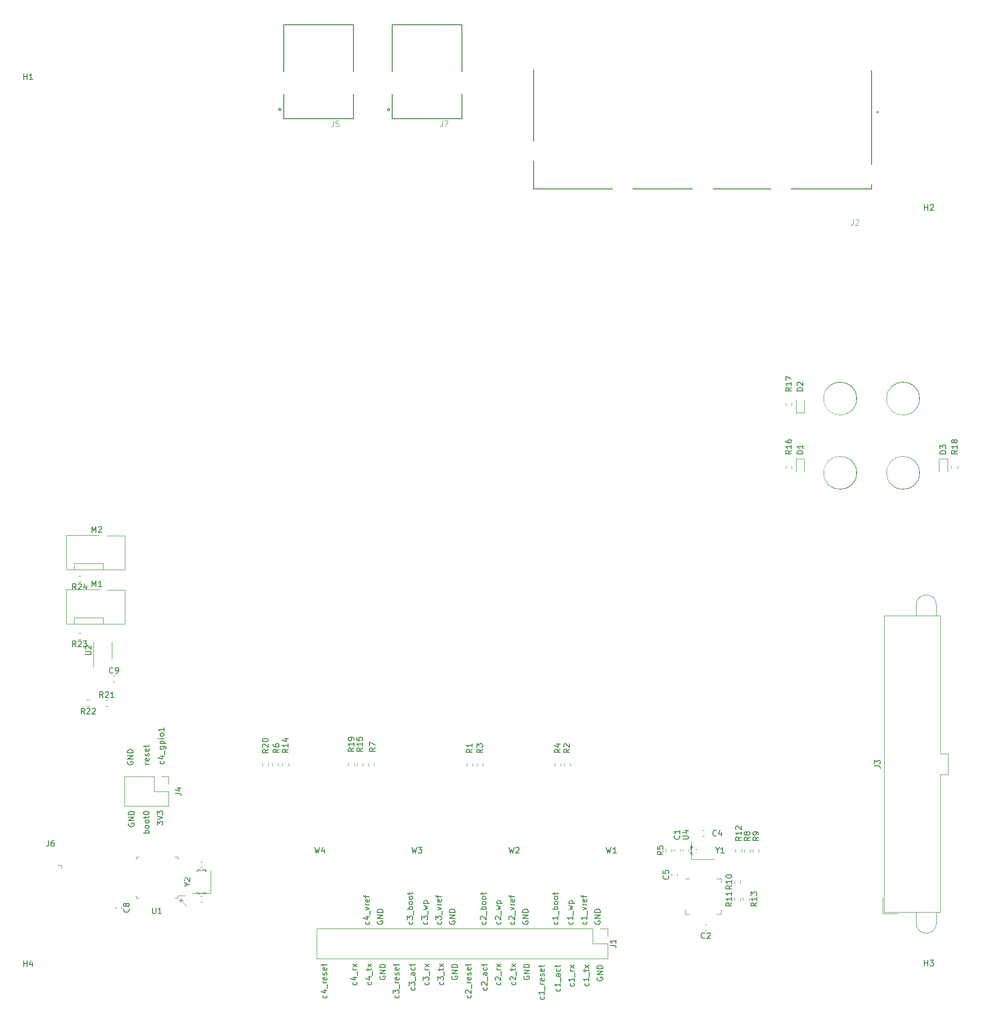
<source format=gto>
G04 #@! TF.GenerationSoftware,KiCad,Pcbnew,5.1.8*
G04 #@! TF.CreationDate,2020-12-18T22:11:15+01:00*
G04 #@! TF.ProjectId,atx,6174782e-6b69-4636-9164-5f7063625858,rev?*
G04 #@! TF.SameCoordinates,Original*
G04 #@! TF.FileFunction,Legend,Top*
G04 #@! TF.FilePolarity,Positive*
%FSLAX46Y46*%
G04 Gerber Fmt 4.6, Leading zero omitted, Abs format (unit mm)*
G04 Created by KiCad (PCBNEW 5.1.8) date 2020-12-18 22:11:15*
%MOMM*%
%LPD*%
G01*
G04 APERTURE LIST*
%ADD10C,0.150000*%
%ADD11C,0.120000*%
%ADD12C,0.127000*%
%ADD13C,0.200000*%
%ADD14C,0.015000*%
%ADD15C,1.100000*%
%ADD16O,1.730000X2.030000*%
%ADD17R,1.730000X2.030000*%
%ADD18O,1.700000X1.700000*%
%ADD19R,1.700000X1.700000*%
%ADD20C,2.374900*%
%ADD21C,0.990600*%
%ADD22C,0.787400*%
%ADD23R,1.150000X1.400000*%
%ADD24C,1.428000*%
%ADD25R,1.428000X1.428000*%
%ADD26C,3.316000*%
%ADD27C,5.664200*%
%ADD28C,1.120000*%
%ADD29C,2.350000*%
%ADD30R,3.700000X3.700000*%
%ADD31R,1.400000X1.150000*%
%ADD32C,3.000000*%
%ADD33O,3.300000X2.700000*%
%ADD34C,0.800000*%
%ADD35C,6.400000*%
%ADD36C,1.524000*%
%ADD37C,3.251200*%
%ADD38C,2.362200*%
%ADD39C,1.714500*%
%ADD40C,1.600200*%
G04 APERTURE END LIST*
D10*
X28552380Y-136538095D02*
X28552380Y-135919047D01*
X28933333Y-136252380D01*
X28933333Y-136109523D01*
X28980952Y-136014285D01*
X29028571Y-135966666D01*
X29123809Y-135919047D01*
X29361904Y-135919047D01*
X29457142Y-135966666D01*
X29504761Y-136014285D01*
X29552380Y-136109523D01*
X29552380Y-136395238D01*
X29504761Y-136490476D01*
X29457142Y-136538095D01*
X28552380Y-135633333D02*
X29552380Y-135300000D01*
X28552380Y-134966666D01*
X28552380Y-134728571D02*
X28552380Y-134109523D01*
X28933333Y-134442857D01*
X28933333Y-134300000D01*
X28980952Y-134204761D01*
X29028571Y-134157142D01*
X29123809Y-134109523D01*
X29361904Y-134109523D01*
X29457142Y-134157142D01*
X29504761Y-134204761D01*
X29552380Y-134300000D01*
X29552380Y-134585714D01*
X29504761Y-134680952D01*
X29457142Y-134728571D01*
D11*
X32500000Y-149500000D02*
X33700000Y-150700000D01*
D10*
X23600000Y-136261904D02*
X23552380Y-136357142D01*
X23552380Y-136500000D01*
X23600000Y-136642857D01*
X23695238Y-136738095D01*
X23790476Y-136785714D01*
X23980952Y-136833333D01*
X24123809Y-136833333D01*
X24314285Y-136785714D01*
X24409523Y-136738095D01*
X24504761Y-136642857D01*
X24552380Y-136500000D01*
X24552380Y-136404761D01*
X24504761Y-136261904D01*
X24457142Y-136214285D01*
X24123809Y-136214285D01*
X24123809Y-136404761D01*
X24552380Y-135785714D02*
X23552380Y-135785714D01*
X24552380Y-135214285D01*
X23552380Y-135214285D01*
X24552380Y-134738095D02*
X23552380Y-134738095D01*
X23552380Y-134500000D01*
X23600000Y-134357142D01*
X23695238Y-134261904D01*
X23790476Y-134214285D01*
X23980952Y-134166666D01*
X24123809Y-134166666D01*
X24314285Y-134214285D01*
X24409523Y-134261904D01*
X24504761Y-134357142D01*
X24552380Y-134500000D01*
X24552380Y-134738095D01*
X23400000Y-125461904D02*
X23352380Y-125557142D01*
X23352380Y-125700000D01*
X23400000Y-125842857D01*
X23495238Y-125938095D01*
X23590476Y-125985714D01*
X23780952Y-126033333D01*
X23923809Y-126033333D01*
X24114285Y-125985714D01*
X24209523Y-125938095D01*
X24304761Y-125842857D01*
X24352380Y-125700000D01*
X24352380Y-125604761D01*
X24304761Y-125461904D01*
X24257142Y-125414285D01*
X23923809Y-125414285D01*
X23923809Y-125604761D01*
X24352380Y-124985714D02*
X23352380Y-124985714D01*
X24352380Y-124414285D01*
X23352380Y-124414285D01*
X24352380Y-123938095D02*
X23352380Y-123938095D01*
X23352380Y-123700000D01*
X23400000Y-123557142D01*
X23495238Y-123461904D01*
X23590476Y-123414285D01*
X23780952Y-123366666D01*
X23923809Y-123366666D01*
X24114285Y-123414285D01*
X24209523Y-123461904D01*
X24304761Y-123557142D01*
X24352380Y-123700000D01*
X24352380Y-123938095D01*
X29704761Y-125390476D02*
X29752380Y-125485714D01*
X29752380Y-125676190D01*
X29704761Y-125771428D01*
X29657142Y-125819047D01*
X29561904Y-125866666D01*
X29276190Y-125866666D01*
X29180952Y-125819047D01*
X29133333Y-125771428D01*
X29085714Y-125676190D01*
X29085714Y-125485714D01*
X29133333Y-125390476D01*
X29085714Y-124533333D02*
X29752380Y-124533333D01*
X28704761Y-124771428D02*
X29419047Y-125009523D01*
X29419047Y-124390476D01*
X29847619Y-124247619D02*
X29847619Y-123485714D01*
X29085714Y-122819047D02*
X29895238Y-122819047D01*
X29990476Y-122866666D01*
X30038095Y-122914285D01*
X30085714Y-123009523D01*
X30085714Y-123152380D01*
X30038095Y-123247619D01*
X29704761Y-122819047D02*
X29752380Y-122914285D01*
X29752380Y-123104761D01*
X29704761Y-123200000D01*
X29657142Y-123247619D01*
X29561904Y-123295238D01*
X29276190Y-123295238D01*
X29180952Y-123247619D01*
X29133333Y-123200000D01*
X29085714Y-123104761D01*
X29085714Y-122914285D01*
X29133333Y-122819047D01*
X29085714Y-122342857D02*
X30085714Y-122342857D01*
X29133333Y-122342857D02*
X29085714Y-122247619D01*
X29085714Y-122057142D01*
X29133333Y-121961904D01*
X29180952Y-121914285D01*
X29276190Y-121866666D01*
X29561904Y-121866666D01*
X29657142Y-121914285D01*
X29704761Y-121961904D01*
X29752380Y-122057142D01*
X29752380Y-122247619D01*
X29704761Y-122342857D01*
X29752380Y-121438095D02*
X29085714Y-121438095D01*
X28752380Y-121438095D02*
X28800000Y-121485714D01*
X28847619Y-121438095D01*
X28800000Y-121390476D01*
X28752380Y-121438095D01*
X28847619Y-121438095D01*
X29752380Y-120819047D02*
X29704761Y-120914285D01*
X29657142Y-120961904D01*
X29561904Y-121009523D01*
X29276190Y-121009523D01*
X29180952Y-120961904D01*
X29133333Y-120914285D01*
X29085714Y-120819047D01*
X29085714Y-120676190D01*
X29133333Y-120580952D01*
X29180952Y-120533333D01*
X29276190Y-120485714D01*
X29561904Y-120485714D01*
X29657142Y-120533333D01*
X29704761Y-120580952D01*
X29752380Y-120676190D01*
X29752380Y-120819047D01*
X29752380Y-119533333D02*
X29752380Y-120104761D01*
X29752380Y-119819047D02*
X28752380Y-119819047D01*
X28895238Y-119914285D01*
X28990476Y-120009523D01*
X29038095Y-120104761D01*
X27152380Y-137980952D02*
X26152380Y-137980952D01*
X26533333Y-137980952D02*
X26485714Y-137885714D01*
X26485714Y-137695238D01*
X26533333Y-137600000D01*
X26580952Y-137552380D01*
X26676190Y-137504761D01*
X26961904Y-137504761D01*
X27057142Y-137552380D01*
X27104761Y-137600000D01*
X27152380Y-137695238D01*
X27152380Y-137885714D01*
X27104761Y-137980952D01*
X27152380Y-136933333D02*
X27104761Y-137028571D01*
X27057142Y-137076190D01*
X26961904Y-137123809D01*
X26676190Y-137123809D01*
X26580952Y-137076190D01*
X26533333Y-137028571D01*
X26485714Y-136933333D01*
X26485714Y-136790476D01*
X26533333Y-136695238D01*
X26580952Y-136647619D01*
X26676190Y-136600000D01*
X26961904Y-136600000D01*
X27057142Y-136647619D01*
X27104761Y-136695238D01*
X27152380Y-136790476D01*
X27152380Y-136933333D01*
X27152380Y-136028571D02*
X27104761Y-136123809D01*
X27057142Y-136171428D01*
X26961904Y-136219047D01*
X26676190Y-136219047D01*
X26580952Y-136171428D01*
X26533333Y-136123809D01*
X26485714Y-136028571D01*
X26485714Y-135885714D01*
X26533333Y-135790476D01*
X26580952Y-135742857D01*
X26676190Y-135695238D01*
X26961904Y-135695238D01*
X27057142Y-135742857D01*
X27104761Y-135790476D01*
X27152380Y-135885714D01*
X27152380Y-136028571D01*
X26485714Y-135409523D02*
X26485714Y-135028571D01*
X26152380Y-135266666D02*
X27009523Y-135266666D01*
X27104761Y-135219047D01*
X27152380Y-135123809D01*
X27152380Y-135028571D01*
X26152380Y-134504761D02*
X26152380Y-134409523D01*
X26200000Y-134314285D01*
X26247619Y-134266666D01*
X26342857Y-134219047D01*
X26533333Y-134171428D01*
X26771428Y-134171428D01*
X26961904Y-134219047D01*
X27057142Y-134266666D01*
X27104761Y-134314285D01*
X27152380Y-134409523D01*
X27152380Y-134504761D01*
X27104761Y-134600000D01*
X27057142Y-134647619D01*
X26961904Y-134695238D01*
X26771428Y-134742857D01*
X26533333Y-134742857D01*
X26342857Y-134695238D01*
X26247619Y-134647619D01*
X26200000Y-134600000D01*
X26152380Y-134504761D01*
D11*
X32500000Y-149900000D02*
X32900000Y-149500000D01*
X32700000Y-149300000D02*
X32700000Y-150100000D01*
D10*
X27152380Y-125919047D02*
X26485714Y-125919047D01*
X26676190Y-125919047D02*
X26580952Y-125871428D01*
X26533333Y-125823809D01*
X26485714Y-125728571D01*
X26485714Y-125633333D01*
X27104761Y-124919047D02*
X27152380Y-125014285D01*
X27152380Y-125204761D01*
X27104761Y-125300000D01*
X27009523Y-125347619D01*
X26628571Y-125347619D01*
X26533333Y-125300000D01*
X26485714Y-125204761D01*
X26485714Y-125014285D01*
X26533333Y-124919047D01*
X26628571Y-124871428D01*
X26723809Y-124871428D01*
X26819047Y-125347619D01*
X27104761Y-124490476D02*
X27152380Y-124395238D01*
X27152380Y-124204761D01*
X27104761Y-124109523D01*
X27009523Y-124061904D01*
X26961904Y-124061904D01*
X26866666Y-124109523D01*
X26819047Y-124204761D01*
X26819047Y-124347619D01*
X26771428Y-124442857D01*
X26676190Y-124490476D01*
X26628571Y-124490476D01*
X26533333Y-124442857D01*
X26485714Y-124347619D01*
X26485714Y-124204761D01*
X26533333Y-124109523D01*
X27104761Y-123252380D02*
X27152380Y-123347619D01*
X27152380Y-123538095D01*
X27104761Y-123633333D01*
X27009523Y-123680952D01*
X26628571Y-123680952D01*
X26533333Y-123633333D01*
X26485714Y-123538095D01*
X26485714Y-123347619D01*
X26533333Y-123252380D01*
X26628571Y-123204761D01*
X26723809Y-123204761D01*
X26819047Y-123680952D01*
X26485714Y-122919047D02*
X26485714Y-122538095D01*
X26152380Y-122776190D02*
X27009523Y-122776190D01*
X27104761Y-122728571D01*
X27152380Y-122633333D01*
X27152380Y-122538095D01*
D11*
X32300000Y-149700000D02*
X33100000Y-149700000D01*
D10*
X99004761Y-165135595D02*
X99052380Y-165230833D01*
X99052380Y-165421309D01*
X99004761Y-165516547D01*
X98957142Y-165564166D01*
X98861904Y-165611785D01*
X98576190Y-165611785D01*
X98480952Y-165564166D01*
X98433333Y-165516547D01*
X98385714Y-165421309D01*
X98385714Y-165230833D01*
X98433333Y-165135595D01*
X99052380Y-164183214D02*
X99052380Y-164754642D01*
X99052380Y-164468928D02*
X98052380Y-164468928D01*
X98195238Y-164564166D01*
X98290476Y-164659404D01*
X98338095Y-164754642D01*
X99147619Y-163992738D02*
X99147619Y-163230833D01*
X99052380Y-162564166D02*
X98528571Y-162564166D01*
X98433333Y-162611785D01*
X98385714Y-162707023D01*
X98385714Y-162897500D01*
X98433333Y-162992738D01*
X99004761Y-162564166D02*
X99052380Y-162659404D01*
X99052380Y-162897500D01*
X99004761Y-162992738D01*
X98909523Y-163040357D01*
X98814285Y-163040357D01*
X98719047Y-162992738D01*
X98671428Y-162897500D01*
X98671428Y-162659404D01*
X98623809Y-162564166D01*
X99004761Y-161659404D02*
X99052380Y-161754642D01*
X99052380Y-161945119D01*
X99004761Y-162040357D01*
X98957142Y-162087976D01*
X98861904Y-162135595D01*
X98576190Y-162135595D01*
X98480952Y-162087976D01*
X98433333Y-162040357D01*
X98385714Y-161945119D01*
X98385714Y-161754642D01*
X98433333Y-161659404D01*
X98385714Y-161373690D02*
X98385714Y-160992738D01*
X98052380Y-161230833D02*
X98909523Y-161230833D01*
X99004761Y-161183214D01*
X99052380Y-161087976D01*
X99052380Y-160992738D01*
X105500000Y-163183214D02*
X105452380Y-163278452D01*
X105452380Y-163421309D01*
X105500000Y-163564166D01*
X105595238Y-163659404D01*
X105690476Y-163707023D01*
X105880952Y-163754642D01*
X106023809Y-163754642D01*
X106214285Y-163707023D01*
X106309523Y-163659404D01*
X106404761Y-163564166D01*
X106452380Y-163421309D01*
X106452380Y-163326071D01*
X106404761Y-163183214D01*
X106357142Y-163135595D01*
X106023809Y-163135595D01*
X106023809Y-163326071D01*
X106452380Y-162707023D02*
X105452380Y-162707023D01*
X106452380Y-162135595D01*
X105452380Y-162135595D01*
X106452380Y-161659404D02*
X105452380Y-161659404D01*
X105452380Y-161421309D01*
X105500000Y-161278452D01*
X105595238Y-161183214D01*
X105690476Y-161135595D01*
X105880952Y-161087976D01*
X106023809Y-161087976D01*
X106214285Y-161135595D01*
X106309523Y-161183214D01*
X106404761Y-161278452D01*
X106452380Y-161421309D01*
X106452380Y-161659404D01*
X101404761Y-164230833D02*
X101452380Y-164326071D01*
X101452380Y-164516547D01*
X101404761Y-164611785D01*
X101357142Y-164659404D01*
X101261904Y-164707023D01*
X100976190Y-164707023D01*
X100880952Y-164659404D01*
X100833333Y-164611785D01*
X100785714Y-164516547D01*
X100785714Y-164326071D01*
X100833333Y-164230833D01*
X101452380Y-163278452D02*
X101452380Y-163849880D01*
X101452380Y-163564166D02*
X100452380Y-163564166D01*
X100595238Y-163659404D01*
X100690476Y-163754642D01*
X100738095Y-163849880D01*
X101547619Y-163087976D02*
X101547619Y-162326071D01*
X101452380Y-162087976D02*
X100785714Y-162087976D01*
X100976190Y-162087976D02*
X100880952Y-162040357D01*
X100833333Y-161992738D01*
X100785714Y-161897500D01*
X100785714Y-161802261D01*
X101452380Y-161564166D02*
X100785714Y-161040357D01*
X100785714Y-161564166D02*
X101452380Y-161040357D01*
X96204761Y-166516547D02*
X96252380Y-166611785D01*
X96252380Y-166802261D01*
X96204761Y-166897500D01*
X96157142Y-166945119D01*
X96061904Y-166992738D01*
X95776190Y-166992738D01*
X95680952Y-166945119D01*
X95633333Y-166897500D01*
X95585714Y-166802261D01*
X95585714Y-166611785D01*
X95633333Y-166516547D01*
X96252380Y-165564166D02*
X96252380Y-166135595D01*
X96252380Y-165849880D02*
X95252380Y-165849880D01*
X95395238Y-165945119D01*
X95490476Y-166040357D01*
X95538095Y-166135595D01*
X96347619Y-165373690D02*
X96347619Y-164611785D01*
X96252380Y-164373690D02*
X95585714Y-164373690D01*
X95776190Y-164373690D02*
X95680952Y-164326071D01*
X95633333Y-164278452D01*
X95585714Y-164183214D01*
X95585714Y-164087976D01*
X96204761Y-163373690D02*
X96252380Y-163468928D01*
X96252380Y-163659404D01*
X96204761Y-163754642D01*
X96109523Y-163802261D01*
X95728571Y-163802261D01*
X95633333Y-163754642D01*
X95585714Y-163659404D01*
X95585714Y-163468928D01*
X95633333Y-163373690D01*
X95728571Y-163326071D01*
X95823809Y-163326071D01*
X95919047Y-163802261D01*
X96204761Y-162945119D02*
X96252380Y-162849880D01*
X96252380Y-162659404D01*
X96204761Y-162564166D01*
X96109523Y-162516547D01*
X96061904Y-162516547D01*
X95966666Y-162564166D01*
X95919047Y-162659404D01*
X95919047Y-162802261D01*
X95871428Y-162897500D01*
X95776190Y-162945119D01*
X95728571Y-162945119D01*
X95633333Y-162897500D01*
X95585714Y-162802261D01*
X95585714Y-162659404D01*
X95633333Y-162564166D01*
X96204761Y-161707023D02*
X96252380Y-161802261D01*
X96252380Y-161992738D01*
X96204761Y-162087976D01*
X96109523Y-162135595D01*
X95728571Y-162135595D01*
X95633333Y-162087976D01*
X95585714Y-161992738D01*
X95585714Y-161802261D01*
X95633333Y-161707023D01*
X95728571Y-161659404D01*
X95823809Y-161659404D01*
X95919047Y-162135595D01*
X95585714Y-161373690D02*
X95585714Y-160992738D01*
X95252380Y-161230833D02*
X96109523Y-161230833D01*
X96204761Y-161183214D01*
X96252380Y-161087976D01*
X96252380Y-160992738D01*
X104004761Y-164183214D02*
X104052380Y-164278452D01*
X104052380Y-164468928D01*
X104004761Y-164564166D01*
X103957142Y-164611785D01*
X103861904Y-164659404D01*
X103576190Y-164659404D01*
X103480952Y-164611785D01*
X103433333Y-164564166D01*
X103385714Y-164468928D01*
X103385714Y-164278452D01*
X103433333Y-164183214D01*
X104052380Y-163230833D02*
X104052380Y-163802261D01*
X104052380Y-163516547D02*
X103052380Y-163516547D01*
X103195238Y-163611785D01*
X103290476Y-163707023D01*
X103338095Y-163802261D01*
X104147619Y-163040357D02*
X104147619Y-162278452D01*
X103385714Y-162183214D02*
X103385714Y-161802261D01*
X103052380Y-162040357D02*
X103909523Y-162040357D01*
X104004761Y-161992738D01*
X104052380Y-161897500D01*
X104052380Y-161802261D01*
X104052380Y-161564166D02*
X103385714Y-161040357D01*
X103385714Y-161564166D02*
X104052380Y-161040357D01*
X86204761Y-164935595D02*
X86252380Y-165030833D01*
X86252380Y-165221309D01*
X86204761Y-165316547D01*
X86157142Y-165364166D01*
X86061904Y-165411785D01*
X85776190Y-165411785D01*
X85680952Y-165364166D01*
X85633333Y-165316547D01*
X85585714Y-165221309D01*
X85585714Y-165030833D01*
X85633333Y-164935595D01*
X85347619Y-164554642D02*
X85300000Y-164507023D01*
X85252380Y-164411785D01*
X85252380Y-164173690D01*
X85300000Y-164078452D01*
X85347619Y-164030833D01*
X85442857Y-163983214D01*
X85538095Y-163983214D01*
X85680952Y-164030833D01*
X86252380Y-164602261D01*
X86252380Y-163983214D01*
X86347619Y-163792738D02*
X86347619Y-163030833D01*
X86252380Y-162364166D02*
X85728571Y-162364166D01*
X85633333Y-162411785D01*
X85585714Y-162507023D01*
X85585714Y-162697500D01*
X85633333Y-162792738D01*
X86204761Y-162364166D02*
X86252380Y-162459404D01*
X86252380Y-162697500D01*
X86204761Y-162792738D01*
X86109523Y-162840357D01*
X86014285Y-162840357D01*
X85919047Y-162792738D01*
X85871428Y-162697500D01*
X85871428Y-162459404D01*
X85823809Y-162364166D01*
X86204761Y-161459404D02*
X86252380Y-161554642D01*
X86252380Y-161745119D01*
X86204761Y-161840357D01*
X86157142Y-161887976D01*
X86061904Y-161935595D01*
X85776190Y-161935595D01*
X85680952Y-161887976D01*
X85633333Y-161840357D01*
X85585714Y-161745119D01*
X85585714Y-161554642D01*
X85633333Y-161459404D01*
X85585714Y-161173690D02*
X85585714Y-160792738D01*
X85252380Y-161030833D02*
X86109523Y-161030833D01*
X86204761Y-160983214D01*
X86252380Y-160887976D01*
X86252380Y-160792738D01*
X92700000Y-162983214D02*
X92652380Y-163078452D01*
X92652380Y-163221309D01*
X92700000Y-163364166D01*
X92795238Y-163459404D01*
X92890476Y-163507023D01*
X93080952Y-163554642D01*
X93223809Y-163554642D01*
X93414285Y-163507023D01*
X93509523Y-163459404D01*
X93604761Y-163364166D01*
X93652380Y-163221309D01*
X93652380Y-163126071D01*
X93604761Y-162983214D01*
X93557142Y-162935595D01*
X93223809Y-162935595D01*
X93223809Y-163126071D01*
X93652380Y-162507023D02*
X92652380Y-162507023D01*
X93652380Y-161935595D01*
X92652380Y-161935595D01*
X93652380Y-161459404D02*
X92652380Y-161459404D01*
X92652380Y-161221309D01*
X92700000Y-161078452D01*
X92795238Y-160983214D01*
X92890476Y-160935595D01*
X93080952Y-160887976D01*
X93223809Y-160887976D01*
X93414285Y-160935595D01*
X93509523Y-160983214D01*
X93604761Y-161078452D01*
X93652380Y-161221309D01*
X93652380Y-161459404D01*
X88604761Y-164030833D02*
X88652380Y-164126071D01*
X88652380Y-164316547D01*
X88604761Y-164411785D01*
X88557142Y-164459404D01*
X88461904Y-164507023D01*
X88176190Y-164507023D01*
X88080952Y-164459404D01*
X88033333Y-164411785D01*
X87985714Y-164316547D01*
X87985714Y-164126071D01*
X88033333Y-164030833D01*
X87747619Y-163649880D02*
X87700000Y-163602261D01*
X87652380Y-163507023D01*
X87652380Y-163268928D01*
X87700000Y-163173690D01*
X87747619Y-163126071D01*
X87842857Y-163078452D01*
X87938095Y-163078452D01*
X88080952Y-163126071D01*
X88652380Y-163697500D01*
X88652380Y-163078452D01*
X88747619Y-162887976D02*
X88747619Y-162126071D01*
X88652380Y-161887976D02*
X87985714Y-161887976D01*
X88176190Y-161887976D02*
X88080952Y-161840357D01*
X88033333Y-161792738D01*
X87985714Y-161697500D01*
X87985714Y-161602261D01*
X88652380Y-161364166D02*
X87985714Y-160840357D01*
X87985714Y-161364166D02*
X88652380Y-160840357D01*
X83404761Y-166316547D02*
X83452380Y-166411785D01*
X83452380Y-166602261D01*
X83404761Y-166697500D01*
X83357142Y-166745119D01*
X83261904Y-166792738D01*
X82976190Y-166792738D01*
X82880952Y-166745119D01*
X82833333Y-166697500D01*
X82785714Y-166602261D01*
X82785714Y-166411785D01*
X82833333Y-166316547D01*
X82547619Y-165935595D02*
X82500000Y-165887976D01*
X82452380Y-165792738D01*
X82452380Y-165554642D01*
X82500000Y-165459404D01*
X82547619Y-165411785D01*
X82642857Y-165364166D01*
X82738095Y-165364166D01*
X82880952Y-165411785D01*
X83452380Y-165983214D01*
X83452380Y-165364166D01*
X83547619Y-165173690D02*
X83547619Y-164411785D01*
X83452380Y-164173690D02*
X82785714Y-164173690D01*
X82976190Y-164173690D02*
X82880952Y-164126071D01*
X82833333Y-164078452D01*
X82785714Y-163983214D01*
X82785714Y-163887976D01*
X83404761Y-163173690D02*
X83452380Y-163268928D01*
X83452380Y-163459404D01*
X83404761Y-163554642D01*
X83309523Y-163602261D01*
X82928571Y-163602261D01*
X82833333Y-163554642D01*
X82785714Y-163459404D01*
X82785714Y-163268928D01*
X82833333Y-163173690D01*
X82928571Y-163126071D01*
X83023809Y-163126071D01*
X83119047Y-163602261D01*
X83404761Y-162745119D02*
X83452380Y-162649880D01*
X83452380Y-162459404D01*
X83404761Y-162364166D01*
X83309523Y-162316547D01*
X83261904Y-162316547D01*
X83166666Y-162364166D01*
X83119047Y-162459404D01*
X83119047Y-162602261D01*
X83071428Y-162697500D01*
X82976190Y-162745119D01*
X82928571Y-162745119D01*
X82833333Y-162697500D01*
X82785714Y-162602261D01*
X82785714Y-162459404D01*
X82833333Y-162364166D01*
X83404761Y-161507023D02*
X83452380Y-161602261D01*
X83452380Y-161792738D01*
X83404761Y-161887976D01*
X83309523Y-161935595D01*
X82928571Y-161935595D01*
X82833333Y-161887976D01*
X82785714Y-161792738D01*
X82785714Y-161602261D01*
X82833333Y-161507023D01*
X82928571Y-161459404D01*
X83023809Y-161459404D01*
X83119047Y-161935595D01*
X82785714Y-161173690D02*
X82785714Y-160792738D01*
X82452380Y-161030833D02*
X83309523Y-161030833D01*
X83404761Y-160983214D01*
X83452380Y-160887976D01*
X83452380Y-160792738D01*
X91204761Y-163983214D02*
X91252380Y-164078452D01*
X91252380Y-164268928D01*
X91204761Y-164364166D01*
X91157142Y-164411785D01*
X91061904Y-164459404D01*
X90776190Y-164459404D01*
X90680952Y-164411785D01*
X90633333Y-164364166D01*
X90585714Y-164268928D01*
X90585714Y-164078452D01*
X90633333Y-163983214D01*
X90347619Y-163602261D02*
X90300000Y-163554642D01*
X90252380Y-163459404D01*
X90252380Y-163221309D01*
X90300000Y-163126071D01*
X90347619Y-163078452D01*
X90442857Y-163030833D01*
X90538095Y-163030833D01*
X90680952Y-163078452D01*
X91252380Y-163649880D01*
X91252380Y-163030833D01*
X91347619Y-162840357D02*
X91347619Y-162078452D01*
X90585714Y-161983214D02*
X90585714Y-161602261D01*
X90252380Y-161840357D02*
X91109523Y-161840357D01*
X91204761Y-161792738D01*
X91252380Y-161697500D01*
X91252380Y-161602261D01*
X91252380Y-161364166D02*
X90585714Y-160840357D01*
X90585714Y-161364166D02*
X91252380Y-160840357D01*
X73604761Y-164935595D02*
X73652380Y-165030833D01*
X73652380Y-165221309D01*
X73604761Y-165316547D01*
X73557142Y-165364166D01*
X73461904Y-165411785D01*
X73176190Y-165411785D01*
X73080952Y-165364166D01*
X73033333Y-165316547D01*
X72985714Y-165221309D01*
X72985714Y-165030833D01*
X73033333Y-164935595D01*
X72652380Y-164602261D02*
X72652380Y-163983214D01*
X73033333Y-164316547D01*
X73033333Y-164173690D01*
X73080952Y-164078452D01*
X73128571Y-164030833D01*
X73223809Y-163983214D01*
X73461904Y-163983214D01*
X73557142Y-164030833D01*
X73604761Y-164078452D01*
X73652380Y-164173690D01*
X73652380Y-164459404D01*
X73604761Y-164554642D01*
X73557142Y-164602261D01*
X73747619Y-163792738D02*
X73747619Y-163030833D01*
X73652380Y-162364166D02*
X73128571Y-162364166D01*
X73033333Y-162411785D01*
X72985714Y-162507023D01*
X72985714Y-162697500D01*
X73033333Y-162792738D01*
X73604761Y-162364166D02*
X73652380Y-162459404D01*
X73652380Y-162697500D01*
X73604761Y-162792738D01*
X73509523Y-162840357D01*
X73414285Y-162840357D01*
X73319047Y-162792738D01*
X73271428Y-162697500D01*
X73271428Y-162459404D01*
X73223809Y-162364166D01*
X73604761Y-161459404D02*
X73652380Y-161554642D01*
X73652380Y-161745119D01*
X73604761Y-161840357D01*
X73557142Y-161887976D01*
X73461904Y-161935595D01*
X73176190Y-161935595D01*
X73080952Y-161887976D01*
X73033333Y-161840357D01*
X72985714Y-161745119D01*
X72985714Y-161554642D01*
X73033333Y-161459404D01*
X72985714Y-161173690D02*
X72985714Y-160792738D01*
X72652380Y-161030833D02*
X73509523Y-161030833D01*
X73604761Y-160983214D01*
X73652380Y-160887976D01*
X73652380Y-160792738D01*
X80100000Y-162983214D02*
X80052380Y-163078452D01*
X80052380Y-163221309D01*
X80100000Y-163364166D01*
X80195238Y-163459404D01*
X80290476Y-163507023D01*
X80480952Y-163554642D01*
X80623809Y-163554642D01*
X80814285Y-163507023D01*
X80909523Y-163459404D01*
X81004761Y-163364166D01*
X81052380Y-163221309D01*
X81052380Y-163126071D01*
X81004761Y-162983214D01*
X80957142Y-162935595D01*
X80623809Y-162935595D01*
X80623809Y-163126071D01*
X81052380Y-162507023D02*
X80052380Y-162507023D01*
X81052380Y-161935595D01*
X80052380Y-161935595D01*
X81052380Y-161459404D02*
X80052380Y-161459404D01*
X80052380Y-161221309D01*
X80100000Y-161078452D01*
X80195238Y-160983214D01*
X80290476Y-160935595D01*
X80480952Y-160887976D01*
X80623809Y-160887976D01*
X80814285Y-160935595D01*
X80909523Y-160983214D01*
X81004761Y-161078452D01*
X81052380Y-161221309D01*
X81052380Y-161459404D01*
X76004761Y-164030833D02*
X76052380Y-164126071D01*
X76052380Y-164316547D01*
X76004761Y-164411785D01*
X75957142Y-164459404D01*
X75861904Y-164507023D01*
X75576190Y-164507023D01*
X75480952Y-164459404D01*
X75433333Y-164411785D01*
X75385714Y-164316547D01*
X75385714Y-164126071D01*
X75433333Y-164030833D01*
X75052380Y-163697500D02*
X75052380Y-163078452D01*
X75433333Y-163411785D01*
X75433333Y-163268928D01*
X75480952Y-163173690D01*
X75528571Y-163126071D01*
X75623809Y-163078452D01*
X75861904Y-163078452D01*
X75957142Y-163126071D01*
X76004761Y-163173690D01*
X76052380Y-163268928D01*
X76052380Y-163554642D01*
X76004761Y-163649880D01*
X75957142Y-163697500D01*
X76147619Y-162887976D02*
X76147619Y-162126071D01*
X76052380Y-161887976D02*
X75385714Y-161887976D01*
X75576190Y-161887976D02*
X75480952Y-161840357D01*
X75433333Y-161792738D01*
X75385714Y-161697500D01*
X75385714Y-161602261D01*
X76052380Y-161364166D02*
X75385714Y-160840357D01*
X75385714Y-161364166D02*
X76052380Y-160840357D01*
X70804761Y-166316547D02*
X70852380Y-166411785D01*
X70852380Y-166602261D01*
X70804761Y-166697500D01*
X70757142Y-166745119D01*
X70661904Y-166792738D01*
X70376190Y-166792738D01*
X70280952Y-166745119D01*
X70233333Y-166697500D01*
X70185714Y-166602261D01*
X70185714Y-166411785D01*
X70233333Y-166316547D01*
X69852380Y-165983214D02*
X69852380Y-165364166D01*
X70233333Y-165697500D01*
X70233333Y-165554642D01*
X70280952Y-165459404D01*
X70328571Y-165411785D01*
X70423809Y-165364166D01*
X70661904Y-165364166D01*
X70757142Y-165411785D01*
X70804761Y-165459404D01*
X70852380Y-165554642D01*
X70852380Y-165840357D01*
X70804761Y-165935595D01*
X70757142Y-165983214D01*
X70947619Y-165173690D02*
X70947619Y-164411785D01*
X70852380Y-164173690D02*
X70185714Y-164173690D01*
X70376190Y-164173690D02*
X70280952Y-164126071D01*
X70233333Y-164078452D01*
X70185714Y-163983214D01*
X70185714Y-163887976D01*
X70804761Y-163173690D02*
X70852380Y-163268928D01*
X70852380Y-163459404D01*
X70804761Y-163554642D01*
X70709523Y-163602261D01*
X70328571Y-163602261D01*
X70233333Y-163554642D01*
X70185714Y-163459404D01*
X70185714Y-163268928D01*
X70233333Y-163173690D01*
X70328571Y-163126071D01*
X70423809Y-163126071D01*
X70519047Y-163602261D01*
X70804761Y-162745119D02*
X70852380Y-162649880D01*
X70852380Y-162459404D01*
X70804761Y-162364166D01*
X70709523Y-162316547D01*
X70661904Y-162316547D01*
X70566666Y-162364166D01*
X70519047Y-162459404D01*
X70519047Y-162602261D01*
X70471428Y-162697500D01*
X70376190Y-162745119D01*
X70328571Y-162745119D01*
X70233333Y-162697500D01*
X70185714Y-162602261D01*
X70185714Y-162459404D01*
X70233333Y-162364166D01*
X70804761Y-161507023D02*
X70852380Y-161602261D01*
X70852380Y-161792738D01*
X70804761Y-161887976D01*
X70709523Y-161935595D01*
X70328571Y-161935595D01*
X70233333Y-161887976D01*
X70185714Y-161792738D01*
X70185714Y-161602261D01*
X70233333Y-161507023D01*
X70328571Y-161459404D01*
X70423809Y-161459404D01*
X70519047Y-161935595D01*
X70185714Y-161173690D02*
X70185714Y-160792738D01*
X69852380Y-161030833D02*
X70709523Y-161030833D01*
X70804761Y-160983214D01*
X70852380Y-160887976D01*
X70852380Y-160792738D01*
X78604761Y-163983214D02*
X78652380Y-164078452D01*
X78652380Y-164268928D01*
X78604761Y-164364166D01*
X78557142Y-164411785D01*
X78461904Y-164459404D01*
X78176190Y-164459404D01*
X78080952Y-164411785D01*
X78033333Y-164364166D01*
X77985714Y-164268928D01*
X77985714Y-164078452D01*
X78033333Y-163983214D01*
X77652380Y-163649880D02*
X77652380Y-163030833D01*
X78033333Y-163364166D01*
X78033333Y-163221309D01*
X78080952Y-163126071D01*
X78128571Y-163078452D01*
X78223809Y-163030833D01*
X78461904Y-163030833D01*
X78557142Y-163078452D01*
X78604761Y-163126071D01*
X78652380Y-163221309D01*
X78652380Y-163507023D01*
X78604761Y-163602261D01*
X78557142Y-163649880D01*
X78747619Y-162840357D02*
X78747619Y-162078452D01*
X77985714Y-161983214D02*
X77985714Y-161602261D01*
X77652380Y-161840357D02*
X78509523Y-161840357D01*
X78604761Y-161792738D01*
X78652380Y-161697500D01*
X78652380Y-161602261D01*
X78652380Y-161364166D02*
X77985714Y-160840357D01*
X77985714Y-161364166D02*
X78652380Y-160840357D01*
X58204761Y-166316547D02*
X58252380Y-166411785D01*
X58252380Y-166602261D01*
X58204761Y-166697500D01*
X58157142Y-166745119D01*
X58061904Y-166792738D01*
X57776190Y-166792738D01*
X57680952Y-166745119D01*
X57633333Y-166697500D01*
X57585714Y-166602261D01*
X57585714Y-166411785D01*
X57633333Y-166316547D01*
X57585714Y-165459404D02*
X58252380Y-165459404D01*
X57204761Y-165697500D02*
X57919047Y-165935595D01*
X57919047Y-165316547D01*
X58347619Y-165173690D02*
X58347619Y-164411785D01*
X58252380Y-164173690D02*
X57585714Y-164173690D01*
X57776190Y-164173690D02*
X57680952Y-164126071D01*
X57633333Y-164078452D01*
X57585714Y-163983214D01*
X57585714Y-163887976D01*
X58204761Y-163173690D02*
X58252380Y-163268928D01*
X58252380Y-163459404D01*
X58204761Y-163554642D01*
X58109523Y-163602261D01*
X57728571Y-163602261D01*
X57633333Y-163554642D01*
X57585714Y-163459404D01*
X57585714Y-163268928D01*
X57633333Y-163173690D01*
X57728571Y-163126071D01*
X57823809Y-163126071D01*
X57919047Y-163602261D01*
X58204761Y-162745119D02*
X58252380Y-162649880D01*
X58252380Y-162459404D01*
X58204761Y-162364166D01*
X58109523Y-162316547D01*
X58061904Y-162316547D01*
X57966666Y-162364166D01*
X57919047Y-162459404D01*
X57919047Y-162602261D01*
X57871428Y-162697500D01*
X57776190Y-162745119D01*
X57728571Y-162745119D01*
X57633333Y-162697500D01*
X57585714Y-162602261D01*
X57585714Y-162459404D01*
X57633333Y-162364166D01*
X58204761Y-161507023D02*
X58252380Y-161602261D01*
X58252380Y-161792738D01*
X58204761Y-161887976D01*
X58109523Y-161935595D01*
X57728571Y-161935595D01*
X57633333Y-161887976D01*
X57585714Y-161792738D01*
X57585714Y-161602261D01*
X57633333Y-161507023D01*
X57728571Y-161459404D01*
X57823809Y-161459404D01*
X57919047Y-161935595D01*
X57585714Y-161173690D02*
X57585714Y-160792738D01*
X57252380Y-161030833D02*
X58109523Y-161030833D01*
X58204761Y-160983214D01*
X58252380Y-160887976D01*
X58252380Y-160792738D01*
X66004761Y-163983214D02*
X66052380Y-164078452D01*
X66052380Y-164268928D01*
X66004761Y-164364166D01*
X65957142Y-164411785D01*
X65861904Y-164459404D01*
X65576190Y-164459404D01*
X65480952Y-164411785D01*
X65433333Y-164364166D01*
X65385714Y-164268928D01*
X65385714Y-164078452D01*
X65433333Y-163983214D01*
X65385714Y-163126071D02*
X66052380Y-163126071D01*
X65004761Y-163364166D02*
X65719047Y-163602261D01*
X65719047Y-162983214D01*
X66147619Y-162840357D02*
X66147619Y-162078452D01*
X65385714Y-161983214D02*
X65385714Y-161602261D01*
X65052380Y-161840357D02*
X65909523Y-161840357D01*
X66004761Y-161792738D01*
X66052380Y-161697500D01*
X66052380Y-161602261D01*
X66052380Y-161364166D02*
X65385714Y-160840357D01*
X65385714Y-161364166D02*
X66052380Y-160840357D01*
X67500000Y-162983214D02*
X67452380Y-163078452D01*
X67452380Y-163221309D01*
X67500000Y-163364166D01*
X67595238Y-163459404D01*
X67690476Y-163507023D01*
X67880952Y-163554642D01*
X68023809Y-163554642D01*
X68214285Y-163507023D01*
X68309523Y-163459404D01*
X68404761Y-163364166D01*
X68452380Y-163221309D01*
X68452380Y-163126071D01*
X68404761Y-162983214D01*
X68357142Y-162935595D01*
X68023809Y-162935595D01*
X68023809Y-163126071D01*
X68452380Y-162507023D02*
X67452380Y-162507023D01*
X68452380Y-161935595D01*
X67452380Y-161935595D01*
X68452380Y-161459404D02*
X67452380Y-161459404D01*
X67452380Y-161221309D01*
X67500000Y-161078452D01*
X67595238Y-160983214D01*
X67690476Y-160935595D01*
X67880952Y-160887976D01*
X68023809Y-160887976D01*
X68214285Y-160935595D01*
X68309523Y-160983214D01*
X68404761Y-161078452D01*
X68452380Y-161221309D01*
X68452380Y-161459404D01*
X63404761Y-164030833D02*
X63452380Y-164126071D01*
X63452380Y-164316547D01*
X63404761Y-164411785D01*
X63357142Y-164459404D01*
X63261904Y-164507023D01*
X62976190Y-164507023D01*
X62880952Y-164459404D01*
X62833333Y-164411785D01*
X62785714Y-164316547D01*
X62785714Y-164126071D01*
X62833333Y-164030833D01*
X62785714Y-163173690D02*
X63452380Y-163173690D01*
X62404761Y-163411785D02*
X63119047Y-163649880D01*
X63119047Y-163030833D01*
X63547619Y-162887976D02*
X63547619Y-162126071D01*
X63452380Y-161887976D02*
X62785714Y-161887976D01*
X62976190Y-161887976D02*
X62880952Y-161840357D01*
X62833333Y-161792738D01*
X62785714Y-161697500D01*
X62785714Y-161602261D01*
X63452380Y-161364166D02*
X62785714Y-160840357D01*
X62785714Y-161364166D02*
X63452380Y-160840357D01*
X98604761Y-153435833D02*
X98652380Y-153531071D01*
X98652380Y-153721547D01*
X98604761Y-153816785D01*
X98557142Y-153864404D01*
X98461904Y-153912023D01*
X98176190Y-153912023D01*
X98080952Y-153864404D01*
X98033333Y-153816785D01*
X97985714Y-153721547D01*
X97985714Y-153531071D01*
X98033333Y-153435833D01*
X98652380Y-152483452D02*
X98652380Y-153054880D01*
X98652380Y-152769166D02*
X97652380Y-152769166D01*
X97795238Y-152864404D01*
X97890476Y-152959642D01*
X97938095Y-153054880D01*
X98747619Y-152292976D02*
X98747619Y-151531071D01*
X98652380Y-151292976D02*
X97652380Y-151292976D01*
X98033333Y-151292976D02*
X97985714Y-151197738D01*
X97985714Y-151007261D01*
X98033333Y-150912023D01*
X98080952Y-150864404D01*
X98176190Y-150816785D01*
X98461904Y-150816785D01*
X98557142Y-150864404D01*
X98604761Y-150912023D01*
X98652380Y-151007261D01*
X98652380Y-151197738D01*
X98604761Y-151292976D01*
X98652380Y-150245357D02*
X98604761Y-150340595D01*
X98557142Y-150388214D01*
X98461904Y-150435833D01*
X98176190Y-150435833D01*
X98080952Y-150388214D01*
X98033333Y-150340595D01*
X97985714Y-150245357D01*
X97985714Y-150102500D01*
X98033333Y-150007261D01*
X98080952Y-149959642D01*
X98176190Y-149912023D01*
X98461904Y-149912023D01*
X98557142Y-149959642D01*
X98604761Y-150007261D01*
X98652380Y-150102500D01*
X98652380Y-150245357D01*
X98652380Y-149340595D02*
X98604761Y-149435833D01*
X98557142Y-149483452D01*
X98461904Y-149531071D01*
X98176190Y-149531071D01*
X98080952Y-149483452D01*
X98033333Y-149435833D01*
X97985714Y-149340595D01*
X97985714Y-149197738D01*
X98033333Y-149102500D01*
X98080952Y-149054880D01*
X98176190Y-149007261D01*
X98461904Y-149007261D01*
X98557142Y-149054880D01*
X98604761Y-149102500D01*
X98652380Y-149197738D01*
X98652380Y-149340595D01*
X97985714Y-148721547D02*
X97985714Y-148340595D01*
X97652380Y-148578690D02*
X98509523Y-148578690D01*
X98604761Y-148531071D01*
X98652380Y-148435833D01*
X98652380Y-148340595D01*
X103604761Y-153435833D02*
X103652380Y-153531071D01*
X103652380Y-153721547D01*
X103604761Y-153816785D01*
X103557142Y-153864404D01*
X103461904Y-153912023D01*
X103176190Y-153912023D01*
X103080952Y-153864404D01*
X103033333Y-153816785D01*
X102985714Y-153721547D01*
X102985714Y-153531071D01*
X103033333Y-153435833D01*
X103652380Y-152483452D02*
X103652380Y-153054880D01*
X103652380Y-152769166D02*
X102652380Y-152769166D01*
X102795238Y-152864404D01*
X102890476Y-152959642D01*
X102938095Y-153054880D01*
X103747619Y-152292976D02*
X103747619Y-151531071D01*
X102985714Y-151388214D02*
X103652380Y-151150119D01*
X102985714Y-150912023D01*
X103652380Y-150531071D02*
X102985714Y-150531071D01*
X103176190Y-150531071D02*
X103080952Y-150483452D01*
X103033333Y-150435833D01*
X102985714Y-150340595D01*
X102985714Y-150245357D01*
X103604761Y-149531071D02*
X103652380Y-149626309D01*
X103652380Y-149816785D01*
X103604761Y-149912023D01*
X103509523Y-149959642D01*
X103128571Y-149959642D01*
X103033333Y-149912023D01*
X102985714Y-149816785D01*
X102985714Y-149626309D01*
X103033333Y-149531071D01*
X103128571Y-149483452D01*
X103223809Y-149483452D01*
X103319047Y-149959642D01*
X102985714Y-149197738D02*
X102985714Y-148816785D01*
X103652380Y-149054880D02*
X102795238Y-149054880D01*
X102700000Y-149007261D01*
X102652380Y-148912023D01*
X102652380Y-148816785D01*
X105100000Y-153340595D02*
X105052380Y-153435833D01*
X105052380Y-153578690D01*
X105100000Y-153721547D01*
X105195238Y-153816785D01*
X105290476Y-153864404D01*
X105480952Y-153912023D01*
X105623809Y-153912023D01*
X105814285Y-153864404D01*
X105909523Y-153816785D01*
X106004761Y-153721547D01*
X106052380Y-153578690D01*
X106052380Y-153483452D01*
X106004761Y-153340595D01*
X105957142Y-153292976D01*
X105623809Y-153292976D01*
X105623809Y-153483452D01*
X106052380Y-152864404D02*
X105052380Y-152864404D01*
X106052380Y-152292976D01*
X105052380Y-152292976D01*
X106052380Y-151816785D02*
X105052380Y-151816785D01*
X105052380Y-151578690D01*
X105100000Y-151435833D01*
X105195238Y-151340595D01*
X105290476Y-151292976D01*
X105480952Y-151245357D01*
X105623809Y-151245357D01*
X105814285Y-151292976D01*
X105909523Y-151340595D01*
X106004761Y-151435833D01*
X106052380Y-151578690D01*
X106052380Y-151816785D01*
X101204761Y-153435833D02*
X101252380Y-153531071D01*
X101252380Y-153721547D01*
X101204761Y-153816785D01*
X101157142Y-153864404D01*
X101061904Y-153912023D01*
X100776190Y-153912023D01*
X100680952Y-153864404D01*
X100633333Y-153816785D01*
X100585714Y-153721547D01*
X100585714Y-153531071D01*
X100633333Y-153435833D01*
X101252380Y-152483452D02*
X101252380Y-153054880D01*
X101252380Y-152769166D02*
X100252380Y-152769166D01*
X100395238Y-152864404D01*
X100490476Y-152959642D01*
X100538095Y-153054880D01*
X101347619Y-152292976D02*
X101347619Y-151531071D01*
X100585714Y-151388214D02*
X101252380Y-151197738D01*
X100776190Y-151007261D01*
X101252380Y-150816785D01*
X100585714Y-150626309D01*
X100585714Y-150245357D02*
X101585714Y-150245357D01*
X100633333Y-150245357D02*
X100585714Y-150150119D01*
X100585714Y-149959642D01*
X100633333Y-149864404D01*
X100680952Y-149816785D01*
X100776190Y-149769166D01*
X101061904Y-149769166D01*
X101157142Y-149816785D01*
X101204761Y-149864404D01*
X101252380Y-149959642D01*
X101252380Y-150150119D01*
X101204761Y-150245357D01*
X86004761Y-153435833D02*
X86052380Y-153531071D01*
X86052380Y-153721547D01*
X86004761Y-153816785D01*
X85957142Y-153864404D01*
X85861904Y-153912023D01*
X85576190Y-153912023D01*
X85480952Y-153864404D01*
X85433333Y-153816785D01*
X85385714Y-153721547D01*
X85385714Y-153531071D01*
X85433333Y-153435833D01*
X85147619Y-153054880D02*
X85100000Y-153007261D01*
X85052380Y-152912023D01*
X85052380Y-152673928D01*
X85100000Y-152578690D01*
X85147619Y-152531071D01*
X85242857Y-152483452D01*
X85338095Y-152483452D01*
X85480952Y-152531071D01*
X86052380Y-153102500D01*
X86052380Y-152483452D01*
X86147619Y-152292976D02*
X86147619Y-151531071D01*
X86052380Y-151292976D02*
X85052380Y-151292976D01*
X85433333Y-151292976D02*
X85385714Y-151197738D01*
X85385714Y-151007261D01*
X85433333Y-150912023D01*
X85480952Y-150864404D01*
X85576190Y-150816785D01*
X85861904Y-150816785D01*
X85957142Y-150864404D01*
X86004761Y-150912023D01*
X86052380Y-151007261D01*
X86052380Y-151197738D01*
X86004761Y-151292976D01*
X86052380Y-150245357D02*
X86004761Y-150340595D01*
X85957142Y-150388214D01*
X85861904Y-150435833D01*
X85576190Y-150435833D01*
X85480952Y-150388214D01*
X85433333Y-150340595D01*
X85385714Y-150245357D01*
X85385714Y-150102500D01*
X85433333Y-150007261D01*
X85480952Y-149959642D01*
X85576190Y-149912023D01*
X85861904Y-149912023D01*
X85957142Y-149959642D01*
X86004761Y-150007261D01*
X86052380Y-150102500D01*
X86052380Y-150245357D01*
X86052380Y-149340595D02*
X86004761Y-149435833D01*
X85957142Y-149483452D01*
X85861904Y-149531071D01*
X85576190Y-149531071D01*
X85480952Y-149483452D01*
X85433333Y-149435833D01*
X85385714Y-149340595D01*
X85385714Y-149197738D01*
X85433333Y-149102500D01*
X85480952Y-149054880D01*
X85576190Y-149007261D01*
X85861904Y-149007261D01*
X85957142Y-149054880D01*
X86004761Y-149102500D01*
X86052380Y-149197738D01*
X86052380Y-149340595D01*
X85385714Y-148721547D02*
X85385714Y-148340595D01*
X85052380Y-148578690D02*
X85909523Y-148578690D01*
X86004761Y-148531071D01*
X86052380Y-148435833D01*
X86052380Y-148340595D01*
X91004761Y-153435833D02*
X91052380Y-153531071D01*
X91052380Y-153721547D01*
X91004761Y-153816785D01*
X90957142Y-153864404D01*
X90861904Y-153912023D01*
X90576190Y-153912023D01*
X90480952Y-153864404D01*
X90433333Y-153816785D01*
X90385714Y-153721547D01*
X90385714Y-153531071D01*
X90433333Y-153435833D01*
X90147619Y-153054880D02*
X90100000Y-153007261D01*
X90052380Y-152912023D01*
X90052380Y-152673928D01*
X90100000Y-152578690D01*
X90147619Y-152531071D01*
X90242857Y-152483452D01*
X90338095Y-152483452D01*
X90480952Y-152531071D01*
X91052380Y-153102500D01*
X91052380Y-152483452D01*
X91147619Y-152292976D02*
X91147619Y-151531071D01*
X90385714Y-151388214D02*
X91052380Y-151150119D01*
X90385714Y-150912023D01*
X91052380Y-150531071D02*
X90385714Y-150531071D01*
X90576190Y-150531071D02*
X90480952Y-150483452D01*
X90433333Y-150435833D01*
X90385714Y-150340595D01*
X90385714Y-150245357D01*
X91004761Y-149531071D02*
X91052380Y-149626309D01*
X91052380Y-149816785D01*
X91004761Y-149912023D01*
X90909523Y-149959642D01*
X90528571Y-149959642D01*
X90433333Y-149912023D01*
X90385714Y-149816785D01*
X90385714Y-149626309D01*
X90433333Y-149531071D01*
X90528571Y-149483452D01*
X90623809Y-149483452D01*
X90719047Y-149959642D01*
X90385714Y-149197738D02*
X90385714Y-148816785D01*
X91052380Y-149054880D02*
X90195238Y-149054880D01*
X90100000Y-149007261D01*
X90052380Y-148912023D01*
X90052380Y-148816785D01*
X92500000Y-153340595D02*
X92452380Y-153435833D01*
X92452380Y-153578690D01*
X92500000Y-153721547D01*
X92595238Y-153816785D01*
X92690476Y-153864404D01*
X92880952Y-153912023D01*
X93023809Y-153912023D01*
X93214285Y-153864404D01*
X93309523Y-153816785D01*
X93404761Y-153721547D01*
X93452380Y-153578690D01*
X93452380Y-153483452D01*
X93404761Y-153340595D01*
X93357142Y-153292976D01*
X93023809Y-153292976D01*
X93023809Y-153483452D01*
X93452380Y-152864404D02*
X92452380Y-152864404D01*
X93452380Y-152292976D01*
X92452380Y-152292976D01*
X93452380Y-151816785D02*
X92452380Y-151816785D01*
X92452380Y-151578690D01*
X92500000Y-151435833D01*
X92595238Y-151340595D01*
X92690476Y-151292976D01*
X92880952Y-151245357D01*
X93023809Y-151245357D01*
X93214285Y-151292976D01*
X93309523Y-151340595D01*
X93404761Y-151435833D01*
X93452380Y-151578690D01*
X93452380Y-151816785D01*
X88604761Y-153435833D02*
X88652380Y-153531071D01*
X88652380Y-153721547D01*
X88604761Y-153816785D01*
X88557142Y-153864404D01*
X88461904Y-153912023D01*
X88176190Y-153912023D01*
X88080952Y-153864404D01*
X88033333Y-153816785D01*
X87985714Y-153721547D01*
X87985714Y-153531071D01*
X88033333Y-153435833D01*
X87747619Y-153054880D02*
X87700000Y-153007261D01*
X87652380Y-152912023D01*
X87652380Y-152673928D01*
X87700000Y-152578690D01*
X87747619Y-152531071D01*
X87842857Y-152483452D01*
X87938095Y-152483452D01*
X88080952Y-152531071D01*
X88652380Y-153102500D01*
X88652380Y-152483452D01*
X88747619Y-152292976D02*
X88747619Y-151531071D01*
X87985714Y-151388214D02*
X88652380Y-151197738D01*
X88176190Y-151007261D01*
X88652380Y-150816785D01*
X87985714Y-150626309D01*
X87985714Y-150245357D02*
X88985714Y-150245357D01*
X88033333Y-150245357D02*
X87985714Y-150150119D01*
X87985714Y-149959642D01*
X88033333Y-149864404D01*
X88080952Y-149816785D01*
X88176190Y-149769166D01*
X88461904Y-149769166D01*
X88557142Y-149816785D01*
X88604761Y-149864404D01*
X88652380Y-149959642D01*
X88652380Y-150150119D01*
X88604761Y-150245357D01*
X73204761Y-153435833D02*
X73252380Y-153531071D01*
X73252380Y-153721547D01*
X73204761Y-153816785D01*
X73157142Y-153864404D01*
X73061904Y-153912023D01*
X72776190Y-153912023D01*
X72680952Y-153864404D01*
X72633333Y-153816785D01*
X72585714Y-153721547D01*
X72585714Y-153531071D01*
X72633333Y-153435833D01*
X72252380Y-153102500D02*
X72252380Y-152483452D01*
X72633333Y-152816785D01*
X72633333Y-152673928D01*
X72680952Y-152578690D01*
X72728571Y-152531071D01*
X72823809Y-152483452D01*
X73061904Y-152483452D01*
X73157142Y-152531071D01*
X73204761Y-152578690D01*
X73252380Y-152673928D01*
X73252380Y-152959642D01*
X73204761Y-153054880D01*
X73157142Y-153102500D01*
X73347619Y-152292976D02*
X73347619Y-151531071D01*
X73252380Y-151292976D02*
X72252380Y-151292976D01*
X72633333Y-151292976D02*
X72585714Y-151197738D01*
X72585714Y-151007261D01*
X72633333Y-150912023D01*
X72680952Y-150864404D01*
X72776190Y-150816785D01*
X73061904Y-150816785D01*
X73157142Y-150864404D01*
X73204761Y-150912023D01*
X73252380Y-151007261D01*
X73252380Y-151197738D01*
X73204761Y-151292976D01*
X73252380Y-150245357D02*
X73204761Y-150340595D01*
X73157142Y-150388214D01*
X73061904Y-150435833D01*
X72776190Y-150435833D01*
X72680952Y-150388214D01*
X72633333Y-150340595D01*
X72585714Y-150245357D01*
X72585714Y-150102500D01*
X72633333Y-150007261D01*
X72680952Y-149959642D01*
X72776190Y-149912023D01*
X73061904Y-149912023D01*
X73157142Y-149959642D01*
X73204761Y-150007261D01*
X73252380Y-150102500D01*
X73252380Y-150245357D01*
X73252380Y-149340595D02*
X73204761Y-149435833D01*
X73157142Y-149483452D01*
X73061904Y-149531071D01*
X72776190Y-149531071D01*
X72680952Y-149483452D01*
X72633333Y-149435833D01*
X72585714Y-149340595D01*
X72585714Y-149197738D01*
X72633333Y-149102500D01*
X72680952Y-149054880D01*
X72776190Y-149007261D01*
X73061904Y-149007261D01*
X73157142Y-149054880D01*
X73204761Y-149102500D01*
X73252380Y-149197738D01*
X73252380Y-149340595D01*
X72585714Y-148721547D02*
X72585714Y-148340595D01*
X72252380Y-148578690D02*
X73109523Y-148578690D01*
X73204761Y-148531071D01*
X73252380Y-148435833D01*
X73252380Y-148340595D01*
X78204761Y-153435833D02*
X78252380Y-153531071D01*
X78252380Y-153721547D01*
X78204761Y-153816785D01*
X78157142Y-153864404D01*
X78061904Y-153912023D01*
X77776190Y-153912023D01*
X77680952Y-153864404D01*
X77633333Y-153816785D01*
X77585714Y-153721547D01*
X77585714Y-153531071D01*
X77633333Y-153435833D01*
X77252380Y-153102500D02*
X77252380Y-152483452D01*
X77633333Y-152816785D01*
X77633333Y-152673928D01*
X77680952Y-152578690D01*
X77728571Y-152531071D01*
X77823809Y-152483452D01*
X78061904Y-152483452D01*
X78157142Y-152531071D01*
X78204761Y-152578690D01*
X78252380Y-152673928D01*
X78252380Y-152959642D01*
X78204761Y-153054880D01*
X78157142Y-153102500D01*
X78347619Y-152292976D02*
X78347619Y-151531071D01*
X77585714Y-151388214D02*
X78252380Y-151150119D01*
X77585714Y-150912023D01*
X78252380Y-150531071D02*
X77585714Y-150531071D01*
X77776190Y-150531071D02*
X77680952Y-150483452D01*
X77633333Y-150435833D01*
X77585714Y-150340595D01*
X77585714Y-150245357D01*
X78204761Y-149531071D02*
X78252380Y-149626309D01*
X78252380Y-149816785D01*
X78204761Y-149912023D01*
X78109523Y-149959642D01*
X77728571Y-149959642D01*
X77633333Y-149912023D01*
X77585714Y-149816785D01*
X77585714Y-149626309D01*
X77633333Y-149531071D01*
X77728571Y-149483452D01*
X77823809Y-149483452D01*
X77919047Y-149959642D01*
X77585714Y-149197738D02*
X77585714Y-148816785D01*
X78252380Y-149054880D02*
X77395238Y-149054880D01*
X77300000Y-149007261D01*
X77252380Y-148912023D01*
X77252380Y-148816785D01*
X79700000Y-153340595D02*
X79652380Y-153435833D01*
X79652380Y-153578690D01*
X79700000Y-153721547D01*
X79795238Y-153816785D01*
X79890476Y-153864404D01*
X80080952Y-153912023D01*
X80223809Y-153912023D01*
X80414285Y-153864404D01*
X80509523Y-153816785D01*
X80604761Y-153721547D01*
X80652380Y-153578690D01*
X80652380Y-153483452D01*
X80604761Y-153340595D01*
X80557142Y-153292976D01*
X80223809Y-153292976D01*
X80223809Y-153483452D01*
X80652380Y-152864404D02*
X79652380Y-152864404D01*
X80652380Y-152292976D01*
X79652380Y-152292976D01*
X80652380Y-151816785D02*
X79652380Y-151816785D01*
X79652380Y-151578690D01*
X79700000Y-151435833D01*
X79795238Y-151340595D01*
X79890476Y-151292976D01*
X80080952Y-151245357D01*
X80223809Y-151245357D01*
X80414285Y-151292976D01*
X80509523Y-151340595D01*
X80604761Y-151435833D01*
X80652380Y-151578690D01*
X80652380Y-151816785D01*
X75804761Y-153435833D02*
X75852380Y-153531071D01*
X75852380Y-153721547D01*
X75804761Y-153816785D01*
X75757142Y-153864404D01*
X75661904Y-153912023D01*
X75376190Y-153912023D01*
X75280952Y-153864404D01*
X75233333Y-153816785D01*
X75185714Y-153721547D01*
X75185714Y-153531071D01*
X75233333Y-153435833D01*
X74852380Y-153102500D02*
X74852380Y-152483452D01*
X75233333Y-152816785D01*
X75233333Y-152673928D01*
X75280952Y-152578690D01*
X75328571Y-152531071D01*
X75423809Y-152483452D01*
X75661904Y-152483452D01*
X75757142Y-152531071D01*
X75804761Y-152578690D01*
X75852380Y-152673928D01*
X75852380Y-152959642D01*
X75804761Y-153054880D01*
X75757142Y-153102500D01*
X75947619Y-152292976D02*
X75947619Y-151531071D01*
X75185714Y-151388214D02*
X75852380Y-151197738D01*
X75376190Y-151007261D01*
X75852380Y-150816785D01*
X75185714Y-150626309D01*
X75185714Y-150245357D02*
X76185714Y-150245357D01*
X75233333Y-150245357D02*
X75185714Y-150150119D01*
X75185714Y-149959642D01*
X75233333Y-149864404D01*
X75280952Y-149816785D01*
X75376190Y-149769166D01*
X75661904Y-149769166D01*
X75757142Y-149816785D01*
X75804761Y-149864404D01*
X75852380Y-149959642D01*
X75852380Y-150150119D01*
X75804761Y-150245357D01*
X67100000Y-153340595D02*
X67052380Y-153435833D01*
X67052380Y-153578690D01*
X67100000Y-153721547D01*
X67195238Y-153816785D01*
X67290476Y-153864404D01*
X67480952Y-153912023D01*
X67623809Y-153912023D01*
X67814285Y-153864404D01*
X67909523Y-153816785D01*
X68004761Y-153721547D01*
X68052380Y-153578690D01*
X68052380Y-153483452D01*
X68004761Y-153340595D01*
X67957142Y-153292976D01*
X67623809Y-153292976D01*
X67623809Y-153483452D01*
X68052380Y-152864404D02*
X67052380Y-152864404D01*
X68052380Y-152292976D01*
X67052380Y-152292976D01*
X68052380Y-151816785D02*
X67052380Y-151816785D01*
X67052380Y-151578690D01*
X67100000Y-151435833D01*
X67195238Y-151340595D01*
X67290476Y-151292976D01*
X67480952Y-151245357D01*
X67623809Y-151245357D01*
X67814285Y-151292976D01*
X67909523Y-151340595D01*
X68004761Y-151435833D01*
X68052380Y-151578690D01*
X68052380Y-151816785D01*
X65604761Y-153435833D02*
X65652380Y-153531071D01*
X65652380Y-153721547D01*
X65604761Y-153816785D01*
X65557142Y-153864404D01*
X65461904Y-153912023D01*
X65176190Y-153912023D01*
X65080952Y-153864404D01*
X65033333Y-153816785D01*
X64985714Y-153721547D01*
X64985714Y-153531071D01*
X65033333Y-153435833D01*
X64985714Y-152578690D02*
X65652380Y-152578690D01*
X64604761Y-152816785D02*
X65319047Y-153054880D01*
X65319047Y-152435833D01*
X65747619Y-152292976D02*
X65747619Y-151531071D01*
X64985714Y-151388214D02*
X65652380Y-151150119D01*
X64985714Y-150912023D01*
X65652380Y-150531071D02*
X64985714Y-150531071D01*
X65176190Y-150531071D02*
X65080952Y-150483452D01*
X65033333Y-150435833D01*
X64985714Y-150340595D01*
X64985714Y-150245357D01*
X65604761Y-149531071D02*
X65652380Y-149626309D01*
X65652380Y-149816785D01*
X65604761Y-149912023D01*
X65509523Y-149959642D01*
X65128571Y-149959642D01*
X65033333Y-149912023D01*
X64985714Y-149816785D01*
X64985714Y-149626309D01*
X65033333Y-149531071D01*
X65128571Y-149483452D01*
X65223809Y-149483452D01*
X65319047Y-149959642D01*
X64985714Y-149197738D02*
X64985714Y-148816785D01*
X65652380Y-149054880D02*
X64795238Y-149054880D01*
X64700000Y-149007261D01*
X64652380Y-148912023D01*
X64652380Y-148816785D01*
D11*
G04 #@! TO.C,U2*
X17390000Y-106000000D02*
X17390000Y-108925000D01*
X17390000Y-106000000D02*
X17390000Y-104500000D01*
X20610000Y-106000000D02*
X20610000Y-107500000D01*
X20610000Y-106000000D02*
X20610000Y-104500000D01*
G04 #@! TO.C,R24*
X15237258Y-92977500D02*
X14762742Y-92977500D01*
X15237258Y-94022500D02*
X14762742Y-94022500D01*
G04 #@! TO.C,R23*
X15237258Y-102977500D02*
X14762742Y-102977500D01*
X15237258Y-104022500D02*
X14762742Y-104022500D01*
G04 #@! TO.C,R22*
X16737258Y-114727500D02*
X16262742Y-114727500D01*
X16737258Y-115772500D02*
X16262742Y-115772500D01*
G04 #@! TO.C,R21*
X19512742Y-115772500D02*
X19987258Y-115772500D01*
X19512742Y-114727500D02*
X19987258Y-114727500D01*
G04 #@! TO.C,M2*
X19080000Y-90790000D02*
X19080000Y-91800000D01*
X14000000Y-90790000D02*
X19080000Y-90790000D01*
X14000000Y-91800000D02*
X14000000Y-90790000D01*
X12650000Y-91900000D02*
X12650000Y-85900000D01*
X22950000Y-91900000D02*
X12650000Y-91900000D01*
X22950000Y-85950000D02*
X22950000Y-91900000D01*
X19750000Y-85950000D02*
X22950000Y-85950000D01*
X12650000Y-85900000D02*
X18400000Y-85900000D01*
G04 #@! TO.C,M1*
X19080000Y-100290000D02*
X19080000Y-101300000D01*
X14000000Y-100290000D02*
X19080000Y-100290000D01*
X14000000Y-101300000D02*
X14000000Y-100290000D01*
X12650000Y-101400000D02*
X12650000Y-95400000D01*
X22950000Y-101400000D02*
X12650000Y-101400000D01*
X22950000Y-95450000D02*
X22950000Y-101400000D01*
X19750000Y-95450000D02*
X22950000Y-95450000D01*
X12650000Y-95400000D02*
X18400000Y-95400000D01*
G04 #@! TO.C,C9*
X20859420Y-111510000D02*
X21140580Y-111510000D01*
X20859420Y-110490000D02*
X21140580Y-110490000D01*
G04 #@! TO.C,J4*
X30580000Y-128070000D02*
X30580000Y-129400000D01*
X29250000Y-128070000D02*
X30580000Y-128070000D01*
X30580000Y-130670000D02*
X30580000Y-133270000D01*
X27980000Y-130670000D02*
X30580000Y-130670000D01*
X27980000Y-128070000D02*
X27980000Y-130670000D01*
X30580000Y-133270000D02*
X22840000Y-133270000D01*
X27980000Y-128070000D02*
X22840000Y-128070000D01*
X22840000Y-128070000D02*
X22840000Y-133270000D01*
G04 #@! TO.C,C6*
X36159420Y-150010000D02*
X36440580Y-150010000D01*
X36159420Y-148990000D02*
X36440580Y-148990000D01*
G04 #@! TO.C,C7*
X36440580Y-142990000D02*
X36159420Y-142990000D01*
X36440580Y-144010000D02*
X36159420Y-144010000D01*
G04 #@! TO.C,U1*
X32110000Y-148860000D02*
X33400000Y-148860000D01*
X32110000Y-149310000D02*
X32110000Y-148860000D01*
X31660000Y-149310000D02*
X32110000Y-149310000D01*
X24890000Y-149310000D02*
X24890000Y-148860000D01*
X25340000Y-149310000D02*
X24890000Y-149310000D01*
X32110000Y-142090000D02*
X32110000Y-142540000D01*
X31660000Y-142090000D02*
X32110000Y-142090000D01*
X24890000Y-142090000D02*
X24890000Y-142540000D01*
X25340000Y-142090000D02*
X24890000Y-142090000D01*
G04 #@! TO.C,J6*
X11805000Y-143530000D02*
X11805000Y-144165000D01*
X11170000Y-143530000D02*
X11805000Y-143530000D01*
G04 #@! TO.C,C8*
X21290000Y-150859420D02*
X21290000Y-151140580D01*
X22310000Y-150859420D02*
X22310000Y-151140580D01*
G04 #@! TO.C,Y2*
X37875000Y-148500000D02*
X37875000Y-144500000D01*
X34725000Y-148500000D02*
X37875000Y-148500000D01*
D12*
G04 #@! TO.C,J7*
X81850000Y-8760000D02*
X81850000Y-13130000D01*
X81850000Y-13130000D02*
X69650000Y-13130000D01*
X69650000Y-13130000D02*
X69650000Y-8760000D01*
X81850000Y-4890000D02*
X81850000Y3370000D01*
X81850000Y3370000D02*
X69650000Y3370000D01*
X69650000Y3370000D02*
X69650000Y-4890000D01*
D13*
X69200000Y-11500000D02*
G75*
G03*
X69200000Y-11500000I-200000J0D01*
G01*
D12*
G04 #@! TO.C,J5*
X62850000Y-8760000D02*
X62850000Y-13130000D01*
X62850000Y-13130000D02*
X50650000Y-13130000D01*
X50650000Y-13130000D02*
X50650000Y-8760000D01*
X62850000Y-4890000D02*
X62850000Y3370000D01*
X62850000Y3370000D02*
X50650000Y3370000D01*
X50650000Y3370000D02*
X50650000Y-4890000D01*
D13*
X50200000Y-11500000D02*
G75*
G03*
X50200000Y-11500000I-200000J0D01*
G01*
D11*
G04 #@! TO.C,R20*
X48022500Y-126237258D02*
X48022500Y-125762742D01*
X46977500Y-126237258D02*
X46977500Y-125762742D01*
G04 #@! TO.C,R19*
X61977500Y-125762742D02*
X61977500Y-126237258D01*
X63022500Y-125762742D02*
X63022500Y-126237258D01*
D12*
G04 #@! TO.C,TP4*
X161839720Y-62000000D02*
G75*
G03*
X161839720Y-62000000I-2839720J0D01*
G01*
G04 #@! TO.C,TP3*
X150839720Y-62000000D02*
G75*
G03*
X150839720Y-62000000I-2839720J0D01*
G01*
G04 #@! TO.C,TP2*
X161839720Y-75000000D02*
G75*
G03*
X161839720Y-75000000I-2839720J0D01*
G01*
G04 #@! TO.C,TP1*
X150839720Y-75000000D02*
G75*
G03*
X150839720Y-75000000I-2839720J0D01*
G01*
D11*
G04 #@! TO.C,C4*
X123859420Y-137490000D02*
X124140580Y-137490000D01*
X123859420Y-138510000D02*
X124140580Y-138510000D01*
G04 #@! TO.C,C3*
X121510000Y-140859420D02*
X121510000Y-141140580D01*
X120490000Y-140859420D02*
X120490000Y-141140580D01*
G04 #@! TO.C,U4*
X126385000Y-145890000D02*
X127110000Y-145890000D01*
X127110000Y-145890000D02*
X127110000Y-146615000D01*
X121615000Y-152110000D02*
X120890000Y-152110000D01*
X120890000Y-152110000D02*
X120890000Y-151385000D01*
X126385000Y-152110000D02*
X127110000Y-152110000D01*
X127110000Y-152110000D02*
X127110000Y-151385000D01*
X121615000Y-145890000D02*
X120890000Y-145890000D01*
G04 #@! TO.C,R11*
X129477500Y-149737258D02*
X129477500Y-149262742D01*
X130522500Y-149737258D02*
X130522500Y-149262742D01*
G04 #@! TO.C,R9*
X132727500Y-141237258D02*
X132727500Y-140762742D01*
X133772500Y-141237258D02*
X133772500Y-140762742D01*
G04 #@! TO.C,R15*
X64522500Y-125762742D02*
X64522500Y-126237258D01*
X63477500Y-125762742D02*
X63477500Y-126237258D01*
G04 #@! TO.C,R10*
X129477500Y-146737258D02*
X129477500Y-146262742D01*
X130522500Y-146737258D02*
X130522500Y-146262742D01*
G04 #@! TO.C,J1*
X56410000Y-154670000D02*
X56410000Y-159870000D01*
X104730000Y-154670000D02*
X56410000Y-154670000D01*
X107330000Y-159870000D02*
X56410000Y-159870000D01*
X104730000Y-154670000D02*
X104730000Y-157270000D01*
X104730000Y-157270000D02*
X107330000Y-157270000D01*
X107330000Y-157270000D02*
X107330000Y-159870000D01*
X106000000Y-154670000D02*
X107330000Y-154670000D01*
X107330000Y-154670000D02*
X107330000Y-156000000D01*
G04 #@! TO.C,Y1*
X122000000Y-142575000D02*
X126000000Y-142575000D01*
X122000000Y-139425000D02*
X122000000Y-142575000D01*
G04 #@! TO.C,R5*
X117477500Y-141237258D02*
X117477500Y-140762742D01*
X118522500Y-141237258D02*
X118522500Y-140762742D01*
G04 #@! TO.C,R2*
X100722500Y-125762742D02*
X100722500Y-126237258D01*
X99677500Y-125762742D02*
X99677500Y-126237258D01*
G04 #@! TO.C,J3*
X161280000Y-153700000D02*
X161280000Y-151810000D01*
X164800000Y-153700000D02*
X164800000Y-151810000D01*
X161280000Y-98100000D02*
X161280000Y-99990000D01*
X164800000Y-98100000D02*
X164800000Y-99990000D01*
X155640000Y-125900000D02*
X155640000Y-151810000D01*
X155640000Y-151810000D02*
X165460000Y-151810000D01*
X165460000Y-151810000D02*
X165460000Y-127710000D01*
X165460000Y-127710000D02*
X166860000Y-127710000D01*
X166860000Y-127710000D02*
X166860000Y-125900000D01*
X155640000Y-125900000D02*
X155640000Y-99990000D01*
X155640000Y-99990000D02*
X165460000Y-99990000D01*
X165460000Y-99990000D02*
X165460000Y-124090000D01*
X165460000Y-124090000D02*
X166860000Y-124090000D01*
X166860000Y-124090000D02*
X166860000Y-125900000D01*
X155400000Y-149200000D02*
X155400000Y-152050000D01*
X155400000Y-152050000D02*
X158250000Y-152050000D01*
X164800000Y-98100000D02*
G75*
G03*
X161280000Y-98100000I-1760000J0D01*
G01*
X161280000Y-153700000D02*
G75*
G03*
X164800000Y-153700000I1760000J0D01*
G01*
G04 #@! TO.C,R4*
X99122500Y-125762742D02*
X99122500Y-126237258D01*
X98077500Y-125762742D02*
X98077500Y-126237258D01*
G04 #@! TO.C,R14*
X51522500Y-125762742D02*
X51522500Y-126237258D01*
X50477500Y-125762742D02*
X50477500Y-126237258D01*
G04 #@! TO.C,R1*
X83722500Y-125762742D02*
X83722500Y-126237258D01*
X82677500Y-125762742D02*
X82677500Y-126237258D01*
G04 #@! TO.C,R12*
X129727500Y-141237258D02*
X129727500Y-140762742D01*
X130772500Y-141237258D02*
X130772500Y-140762742D01*
G04 #@! TO.C,R13*
X132022500Y-149262742D02*
X132022500Y-149737258D01*
X130977500Y-149262742D02*
X130977500Y-149737258D01*
G04 #@! TO.C,R6*
X49722500Y-125762742D02*
X49722500Y-126237258D01*
X48677500Y-125762742D02*
X48677500Y-126237258D01*
G04 #@! TO.C,C1*
X120010000Y-140859420D02*
X120010000Y-141140580D01*
X118990000Y-140859420D02*
X118990000Y-141140580D01*
G04 #@! TO.C,R8*
X131227500Y-141237258D02*
X131227500Y-140762742D01*
X132272500Y-141237258D02*
X132272500Y-140762742D01*
G04 #@! TO.C,R7*
X66522500Y-125762742D02*
X66522500Y-126237258D01*
X65477500Y-125762742D02*
X65477500Y-126237258D01*
G04 #@! TO.C,C2*
X124640580Y-155010000D02*
X124359420Y-155010000D01*
X124640580Y-153990000D02*
X124359420Y-153990000D01*
G04 #@! TO.C,R3*
X85522500Y-125762742D02*
X85522500Y-126237258D01*
X84477500Y-125762742D02*
X84477500Y-126237258D01*
D12*
G04 #@! TO.C,J2*
X108162000Y-25327800D02*
X94369800Y-25327800D01*
X122132000Y-25327800D02*
X111718000Y-25327800D01*
X135848000Y-25327800D02*
X125815000Y-25327800D01*
X153450200Y-24562000D02*
X153450200Y-25327800D01*
X94369800Y-20480000D02*
X94369800Y-25327800D01*
X94369800Y-17022000D02*
X94369800Y-4499800D01*
X139404000Y-25327800D02*
X153450200Y-25327800D01*
X153450200Y-21086000D02*
X153450200Y-4626800D01*
D13*
X154635000Y-11960000D02*
G75*
G03*
X154635000Y-11960000I-100000J0D01*
G01*
D11*
G04 #@! TO.C,D1*
X141735000Y-74800000D02*
X141735000Y-72515000D01*
X141735000Y-72515000D02*
X140265000Y-72515000D01*
X140265000Y-72515000D02*
X140265000Y-74800000D01*
G04 #@! TO.C,R16*
X139522500Y-73762742D02*
X139522500Y-74237258D01*
X138477500Y-73762742D02*
X138477500Y-74237258D01*
G04 #@! TO.C,D2*
X140265000Y-62200000D02*
X140265000Y-64485000D01*
X140265000Y-64485000D02*
X141735000Y-64485000D01*
X141735000Y-64485000D02*
X141735000Y-62200000D01*
G04 #@! TO.C,D3*
X166735000Y-74800000D02*
X166735000Y-72515000D01*
X166735000Y-72515000D02*
X165265000Y-72515000D01*
X165265000Y-72515000D02*
X165265000Y-74800000D01*
G04 #@! TO.C,R17*
X138477500Y-63237258D02*
X138477500Y-62762742D01*
X139522500Y-63237258D02*
X139522500Y-62762742D01*
G04 #@! TO.C,R18*
X168522500Y-73762742D02*
X168522500Y-74237258D01*
X167477500Y-73762742D02*
X167477500Y-74237258D01*
G04 #@! TO.C,C5*
X118490000Y-145390580D02*
X118490000Y-145109420D01*
X119510000Y-145390580D02*
X119510000Y-145109420D01*
G04 #@! TO.C,U2*
D10*
X16002380Y-106761904D02*
X16811904Y-106761904D01*
X16907142Y-106714285D01*
X16954761Y-106666666D01*
X17002380Y-106571428D01*
X17002380Y-106380952D01*
X16954761Y-106285714D01*
X16907142Y-106238095D01*
X16811904Y-106190476D01*
X16002380Y-106190476D01*
X16097619Y-105761904D02*
X16050000Y-105714285D01*
X16002380Y-105619047D01*
X16002380Y-105380952D01*
X16050000Y-105285714D01*
X16097619Y-105238095D01*
X16192857Y-105190476D01*
X16288095Y-105190476D01*
X16430952Y-105238095D01*
X17002380Y-105809523D01*
X17002380Y-105190476D01*
G04 #@! TO.C,R24*
X14357142Y-95382380D02*
X14023809Y-94906190D01*
X13785714Y-95382380D02*
X13785714Y-94382380D01*
X14166666Y-94382380D01*
X14261904Y-94430000D01*
X14309523Y-94477619D01*
X14357142Y-94572857D01*
X14357142Y-94715714D01*
X14309523Y-94810952D01*
X14261904Y-94858571D01*
X14166666Y-94906190D01*
X13785714Y-94906190D01*
X14738095Y-94477619D02*
X14785714Y-94430000D01*
X14880952Y-94382380D01*
X15119047Y-94382380D01*
X15214285Y-94430000D01*
X15261904Y-94477619D01*
X15309523Y-94572857D01*
X15309523Y-94668095D01*
X15261904Y-94810952D01*
X14690476Y-95382380D01*
X15309523Y-95382380D01*
X16166666Y-94715714D02*
X16166666Y-95382380D01*
X15928571Y-94334761D02*
X15690476Y-95049047D01*
X16309523Y-95049047D01*
G04 #@! TO.C,R23*
X14357142Y-105382380D02*
X14023809Y-104906190D01*
X13785714Y-105382380D02*
X13785714Y-104382380D01*
X14166666Y-104382380D01*
X14261904Y-104430000D01*
X14309523Y-104477619D01*
X14357142Y-104572857D01*
X14357142Y-104715714D01*
X14309523Y-104810952D01*
X14261904Y-104858571D01*
X14166666Y-104906190D01*
X13785714Y-104906190D01*
X14738095Y-104477619D02*
X14785714Y-104430000D01*
X14880952Y-104382380D01*
X15119047Y-104382380D01*
X15214285Y-104430000D01*
X15261904Y-104477619D01*
X15309523Y-104572857D01*
X15309523Y-104668095D01*
X15261904Y-104810952D01*
X14690476Y-105382380D01*
X15309523Y-105382380D01*
X15642857Y-104382380D02*
X16261904Y-104382380D01*
X15928571Y-104763333D01*
X16071428Y-104763333D01*
X16166666Y-104810952D01*
X16214285Y-104858571D01*
X16261904Y-104953809D01*
X16261904Y-105191904D01*
X16214285Y-105287142D01*
X16166666Y-105334761D01*
X16071428Y-105382380D01*
X15785714Y-105382380D01*
X15690476Y-105334761D01*
X15642857Y-105287142D01*
G04 #@! TO.C,R22*
X15857142Y-117132380D02*
X15523809Y-116656190D01*
X15285714Y-117132380D02*
X15285714Y-116132380D01*
X15666666Y-116132380D01*
X15761904Y-116180000D01*
X15809523Y-116227619D01*
X15857142Y-116322857D01*
X15857142Y-116465714D01*
X15809523Y-116560952D01*
X15761904Y-116608571D01*
X15666666Y-116656190D01*
X15285714Y-116656190D01*
X16238095Y-116227619D02*
X16285714Y-116180000D01*
X16380952Y-116132380D01*
X16619047Y-116132380D01*
X16714285Y-116180000D01*
X16761904Y-116227619D01*
X16809523Y-116322857D01*
X16809523Y-116418095D01*
X16761904Y-116560952D01*
X16190476Y-117132380D01*
X16809523Y-117132380D01*
X17190476Y-116227619D02*
X17238095Y-116180000D01*
X17333333Y-116132380D01*
X17571428Y-116132380D01*
X17666666Y-116180000D01*
X17714285Y-116227619D01*
X17761904Y-116322857D01*
X17761904Y-116418095D01*
X17714285Y-116560952D01*
X17142857Y-117132380D01*
X17761904Y-117132380D01*
G04 #@! TO.C,R21*
X19107142Y-114272380D02*
X18773809Y-113796190D01*
X18535714Y-114272380D02*
X18535714Y-113272380D01*
X18916666Y-113272380D01*
X19011904Y-113320000D01*
X19059523Y-113367619D01*
X19107142Y-113462857D01*
X19107142Y-113605714D01*
X19059523Y-113700952D01*
X19011904Y-113748571D01*
X18916666Y-113796190D01*
X18535714Y-113796190D01*
X19488095Y-113367619D02*
X19535714Y-113320000D01*
X19630952Y-113272380D01*
X19869047Y-113272380D01*
X19964285Y-113320000D01*
X20011904Y-113367619D01*
X20059523Y-113462857D01*
X20059523Y-113558095D01*
X20011904Y-113700952D01*
X19440476Y-114272380D01*
X20059523Y-114272380D01*
X21011904Y-114272380D02*
X20440476Y-114272380D01*
X20726190Y-114272380D02*
X20726190Y-113272380D01*
X20630952Y-113415238D01*
X20535714Y-113510476D01*
X20440476Y-113558095D01*
G04 #@! TO.C,M2*
X17190476Y-85402380D02*
X17190476Y-84402380D01*
X17523809Y-85116666D01*
X17857142Y-84402380D01*
X17857142Y-85402380D01*
X18285714Y-84497619D02*
X18333333Y-84450000D01*
X18428571Y-84402380D01*
X18666666Y-84402380D01*
X18761904Y-84450000D01*
X18809523Y-84497619D01*
X18857142Y-84592857D01*
X18857142Y-84688095D01*
X18809523Y-84830952D01*
X18238095Y-85402380D01*
X18857142Y-85402380D01*
G04 #@! TO.C,M1*
X17190476Y-94902380D02*
X17190476Y-93902380D01*
X17523809Y-94616666D01*
X17857142Y-93902380D01*
X17857142Y-94902380D01*
X18857142Y-94902380D02*
X18285714Y-94902380D01*
X18571428Y-94902380D02*
X18571428Y-93902380D01*
X18476190Y-94045238D01*
X18380952Y-94140476D01*
X18285714Y-94188095D01*
G04 #@! TO.C,C9*
X20833333Y-109927142D02*
X20785714Y-109974761D01*
X20642857Y-110022380D01*
X20547619Y-110022380D01*
X20404761Y-109974761D01*
X20309523Y-109879523D01*
X20261904Y-109784285D01*
X20214285Y-109593809D01*
X20214285Y-109450952D01*
X20261904Y-109260476D01*
X20309523Y-109165238D01*
X20404761Y-109070000D01*
X20547619Y-109022380D01*
X20642857Y-109022380D01*
X20785714Y-109070000D01*
X20833333Y-109117619D01*
X21309523Y-110022380D02*
X21500000Y-110022380D01*
X21595238Y-109974761D01*
X21642857Y-109927142D01*
X21738095Y-109784285D01*
X21785714Y-109593809D01*
X21785714Y-109212857D01*
X21738095Y-109117619D01*
X21690476Y-109070000D01*
X21595238Y-109022380D01*
X21404761Y-109022380D01*
X21309523Y-109070000D01*
X21261904Y-109117619D01*
X21214285Y-109212857D01*
X21214285Y-109450952D01*
X21261904Y-109546190D01*
X21309523Y-109593809D01*
X21404761Y-109641428D01*
X21595238Y-109641428D01*
X21690476Y-109593809D01*
X21738095Y-109546190D01*
X21785714Y-109450952D01*
G04 #@! TO.C,J4*
X31752380Y-131003333D02*
X32466666Y-131003333D01*
X32609523Y-131050952D01*
X32704761Y-131146190D01*
X32752380Y-131289047D01*
X32752380Y-131384285D01*
X32085714Y-130098571D02*
X32752380Y-130098571D01*
X31704761Y-130336666D02*
X32419047Y-130574761D01*
X32419047Y-129955714D01*
G04 #@! TO.C,C6*
X36133333Y-148427142D02*
X36085714Y-148474761D01*
X35942857Y-148522380D01*
X35847619Y-148522380D01*
X35704761Y-148474761D01*
X35609523Y-148379523D01*
X35561904Y-148284285D01*
X35514285Y-148093809D01*
X35514285Y-147950952D01*
X35561904Y-147760476D01*
X35609523Y-147665238D01*
X35704761Y-147570000D01*
X35847619Y-147522380D01*
X35942857Y-147522380D01*
X36085714Y-147570000D01*
X36133333Y-147617619D01*
X36990476Y-147522380D02*
X36800000Y-147522380D01*
X36704761Y-147570000D01*
X36657142Y-147617619D01*
X36561904Y-147760476D01*
X36514285Y-147950952D01*
X36514285Y-148331904D01*
X36561904Y-148427142D01*
X36609523Y-148474761D01*
X36704761Y-148522380D01*
X36895238Y-148522380D01*
X36990476Y-148474761D01*
X37038095Y-148427142D01*
X37085714Y-148331904D01*
X37085714Y-148093809D01*
X37038095Y-147998571D01*
X36990476Y-147950952D01*
X36895238Y-147903333D01*
X36704761Y-147903333D01*
X36609523Y-147950952D01*
X36561904Y-147998571D01*
X36514285Y-148093809D01*
G04 #@! TO.C,C7*
X36133333Y-145287142D02*
X36085714Y-145334761D01*
X35942857Y-145382380D01*
X35847619Y-145382380D01*
X35704761Y-145334761D01*
X35609523Y-145239523D01*
X35561904Y-145144285D01*
X35514285Y-144953809D01*
X35514285Y-144810952D01*
X35561904Y-144620476D01*
X35609523Y-144525238D01*
X35704761Y-144430000D01*
X35847619Y-144382380D01*
X35942857Y-144382380D01*
X36085714Y-144430000D01*
X36133333Y-144477619D01*
X36466666Y-144382380D02*
X37133333Y-144382380D01*
X36704761Y-145382380D01*
G04 #@! TO.C,U1*
X27738095Y-151002380D02*
X27738095Y-151811904D01*
X27785714Y-151907142D01*
X27833333Y-151954761D01*
X27928571Y-152002380D01*
X28119047Y-152002380D01*
X28214285Y-151954761D01*
X28261904Y-151907142D01*
X28309523Y-151811904D01*
X28309523Y-151002380D01*
X29309523Y-152002380D02*
X28738095Y-152002380D01*
X29023809Y-152002380D02*
X29023809Y-151002380D01*
X28928571Y-151145238D01*
X28833333Y-151240476D01*
X28738095Y-151288095D01*
G04 #@! TO.C,J6*
X9566666Y-139252380D02*
X9566666Y-139966666D01*
X9519047Y-140109523D01*
X9423809Y-140204761D01*
X9280952Y-140252380D01*
X9185714Y-140252380D01*
X10471428Y-139252380D02*
X10280952Y-139252380D01*
X10185714Y-139300000D01*
X10138095Y-139347619D01*
X10042857Y-139490476D01*
X9995238Y-139680952D01*
X9995238Y-140061904D01*
X10042857Y-140157142D01*
X10090476Y-140204761D01*
X10185714Y-140252380D01*
X10376190Y-140252380D01*
X10471428Y-140204761D01*
X10519047Y-140157142D01*
X10566666Y-140061904D01*
X10566666Y-139823809D01*
X10519047Y-139728571D01*
X10471428Y-139680952D01*
X10376190Y-139633333D01*
X10185714Y-139633333D01*
X10090476Y-139680952D01*
X10042857Y-139728571D01*
X9995238Y-139823809D01*
G04 #@! TO.C,C8*
X23587142Y-151166666D02*
X23634761Y-151214285D01*
X23682380Y-151357142D01*
X23682380Y-151452380D01*
X23634761Y-151595238D01*
X23539523Y-151690476D01*
X23444285Y-151738095D01*
X23253809Y-151785714D01*
X23110952Y-151785714D01*
X22920476Y-151738095D01*
X22825238Y-151690476D01*
X22730000Y-151595238D01*
X22682380Y-151452380D01*
X22682380Y-151357142D01*
X22730000Y-151214285D01*
X22777619Y-151166666D01*
X23110952Y-150595238D02*
X23063333Y-150690476D01*
X23015714Y-150738095D01*
X22920476Y-150785714D01*
X22872857Y-150785714D01*
X22777619Y-150738095D01*
X22730000Y-150690476D01*
X22682380Y-150595238D01*
X22682380Y-150404761D01*
X22730000Y-150309523D01*
X22777619Y-150261904D01*
X22872857Y-150214285D01*
X22920476Y-150214285D01*
X23015714Y-150261904D01*
X23063333Y-150309523D01*
X23110952Y-150404761D01*
X23110952Y-150595238D01*
X23158571Y-150690476D01*
X23206190Y-150738095D01*
X23301428Y-150785714D01*
X23491904Y-150785714D01*
X23587142Y-150738095D01*
X23634761Y-150690476D01*
X23682380Y-150595238D01*
X23682380Y-150404761D01*
X23634761Y-150309523D01*
X23587142Y-150261904D01*
X23491904Y-150214285D01*
X23301428Y-150214285D01*
X23206190Y-150261904D01*
X23158571Y-150309523D01*
X23110952Y-150404761D01*
G04 #@! TO.C,Y2*
X33826190Y-146976190D02*
X34302380Y-146976190D01*
X33302380Y-147309523D02*
X33826190Y-146976190D01*
X33302380Y-146642857D01*
X33397619Y-146357142D02*
X33350000Y-146309523D01*
X33302380Y-146214285D01*
X33302380Y-145976190D01*
X33350000Y-145880952D01*
X33397619Y-145833333D01*
X33492857Y-145785714D01*
X33588095Y-145785714D01*
X33730952Y-145833333D01*
X34302380Y-146404761D01*
X34302380Y-145785714D01*
G04 #@! TO.C,J7*
D14*
X78343977Y-13468563D02*
X78343977Y-14183276D01*
X78296329Y-14326218D01*
X78201034Y-14421513D01*
X78058092Y-14469161D01*
X77962797Y-14469161D01*
X78725157Y-13468563D02*
X79392222Y-13468563D01*
X78963395Y-14469161D01*
G04 #@! TO.C,J5*
X59343977Y-13468563D02*
X59343977Y-14183276D01*
X59296329Y-14326218D01*
X59201034Y-14421513D01*
X59058092Y-14469161D01*
X58962797Y-14469161D01*
X60296927Y-13468563D02*
X59820452Y-13468563D01*
X59772805Y-13945038D01*
X59820452Y-13897391D01*
X59915747Y-13849743D01*
X60153985Y-13849743D01*
X60249280Y-13897391D01*
X60296927Y-13945038D01*
X60344575Y-14040333D01*
X60344575Y-14278571D01*
X60296927Y-14373866D01*
X60249280Y-14421513D01*
X60153985Y-14469161D01*
X59915747Y-14469161D01*
X59820452Y-14421513D01*
X59772805Y-14373866D01*
G04 #@! TO.C,R20*
D10*
X47952380Y-123342857D02*
X47476190Y-123676190D01*
X47952380Y-123914285D02*
X46952380Y-123914285D01*
X46952380Y-123533333D01*
X47000000Y-123438095D01*
X47047619Y-123390476D01*
X47142857Y-123342857D01*
X47285714Y-123342857D01*
X47380952Y-123390476D01*
X47428571Y-123438095D01*
X47476190Y-123533333D01*
X47476190Y-123914285D01*
X47047619Y-122961904D02*
X47000000Y-122914285D01*
X46952380Y-122819047D01*
X46952380Y-122580952D01*
X47000000Y-122485714D01*
X47047619Y-122438095D01*
X47142857Y-122390476D01*
X47238095Y-122390476D01*
X47380952Y-122438095D01*
X47952380Y-123009523D01*
X47952380Y-122390476D01*
X46952380Y-121771428D02*
X46952380Y-121676190D01*
X47000000Y-121580952D01*
X47047619Y-121533333D01*
X47142857Y-121485714D01*
X47333333Y-121438095D01*
X47571428Y-121438095D01*
X47761904Y-121485714D01*
X47857142Y-121533333D01*
X47904761Y-121580952D01*
X47952380Y-121676190D01*
X47952380Y-121771428D01*
X47904761Y-121866666D01*
X47857142Y-121914285D01*
X47761904Y-121961904D01*
X47571428Y-122009523D01*
X47333333Y-122009523D01*
X47142857Y-121961904D01*
X47047619Y-121914285D01*
X47000000Y-121866666D01*
X46952380Y-121771428D01*
G04 #@! TO.C,R19*
X62952380Y-123092976D02*
X62476190Y-123426309D01*
X62952380Y-123664404D02*
X61952380Y-123664404D01*
X61952380Y-123283452D01*
X62000000Y-123188214D01*
X62047619Y-123140595D01*
X62142857Y-123092976D01*
X62285714Y-123092976D01*
X62380952Y-123140595D01*
X62428571Y-123188214D01*
X62476190Y-123283452D01*
X62476190Y-123664404D01*
X62952380Y-122140595D02*
X62952380Y-122712023D01*
X62952380Y-122426309D02*
X61952380Y-122426309D01*
X62095238Y-122521547D01*
X62190476Y-122616785D01*
X62238095Y-122712023D01*
X62952380Y-121664404D02*
X62952380Y-121473928D01*
X62904761Y-121378690D01*
X62857142Y-121331071D01*
X62714285Y-121235833D01*
X62523809Y-121188214D01*
X62142857Y-121188214D01*
X62047619Y-121235833D01*
X62000000Y-121283452D01*
X61952380Y-121378690D01*
X61952380Y-121569166D01*
X62000000Y-121664404D01*
X62047619Y-121712023D01*
X62142857Y-121759642D01*
X62380952Y-121759642D01*
X62476190Y-121712023D01*
X62523809Y-121664404D01*
X62571428Y-121569166D01*
X62571428Y-121378690D01*
X62523809Y-121283452D01*
X62476190Y-121235833D01*
X62380952Y-121188214D01*
G04 #@! TO.C,W1*
X107095238Y-140452380D02*
X107333333Y-141452380D01*
X107523809Y-140738095D01*
X107714285Y-141452380D01*
X107952380Y-140452380D01*
X108857142Y-141452380D02*
X108285714Y-141452380D01*
X108571428Y-141452380D02*
X108571428Y-140452380D01*
X108476190Y-140595238D01*
X108380952Y-140690476D01*
X108285714Y-140738095D01*
G04 #@! TO.C,W2*
X90095238Y-140452380D02*
X90333333Y-141452380D01*
X90523809Y-140738095D01*
X90714285Y-141452380D01*
X90952380Y-140452380D01*
X91285714Y-140547619D02*
X91333333Y-140500000D01*
X91428571Y-140452380D01*
X91666666Y-140452380D01*
X91761904Y-140500000D01*
X91809523Y-140547619D01*
X91857142Y-140642857D01*
X91857142Y-140738095D01*
X91809523Y-140880952D01*
X91238095Y-141452380D01*
X91857142Y-141452380D01*
G04 #@! TO.C,C4*
X126333333Y-138357142D02*
X126285714Y-138404761D01*
X126142857Y-138452380D01*
X126047619Y-138452380D01*
X125904761Y-138404761D01*
X125809523Y-138309523D01*
X125761904Y-138214285D01*
X125714285Y-138023809D01*
X125714285Y-137880952D01*
X125761904Y-137690476D01*
X125809523Y-137595238D01*
X125904761Y-137500000D01*
X126047619Y-137452380D01*
X126142857Y-137452380D01*
X126285714Y-137500000D01*
X126333333Y-137547619D01*
X127190476Y-137785714D02*
X127190476Y-138452380D01*
X126952380Y-137404761D02*
X126714285Y-138119047D01*
X127333333Y-138119047D01*
G04 #@! TO.C,C3*
X122787142Y-141166666D02*
X122834761Y-141214285D01*
X122882380Y-141357142D01*
X122882380Y-141452380D01*
X122834761Y-141595238D01*
X122739523Y-141690476D01*
X122644285Y-141738095D01*
X122453809Y-141785714D01*
X122310952Y-141785714D01*
X122120476Y-141738095D01*
X122025238Y-141690476D01*
X121930000Y-141595238D01*
X121882380Y-141452380D01*
X121882380Y-141357142D01*
X121930000Y-141214285D01*
X121977619Y-141166666D01*
X121882380Y-140833333D02*
X121882380Y-140214285D01*
X122263333Y-140547619D01*
X122263333Y-140404761D01*
X122310952Y-140309523D01*
X122358571Y-140261904D01*
X122453809Y-140214285D01*
X122691904Y-140214285D01*
X122787142Y-140261904D01*
X122834761Y-140309523D01*
X122882380Y-140404761D01*
X122882380Y-140690476D01*
X122834761Y-140785714D01*
X122787142Y-140833333D01*
G04 #@! TO.C,U4*
X120452380Y-139011904D02*
X121261904Y-139011904D01*
X121357142Y-138964285D01*
X121404761Y-138916666D01*
X121452380Y-138821428D01*
X121452380Y-138630952D01*
X121404761Y-138535714D01*
X121357142Y-138488095D01*
X121261904Y-138440476D01*
X120452380Y-138440476D01*
X120785714Y-137535714D02*
X121452380Y-137535714D01*
X120404761Y-137773809D02*
X121119047Y-138011904D01*
X121119047Y-137392857D01*
G04 #@! TO.C,R11*
X129022380Y-150142857D02*
X128546190Y-150476190D01*
X129022380Y-150714285D02*
X128022380Y-150714285D01*
X128022380Y-150333333D01*
X128070000Y-150238095D01*
X128117619Y-150190476D01*
X128212857Y-150142857D01*
X128355714Y-150142857D01*
X128450952Y-150190476D01*
X128498571Y-150238095D01*
X128546190Y-150333333D01*
X128546190Y-150714285D01*
X129022380Y-149190476D02*
X129022380Y-149761904D01*
X129022380Y-149476190D02*
X128022380Y-149476190D01*
X128165238Y-149571428D01*
X128260476Y-149666666D01*
X128308095Y-149761904D01*
X129022380Y-148238095D02*
X129022380Y-148809523D01*
X129022380Y-148523809D02*
X128022380Y-148523809D01*
X128165238Y-148619047D01*
X128260476Y-148714285D01*
X128308095Y-148809523D01*
G04 #@! TO.C,R9*
X133702380Y-138666666D02*
X133226190Y-139000000D01*
X133702380Y-139238095D02*
X132702380Y-139238095D01*
X132702380Y-138857142D01*
X132750000Y-138761904D01*
X132797619Y-138714285D01*
X132892857Y-138666666D01*
X133035714Y-138666666D01*
X133130952Y-138714285D01*
X133178571Y-138761904D01*
X133226190Y-138857142D01*
X133226190Y-139238095D01*
X133702380Y-138190476D02*
X133702380Y-138000000D01*
X133654761Y-137904761D01*
X133607142Y-137857142D01*
X133464285Y-137761904D01*
X133273809Y-137714285D01*
X132892857Y-137714285D01*
X132797619Y-137761904D01*
X132750000Y-137809523D01*
X132702380Y-137904761D01*
X132702380Y-138095238D01*
X132750000Y-138190476D01*
X132797619Y-138238095D01*
X132892857Y-138285714D01*
X133130952Y-138285714D01*
X133226190Y-138238095D01*
X133273809Y-138190476D01*
X133321428Y-138095238D01*
X133321428Y-137904761D01*
X133273809Y-137809523D01*
X133226190Y-137761904D01*
X133130952Y-137714285D01*
G04 #@! TO.C,R15*
X64452380Y-123092976D02*
X63976190Y-123426309D01*
X64452380Y-123664404D02*
X63452380Y-123664404D01*
X63452380Y-123283452D01*
X63500000Y-123188214D01*
X63547619Y-123140595D01*
X63642857Y-123092976D01*
X63785714Y-123092976D01*
X63880952Y-123140595D01*
X63928571Y-123188214D01*
X63976190Y-123283452D01*
X63976190Y-123664404D01*
X64452380Y-122140595D02*
X64452380Y-122712023D01*
X64452380Y-122426309D02*
X63452380Y-122426309D01*
X63595238Y-122521547D01*
X63690476Y-122616785D01*
X63738095Y-122712023D01*
X63452380Y-121235833D02*
X63452380Y-121712023D01*
X63928571Y-121759642D01*
X63880952Y-121712023D01*
X63833333Y-121616785D01*
X63833333Y-121378690D01*
X63880952Y-121283452D01*
X63928571Y-121235833D01*
X64023809Y-121188214D01*
X64261904Y-121188214D01*
X64357142Y-121235833D01*
X64404761Y-121283452D01*
X64452380Y-121378690D01*
X64452380Y-121616785D01*
X64404761Y-121712023D01*
X64357142Y-121759642D01*
G04 #@! TO.C,R10*
X129022380Y-147142857D02*
X128546190Y-147476190D01*
X129022380Y-147714285D02*
X128022380Y-147714285D01*
X128022380Y-147333333D01*
X128070000Y-147238095D01*
X128117619Y-147190476D01*
X128212857Y-147142857D01*
X128355714Y-147142857D01*
X128450952Y-147190476D01*
X128498571Y-147238095D01*
X128546190Y-147333333D01*
X128546190Y-147714285D01*
X129022380Y-146190476D02*
X129022380Y-146761904D01*
X129022380Y-146476190D02*
X128022380Y-146476190D01*
X128165238Y-146571428D01*
X128260476Y-146666666D01*
X128308095Y-146761904D01*
X128022380Y-145571428D02*
X128022380Y-145476190D01*
X128070000Y-145380952D01*
X128117619Y-145333333D01*
X128212857Y-145285714D01*
X128403333Y-145238095D01*
X128641428Y-145238095D01*
X128831904Y-145285714D01*
X128927142Y-145333333D01*
X128974761Y-145380952D01*
X129022380Y-145476190D01*
X129022380Y-145571428D01*
X128974761Y-145666666D01*
X128927142Y-145714285D01*
X128831904Y-145761904D01*
X128641428Y-145809523D01*
X128403333Y-145809523D01*
X128212857Y-145761904D01*
X128117619Y-145714285D01*
X128070000Y-145666666D01*
X128022380Y-145571428D01*
G04 #@! TO.C,J1*
X107782380Y-157603333D02*
X108496666Y-157603333D01*
X108639523Y-157650952D01*
X108734761Y-157746190D01*
X108782380Y-157889047D01*
X108782380Y-157984285D01*
X108782380Y-156603333D02*
X108782380Y-157174761D01*
X108782380Y-156889047D02*
X107782380Y-156889047D01*
X107925238Y-156984285D01*
X108020476Y-157079523D01*
X108068095Y-157174761D01*
G04 #@! TO.C,Y1*
X126523809Y-140976190D02*
X126523809Y-141452380D01*
X126190476Y-140452380D02*
X126523809Y-140976190D01*
X126857142Y-140452380D01*
X127714285Y-141452380D02*
X127142857Y-141452380D01*
X127428571Y-141452380D02*
X127428571Y-140452380D01*
X127333333Y-140595238D01*
X127238095Y-140690476D01*
X127142857Y-140738095D01*
G04 #@! TO.C,R5*
X117022380Y-141166666D02*
X116546190Y-141500000D01*
X117022380Y-141738095D02*
X116022380Y-141738095D01*
X116022380Y-141357142D01*
X116070000Y-141261904D01*
X116117619Y-141214285D01*
X116212857Y-141166666D01*
X116355714Y-141166666D01*
X116450952Y-141214285D01*
X116498571Y-141261904D01*
X116546190Y-141357142D01*
X116546190Y-141738095D01*
X116022380Y-140261904D02*
X116022380Y-140738095D01*
X116498571Y-140785714D01*
X116450952Y-140738095D01*
X116403333Y-140642857D01*
X116403333Y-140404761D01*
X116450952Y-140309523D01*
X116498571Y-140261904D01*
X116593809Y-140214285D01*
X116831904Y-140214285D01*
X116927142Y-140261904D01*
X116974761Y-140309523D01*
X117022380Y-140404761D01*
X117022380Y-140642857D01*
X116974761Y-140738095D01*
X116927142Y-140785714D01*
G04 #@! TO.C,R2*
X100652380Y-123292976D02*
X100176190Y-123626309D01*
X100652380Y-123864404D02*
X99652380Y-123864404D01*
X99652380Y-123483452D01*
X99700000Y-123388214D01*
X99747619Y-123340595D01*
X99842857Y-123292976D01*
X99985714Y-123292976D01*
X100080952Y-123340595D01*
X100128571Y-123388214D01*
X100176190Y-123483452D01*
X100176190Y-123864404D01*
X99747619Y-122912023D02*
X99700000Y-122864404D01*
X99652380Y-122769166D01*
X99652380Y-122531071D01*
X99700000Y-122435833D01*
X99747619Y-122388214D01*
X99842857Y-122340595D01*
X99938095Y-122340595D01*
X100080952Y-122388214D01*
X100652380Y-122959642D01*
X100652380Y-122340595D01*
G04 #@! TO.C,J3*
X154002380Y-126233333D02*
X154716666Y-126233333D01*
X154859523Y-126280952D01*
X154954761Y-126376190D01*
X155002380Y-126519047D01*
X155002380Y-126614285D01*
X154002380Y-125852380D02*
X154002380Y-125233333D01*
X154383333Y-125566666D01*
X154383333Y-125423809D01*
X154430952Y-125328571D01*
X154478571Y-125280952D01*
X154573809Y-125233333D01*
X154811904Y-125233333D01*
X154907142Y-125280952D01*
X154954761Y-125328571D01*
X155002380Y-125423809D01*
X155002380Y-125709523D01*
X154954761Y-125804761D01*
X154907142Y-125852380D01*
G04 #@! TO.C,R4*
X99052380Y-123292976D02*
X98576190Y-123626309D01*
X99052380Y-123864404D02*
X98052380Y-123864404D01*
X98052380Y-123483452D01*
X98100000Y-123388214D01*
X98147619Y-123340595D01*
X98242857Y-123292976D01*
X98385714Y-123292976D01*
X98480952Y-123340595D01*
X98528571Y-123388214D01*
X98576190Y-123483452D01*
X98576190Y-123864404D01*
X98385714Y-122435833D02*
X99052380Y-122435833D01*
X98004761Y-122673928D02*
X98719047Y-122912023D01*
X98719047Y-122292976D01*
G04 #@! TO.C,R14*
X51452380Y-123292976D02*
X50976190Y-123626309D01*
X51452380Y-123864404D02*
X50452380Y-123864404D01*
X50452380Y-123483452D01*
X50500000Y-123388214D01*
X50547619Y-123340595D01*
X50642857Y-123292976D01*
X50785714Y-123292976D01*
X50880952Y-123340595D01*
X50928571Y-123388214D01*
X50976190Y-123483452D01*
X50976190Y-123864404D01*
X51452380Y-122340595D02*
X51452380Y-122912023D01*
X51452380Y-122626309D02*
X50452380Y-122626309D01*
X50595238Y-122721547D01*
X50690476Y-122816785D01*
X50738095Y-122912023D01*
X50785714Y-121483452D02*
X51452380Y-121483452D01*
X50404761Y-121721547D02*
X51119047Y-121959642D01*
X51119047Y-121340595D01*
G04 #@! TO.C,R1*
X83652380Y-123292976D02*
X83176190Y-123626309D01*
X83652380Y-123864404D02*
X82652380Y-123864404D01*
X82652380Y-123483452D01*
X82700000Y-123388214D01*
X82747619Y-123340595D01*
X82842857Y-123292976D01*
X82985714Y-123292976D01*
X83080952Y-123340595D01*
X83128571Y-123388214D01*
X83176190Y-123483452D01*
X83176190Y-123864404D01*
X83652380Y-122340595D02*
X83652380Y-122912023D01*
X83652380Y-122626309D02*
X82652380Y-122626309D01*
X82795238Y-122721547D01*
X82890476Y-122816785D01*
X82938095Y-122912023D01*
G04 #@! TO.C,R12*
X130702380Y-138642857D02*
X130226190Y-138976190D01*
X130702380Y-139214285D02*
X129702380Y-139214285D01*
X129702380Y-138833333D01*
X129750000Y-138738095D01*
X129797619Y-138690476D01*
X129892857Y-138642857D01*
X130035714Y-138642857D01*
X130130952Y-138690476D01*
X130178571Y-138738095D01*
X130226190Y-138833333D01*
X130226190Y-139214285D01*
X130702380Y-137690476D02*
X130702380Y-138261904D01*
X130702380Y-137976190D02*
X129702380Y-137976190D01*
X129845238Y-138071428D01*
X129940476Y-138166666D01*
X129988095Y-138261904D01*
X129797619Y-137309523D02*
X129750000Y-137261904D01*
X129702380Y-137166666D01*
X129702380Y-136928571D01*
X129750000Y-136833333D01*
X129797619Y-136785714D01*
X129892857Y-136738095D01*
X129988095Y-136738095D01*
X130130952Y-136785714D01*
X130702380Y-137357142D01*
X130702380Y-136738095D01*
G04 #@! TO.C,R13*
X133382380Y-150142857D02*
X132906190Y-150476190D01*
X133382380Y-150714285D02*
X132382380Y-150714285D01*
X132382380Y-150333333D01*
X132430000Y-150238095D01*
X132477619Y-150190476D01*
X132572857Y-150142857D01*
X132715714Y-150142857D01*
X132810952Y-150190476D01*
X132858571Y-150238095D01*
X132906190Y-150333333D01*
X132906190Y-150714285D01*
X133382380Y-149190476D02*
X133382380Y-149761904D01*
X133382380Y-149476190D02*
X132382380Y-149476190D01*
X132525238Y-149571428D01*
X132620476Y-149666666D01*
X132668095Y-149761904D01*
X132382380Y-148857142D02*
X132382380Y-148238095D01*
X132763333Y-148571428D01*
X132763333Y-148428571D01*
X132810952Y-148333333D01*
X132858571Y-148285714D01*
X132953809Y-148238095D01*
X133191904Y-148238095D01*
X133287142Y-148285714D01*
X133334761Y-148333333D01*
X133382380Y-148428571D01*
X133382380Y-148714285D01*
X133334761Y-148809523D01*
X133287142Y-148857142D01*
G04 #@! TO.C,H3*
X162728095Y-161192380D02*
X162728095Y-160192380D01*
X162728095Y-160668571D02*
X163299523Y-160668571D01*
X163299523Y-161192380D02*
X163299523Y-160192380D01*
X163680476Y-160192380D02*
X164299523Y-160192380D01*
X163966190Y-160573333D01*
X164109047Y-160573333D01*
X164204285Y-160620952D01*
X164251904Y-160668571D01*
X164299523Y-160763809D01*
X164299523Y-161001904D01*
X164251904Y-161097142D01*
X164204285Y-161144761D01*
X164109047Y-161192380D01*
X163823333Y-161192380D01*
X163728095Y-161144761D01*
X163680476Y-161097142D01*
G04 #@! TO.C,R6*
X49852380Y-123292976D02*
X49376190Y-123626309D01*
X49852380Y-123864404D02*
X48852380Y-123864404D01*
X48852380Y-123483452D01*
X48900000Y-123388214D01*
X48947619Y-123340595D01*
X49042857Y-123292976D01*
X49185714Y-123292976D01*
X49280952Y-123340595D01*
X49328571Y-123388214D01*
X49376190Y-123483452D01*
X49376190Y-123864404D01*
X48852380Y-122435833D02*
X48852380Y-122626309D01*
X48900000Y-122721547D01*
X48947619Y-122769166D01*
X49090476Y-122864404D01*
X49280952Y-122912023D01*
X49661904Y-122912023D01*
X49757142Y-122864404D01*
X49804761Y-122816785D01*
X49852380Y-122721547D01*
X49852380Y-122531071D01*
X49804761Y-122435833D01*
X49757142Y-122388214D01*
X49661904Y-122340595D01*
X49423809Y-122340595D01*
X49328571Y-122388214D01*
X49280952Y-122435833D01*
X49233333Y-122531071D01*
X49233333Y-122721547D01*
X49280952Y-122816785D01*
X49328571Y-122864404D01*
X49423809Y-122912023D01*
G04 #@! TO.C,C1*
X119857142Y-138416666D02*
X119904761Y-138464285D01*
X119952380Y-138607142D01*
X119952380Y-138702380D01*
X119904761Y-138845238D01*
X119809523Y-138940476D01*
X119714285Y-138988095D01*
X119523809Y-139035714D01*
X119380952Y-139035714D01*
X119190476Y-138988095D01*
X119095238Y-138940476D01*
X119000000Y-138845238D01*
X118952380Y-138702380D01*
X118952380Y-138607142D01*
X119000000Y-138464285D01*
X119047619Y-138416666D01*
X119952380Y-137464285D02*
X119952380Y-138035714D01*
X119952380Y-137750000D02*
X118952380Y-137750000D01*
X119095238Y-137845238D01*
X119190476Y-137940476D01*
X119238095Y-138035714D01*
G04 #@! TO.C,R8*
X132202380Y-138666666D02*
X131726190Y-139000000D01*
X132202380Y-139238095D02*
X131202380Y-139238095D01*
X131202380Y-138857142D01*
X131250000Y-138761904D01*
X131297619Y-138714285D01*
X131392857Y-138666666D01*
X131535714Y-138666666D01*
X131630952Y-138714285D01*
X131678571Y-138761904D01*
X131726190Y-138857142D01*
X131726190Y-139238095D01*
X131630952Y-138095238D02*
X131583333Y-138190476D01*
X131535714Y-138238095D01*
X131440476Y-138285714D01*
X131392857Y-138285714D01*
X131297619Y-138238095D01*
X131250000Y-138190476D01*
X131202380Y-138095238D01*
X131202380Y-137904761D01*
X131250000Y-137809523D01*
X131297619Y-137761904D01*
X131392857Y-137714285D01*
X131440476Y-137714285D01*
X131535714Y-137761904D01*
X131583333Y-137809523D01*
X131630952Y-137904761D01*
X131630952Y-138095238D01*
X131678571Y-138190476D01*
X131726190Y-138238095D01*
X131821428Y-138285714D01*
X132011904Y-138285714D01*
X132107142Y-138238095D01*
X132154761Y-138190476D01*
X132202380Y-138095238D01*
X132202380Y-137904761D01*
X132154761Y-137809523D01*
X132107142Y-137761904D01*
X132011904Y-137714285D01*
X131821428Y-137714285D01*
X131726190Y-137761904D01*
X131678571Y-137809523D01*
X131630952Y-137904761D01*
G04 #@! TO.C,R7*
X66652380Y-123092976D02*
X66176190Y-123426309D01*
X66652380Y-123664404D02*
X65652380Y-123664404D01*
X65652380Y-123283452D01*
X65700000Y-123188214D01*
X65747619Y-123140595D01*
X65842857Y-123092976D01*
X65985714Y-123092976D01*
X66080952Y-123140595D01*
X66128571Y-123188214D01*
X66176190Y-123283452D01*
X66176190Y-123664404D01*
X65652380Y-122759642D02*
X65652380Y-122092976D01*
X66652380Y-122521547D01*
G04 #@! TO.C,H1*
X5248095Y-6252380D02*
X5248095Y-5252380D01*
X5248095Y-5728571D02*
X5819523Y-5728571D01*
X5819523Y-6252380D02*
X5819523Y-5252380D01*
X6819523Y-6252380D02*
X6248095Y-6252380D01*
X6533809Y-6252380D02*
X6533809Y-5252380D01*
X6438571Y-5395238D01*
X6343333Y-5490476D01*
X6248095Y-5538095D01*
G04 #@! TO.C,C2*
X124333333Y-156287142D02*
X124285714Y-156334761D01*
X124142857Y-156382380D01*
X124047619Y-156382380D01*
X123904761Y-156334761D01*
X123809523Y-156239523D01*
X123761904Y-156144285D01*
X123714285Y-155953809D01*
X123714285Y-155810952D01*
X123761904Y-155620476D01*
X123809523Y-155525238D01*
X123904761Y-155430000D01*
X124047619Y-155382380D01*
X124142857Y-155382380D01*
X124285714Y-155430000D01*
X124333333Y-155477619D01*
X124714285Y-155477619D02*
X124761904Y-155430000D01*
X124857142Y-155382380D01*
X125095238Y-155382380D01*
X125190476Y-155430000D01*
X125238095Y-155477619D01*
X125285714Y-155572857D01*
X125285714Y-155668095D01*
X125238095Y-155810952D01*
X124666666Y-156382380D01*
X125285714Y-156382380D01*
G04 #@! TO.C,H4*
X5238095Y-161252380D02*
X5238095Y-160252380D01*
X5238095Y-160728571D02*
X5809523Y-160728571D01*
X5809523Y-161252380D02*
X5809523Y-160252380D01*
X6714285Y-160585714D02*
X6714285Y-161252380D01*
X6476190Y-160204761D02*
X6238095Y-160919047D01*
X6857142Y-160919047D01*
G04 #@! TO.C,R3*
X85452380Y-123292976D02*
X84976190Y-123626309D01*
X85452380Y-123864404D02*
X84452380Y-123864404D01*
X84452380Y-123483452D01*
X84500000Y-123388214D01*
X84547619Y-123340595D01*
X84642857Y-123292976D01*
X84785714Y-123292976D01*
X84880952Y-123340595D01*
X84928571Y-123388214D01*
X84976190Y-123483452D01*
X84976190Y-123864404D01*
X84452380Y-122959642D02*
X84452380Y-122340595D01*
X84833333Y-122673928D01*
X84833333Y-122531071D01*
X84880952Y-122435833D01*
X84928571Y-122388214D01*
X85023809Y-122340595D01*
X85261904Y-122340595D01*
X85357142Y-122388214D01*
X85404761Y-122435833D01*
X85452380Y-122531071D01*
X85452380Y-122816785D01*
X85404761Y-122912023D01*
X85357142Y-122959642D01*
G04 #@! TO.C,H2*
X162728095Y-29112380D02*
X162728095Y-28112380D01*
X162728095Y-28588571D02*
X163299523Y-28588571D01*
X163299523Y-29112380D02*
X163299523Y-28112380D01*
X163728095Y-28207619D02*
X163775714Y-28160000D01*
X163870952Y-28112380D01*
X164109047Y-28112380D01*
X164204285Y-28160000D01*
X164251904Y-28207619D01*
X164299523Y-28302857D01*
X164299523Y-28398095D01*
X164251904Y-28540952D01*
X163680476Y-29112380D01*
X164299523Y-29112380D01*
G04 #@! TO.C,J2*
D14*
X150226666Y-30697380D02*
X150226666Y-31411666D01*
X150179047Y-31554523D01*
X150083809Y-31649761D01*
X149940952Y-31697380D01*
X149845714Y-31697380D01*
X150655238Y-30792619D02*
X150702857Y-30745000D01*
X150798095Y-30697380D01*
X151036190Y-30697380D01*
X151131428Y-30745000D01*
X151179047Y-30792619D01*
X151226666Y-30887857D01*
X151226666Y-30983095D01*
X151179047Y-31125952D01*
X150607619Y-31697380D01*
X151226666Y-31697380D01*
G04 #@! TO.C,W4*
D10*
X56095238Y-140452380D02*
X56333333Y-141452380D01*
X56523809Y-140738095D01*
X56714285Y-141452380D01*
X56952380Y-140452380D01*
X57761904Y-140785714D02*
X57761904Y-141452380D01*
X57523809Y-140404761D02*
X57285714Y-141119047D01*
X57904761Y-141119047D01*
G04 #@! TO.C,W3*
X73095238Y-140452380D02*
X73333333Y-141452380D01*
X73523809Y-140738095D01*
X73714285Y-141452380D01*
X73952380Y-140452380D01*
X74238095Y-140452380D02*
X74857142Y-140452380D01*
X74523809Y-140833333D01*
X74666666Y-140833333D01*
X74761904Y-140880952D01*
X74809523Y-140928571D01*
X74857142Y-141023809D01*
X74857142Y-141261904D01*
X74809523Y-141357142D01*
X74761904Y-141404761D01*
X74666666Y-141452380D01*
X74380952Y-141452380D01*
X74285714Y-141404761D01*
X74238095Y-141357142D01*
G04 #@! TO.C,D1*
X141452380Y-71664404D02*
X140452380Y-71664404D01*
X140452380Y-71426309D01*
X140500000Y-71283452D01*
X140595238Y-71188214D01*
X140690476Y-71140595D01*
X140880952Y-71092976D01*
X141023809Y-71092976D01*
X141214285Y-71140595D01*
X141309523Y-71188214D01*
X141404761Y-71283452D01*
X141452380Y-71426309D01*
X141452380Y-71664404D01*
X141452380Y-70140595D02*
X141452380Y-70712023D01*
X141452380Y-70426309D02*
X140452380Y-70426309D01*
X140595238Y-70521547D01*
X140690476Y-70616785D01*
X140738095Y-70712023D01*
G04 #@! TO.C,R16*
X139452380Y-71092976D02*
X138976190Y-71426309D01*
X139452380Y-71664404D02*
X138452380Y-71664404D01*
X138452380Y-71283452D01*
X138500000Y-71188214D01*
X138547619Y-71140595D01*
X138642857Y-71092976D01*
X138785714Y-71092976D01*
X138880952Y-71140595D01*
X138928571Y-71188214D01*
X138976190Y-71283452D01*
X138976190Y-71664404D01*
X139452380Y-70140595D02*
X139452380Y-70712023D01*
X139452380Y-70426309D02*
X138452380Y-70426309D01*
X138595238Y-70521547D01*
X138690476Y-70616785D01*
X138738095Y-70712023D01*
X138452380Y-69283452D02*
X138452380Y-69473928D01*
X138500000Y-69569166D01*
X138547619Y-69616785D01*
X138690476Y-69712023D01*
X138880952Y-69759642D01*
X139261904Y-69759642D01*
X139357142Y-69712023D01*
X139404761Y-69664404D01*
X139452380Y-69569166D01*
X139452380Y-69378690D01*
X139404761Y-69283452D01*
X139357142Y-69235833D01*
X139261904Y-69188214D01*
X139023809Y-69188214D01*
X138928571Y-69235833D01*
X138880952Y-69283452D01*
X138833333Y-69378690D01*
X138833333Y-69569166D01*
X138880952Y-69664404D01*
X138928571Y-69712023D01*
X139023809Y-69759642D01*
G04 #@! TO.C,D2*
X141452380Y-60664404D02*
X140452380Y-60664404D01*
X140452380Y-60426309D01*
X140500000Y-60283452D01*
X140595238Y-60188214D01*
X140690476Y-60140595D01*
X140880952Y-60092976D01*
X141023809Y-60092976D01*
X141214285Y-60140595D01*
X141309523Y-60188214D01*
X141404761Y-60283452D01*
X141452380Y-60426309D01*
X141452380Y-60664404D01*
X140547619Y-59712023D02*
X140500000Y-59664404D01*
X140452380Y-59569166D01*
X140452380Y-59331071D01*
X140500000Y-59235833D01*
X140547619Y-59188214D01*
X140642857Y-59140595D01*
X140738095Y-59140595D01*
X140880952Y-59188214D01*
X141452380Y-59759642D01*
X141452380Y-59140595D01*
G04 #@! TO.C,D3*
X166452380Y-71664404D02*
X165452380Y-71664404D01*
X165452380Y-71426309D01*
X165500000Y-71283452D01*
X165595238Y-71188214D01*
X165690476Y-71140595D01*
X165880952Y-71092976D01*
X166023809Y-71092976D01*
X166214285Y-71140595D01*
X166309523Y-71188214D01*
X166404761Y-71283452D01*
X166452380Y-71426309D01*
X166452380Y-71664404D01*
X165452380Y-70759642D02*
X165452380Y-70140595D01*
X165833333Y-70473928D01*
X165833333Y-70331071D01*
X165880952Y-70235833D01*
X165928571Y-70188214D01*
X166023809Y-70140595D01*
X166261904Y-70140595D01*
X166357142Y-70188214D01*
X166404761Y-70235833D01*
X166452380Y-70331071D01*
X166452380Y-70616785D01*
X166404761Y-70712023D01*
X166357142Y-70759642D01*
G04 #@! TO.C,R17*
X139452380Y-60092976D02*
X138976190Y-60426309D01*
X139452380Y-60664404D02*
X138452380Y-60664404D01*
X138452380Y-60283452D01*
X138500000Y-60188214D01*
X138547619Y-60140595D01*
X138642857Y-60092976D01*
X138785714Y-60092976D01*
X138880952Y-60140595D01*
X138928571Y-60188214D01*
X138976190Y-60283452D01*
X138976190Y-60664404D01*
X139452380Y-59140595D02*
X139452380Y-59712023D01*
X139452380Y-59426309D02*
X138452380Y-59426309D01*
X138595238Y-59521547D01*
X138690476Y-59616785D01*
X138738095Y-59712023D01*
X138452380Y-58807261D02*
X138452380Y-58140595D01*
X139452380Y-58569166D01*
G04 #@! TO.C,R18*
X168452380Y-71092976D02*
X167976190Y-71426309D01*
X168452380Y-71664404D02*
X167452380Y-71664404D01*
X167452380Y-71283452D01*
X167500000Y-71188214D01*
X167547619Y-71140595D01*
X167642857Y-71092976D01*
X167785714Y-71092976D01*
X167880952Y-71140595D01*
X167928571Y-71188214D01*
X167976190Y-71283452D01*
X167976190Y-71664404D01*
X168452380Y-70140595D02*
X168452380Y-70712023D01*
X168452380Y-70426309D02*
X167452380Y-70426309D01*
X167595238Y-70521547D01*
X167690476Y-70616785D01*
X167738095Y-70712023D01*
X167880952Y-69569166D02*
X167833333Y-69664404D01*
X167785714Y-69712023D01*
X167690476Y-69759642D01*
X167642857Y-69759642D01*
X167547619Y-69712023D01*
X167500000Y-69664404D01*
X167452380Y-69569166D01*
X167452380Y-69378690D01*
X167500000Y-69283452D01*
X167547619Y-69235833D01*
X167642857Y-69188214D01*
X167690476Y-69188214D01*
X167785714Y-69235833D01*
X167833333Y-69283452D01*
X167880952Y-69378690D01*
X167880952Y-69569166D01*
X167928571Y-69664404D01*
X167976190Y-69712023D01*
X168071428Y-69759642D01*
X168261904Y-69759642D01*
X168357142Y-69712023D01*
X168404761Y-69664404D01*
X168452380Y-69569166D01*
X168452380Y-69378690D01*
X168404761Y-69283452D01*
X168357142Y-69235833D01*
X168261904Y-69188214D01*
X168071428Y-69188214D01*
X167976190Y-69235833D01*
X167928571Y-69283452D01*
X167880952Y-69378690D01*
G04 #@! TO.C,C5*
X117927142Y-145416666D02*
X117974761Y-145464285D01*
X118022380Y-145607142D01*
X118022380Y-145702380D01*
X117974761Y-145845238D01*
X117879523Y-145940476D01*
X117784285Y-145988095D01*
X117593809Y-146035714D01*
X117450952Y-146035714D01*
X117260476Y-145988095D01*
X117165238Y-145940476D01*
X117070000Y-145845238D01*
X117022380Y-145702380D01*
X117022380Y-145607142D01*
X117070000Y-145464285D01*
X117117619Y-145416666D01*
X117022380Y-144511904D02*
X117022380Y-144988095D01*
X117498571Y-145035714D01*
X117450952Y-144988095D01*
X117403333Y-144892857D01*
X117403333Y-144654761D01*
X117450952Y-144559523D01*
X117498571Y-144511904D01*
X117593809Y-144464285D01*
X117831904Y-144464285D01*
X117927142Y-144511904D01*
X117974761Y-144559523D01*
X118022380Y-144654761D01*
X118022380Y-144892857D01*
X117974761Y-144988095D01*
X117927142Y-145035714D01*
G04 #@! TD*
%LPC*%
G04 #@! TO.C,U2*
G36*
G01*
X18125000Y-104700000D02*
X17925000Y-104700000D01*
G75*
G02*
X17825000Y-104600000I0J100000D01*
G01*
X17825000Y-103175000D01*
G75*
G02*
X17925000Y-103075000I100000J0D01*
G01*
X18125000Y-103075000D01*
G75*
G02*
X18225000Y-103175000I0J-100000D01*
G01*
X18225000Y-104600000D01*
G75*
G02*
X18125000Y-104700000I-100000J0D01*
G01*
G37*
G36*
G01*
X18775000Y-104700000D02*
X18575000Y-104700000D01*
G75*
G02*
X18475000Y-104600000I0J100000D01*
G01*
X18475000Y-103175000D01*
G75*
G02*
X18575000Y-103075000I100000J0D01*
G01*
X18775000Y-103075000D01*
G75*
G02*
X18875000Y-103175000I0J-100000D01*
G01*
X18875000Y-104600000D01*
G75*
G02*
X18775000Y-104700000I-100000J0D01*
G01*
G37*
G36*
G01*
X19425000Y-104700000D02*
X19225000Y-104700000D01*
G75*
G02*
X19125000Y-104600000I0J100000D01*
G01*
X19125000Y-103175000D01*
G75*
G02*
X19225000Y-103075000I100000J0D01*
G01*
X19425000Y-103075000D01*
G75*
G02*
X19525000Y-103175000I0J-100000D01*
G01*
X19525000Y-104600000D01*
G75*
G02*
X19425000Y-104700000I-100000J0D01*
G01*
G37*
G36*
G01*
X20075000Y-104700000D02*
X19875000Y-104700000D01*
G75*
G02*
X19775000Y-104600000I0J100000D01*
G01*
X19775000Y-103175000D01*
G75*
G02*
X19875000Y-103075000I100000J0D01*
G01*
X20075000Y-103075000D01*
G75*
G02*
X20175000Y-103175000I0J-100000D01*
G01*
X20175000Y-104600000D01*
G75*
G02*
X20075000Y-104700000I-100000J0D01*
G01*
G37*
G36*
G01*
X20075000Y-108925000D02*
X19875000Y-108925000D01*
G75*
G02*
X19775000Y-108825000I0J100000D01*
G01*
X19775000Y-107400000D01*
G75*
G02*
X19875000Y-107300000I100000J0D01*
G01*
X20075000Y-107300000D01*
G75*
G02*
X20175000Y-107400000I0J-100000D01*
G01*
X20175000Y-108825000D01*
G75*
G02*
X20075000Y-108925000I-100000J0D01*
G01*
G37*
G36*
G01*
X19425000Y-108925000D02*
X19225000Y-108925000D01*
G75*
G02*
X19125000Y-108825000I0J100000D01*
G01*
X19125000Y-107400000D01*
G75*
G02*
X19225000Y-107300000I100000J0D01*
G01*
X19425000Y-107300000D01*
G75*
G02*
X19525000Y-107400000I0J-100000D01*
G01*
X19525000Y-108825000D01*
G75*
G02*
X19425000Y-108925000I-100000J0D01*
G01*
G37*
G36*
G01*
X18775000Y-108925000D02*
X18575000Y-108925000D01*
G75*
G02*
X18475000Y-108825000I0J100000D01*
G01*
X18475000Y-107400000D01*
G75*
G02*
X18575000Y-107300000I100000J0D01*
G01*
X18775000Y-107300000D01*
G75*
G02*
X18875000Y-107400000I0J-100000D01*
G01*
X18875000Y-108825000D01*
G75*
G02*
X18775000Y-108925000I-100000J0D01*
G01*
G37*
G36*
G01*
X18125000Y-108925000D02*
X17925000Y-108925000D01*
G75*
G02*
X17825000Y-108825000I0J100000D01*
G01*
X17825000Y-107400000D01*
G75*
G02*
X17925000Y-107300000I100000J0D01*
G01*
X18125000Y-107300000D01*
G75*
G02*
X18225000Y-107400000I0J-100000D01*
G01*
X18225000Y-108825000D01*
G75*
G02*
X18125000Y-108925000I-100000J0D01*
G01*
G37*
G04 #@! TD*
G04 #@! TO.C,R24*
G36*
G01*
X14575000Y-93225000D02*
X14575000Y-93775000D01*
G75*
G02*
X14375000Y-93975000I-200000J0D01*
G01*
X13975000Y-93975000D01*
G75*
G02*
X13775000Y-93775000I0J200000D01*
G01*
X13775000Y-93225000D01*
G75*
G02*
X13975000Y-93025000I200000J0D01*
G01*
X14375000Y-93025000D01*
G75*
G02*
X14575000Y-93225000I0J-200000D01*
G01*
G37*
G36*
G01*
X16225000Y-93225000D02*
X16225000Y-93775000D01*
G75*
G02*
X16025000Y-93975000I-200000J0D01*
G01*
X15625000Y-93975000D01*
G75*
G02*
X15425000Y-93775000I0J200000D01*
G01*
X15425000Y-93225000D01*
G75*
G02*
X15625000Y-93025000I200000J0D01*
G01*
X16025000Y-93025000D01*
G75*
G02*
X16225000Y-93225000I0J-200000D01*
G01*
G37*
G04 #@! TD*
G04 #@! TO.C,R23*
G36*
G01*
X14575000Y-103225000D02*
X14575000Y-103775000D01*
G75*
G02*
X14375000Y-103975000I-200000J0D01*
G01*
X13975000Y-103975000D01*
G75*
G02*
X13775000Y-103775000I0J200000D01*
G01*
X13775000Y-103225000D01*
G75*
G02*
X13975000Y-103025000I200000J0D01*
G01*
X14375000Y-103025000D01*
G75*
G02*
X14575000Y-103225000I0J-200000D01*
G01*
G37*
G36*
G01*
X16225000Y-103225000D02*
X16225000Y-103775000D01*
G75*
G02*
X16025000Y-103975000I-200000J0D01*
G01*
X15625000Y-103975000D01*
G75*
G02*
X15425000Y-103775000I0J200000D01*
G01*
X15425000Y-103225000D01*
G75*
G02*
X15625000Y-103025000I200000J0D01*
G01*
X16025000Y-103025000D01*
G75*
G02*
X16225000Y-103225000I0J-200000D01*
G01*
G37*
G04 #@! TD*
G04 #@! TO.C,R22*
G36*
G01*
X16075000Y-114975000D02*
X16075000Y-115525000D01*
G75*
G02*
X15875000Y-115725000I-200000J0D01*
G01*
X15475000Y-115725000D01*
G75*
G02*
X15275000Y-115525000I0J200000D01*
G01*
X15275000Y-114975000D01*
G75*
G02*
X15475000Y-114775000I200000J0D01*
G01*
X15875000Y-114775000D01*
G75*
G02*
X16075000Y-114975000I0J-200000D01*
G01*
G37*
G36*
G01*
X17725000Y-114975000D02*
X17725000Y-115525000D01*
G75*
G02*
X17525000Y-115725000I-200000J0D01*
G01*
X17125000Y-115725000D01*
G75*
G02*
X16925000Y-115525000I0J200000D01*
G01*
X16925000Y-114975000D01*
G75*
G02*
X17125000Y-114775000I200000J0D01*
G01*
X17525000Y-114775000D01*
G75*
G02*
X17725000Y-114975000I0J-200000D01*
G01*
G37*
G04 #@! TD*
G04 #@! TO.C,R21*
G36*
G01*
X20175000Y-115525000D02*
X20175000Y-114975000D01*
G75*
G02*
X20375000Y-114775000I200000J0D01*
G01*
X20775000Y-114775000D01*
G75*
G02*
X20975000Y-114975000I0J-200000D01*
G01*
X20975000Y-115525000D01*
G75*
G02*
X20775000Y-115725000I-200000J0D01*
G01*
X20375000Y-115725000D01*
G75*
G02*
X20175000Y-115525000I0J200000D01*
G01*
G37*
G36*
G01*
X18525000Y-115525000D02*
X18525000Y-114975000D01*
G75*
G02*
X18725000Y-114775000I200000J0D01*
G01*
X19125000Y-114775000D01*
G75*
G02*
X19325000Y-114975000I0J-200000D01*
G01*
X19325000Y-115525000D01*
G75*
G02*
X19125000Y-115725000I-200000J0D01*
G01*
X18725000Y-115725000D01*
G75*
G02*
X18525000Y-115525000I0J200000D01*
G01*
G37*
G04 #@! TD*
D15*
G04 #@! TO.C,M2*
X19080000Y-86340000D03*
D16*
X21620000Y-88500000D03*
X19080000Y-88500000D03*
X16540000Y-88500000D03*
D17*
X14000000Y-88500000D03*
G04 #@! TD*
D15*
G04 #@! TO.C,M1*
X19080000Y-95840000D03*
D16*
X21620000Y-98000000D03*
X19080000Y-98000000D03*
X16540000Y-98000000D03*
D17*
X14000000Y-98000000D03*
G04 #@! TD*
G04 #@! TO.C,C9*
G36*
G01*
X21325000Y-111250000D02*
X21325000Y-110750000D01*
G75*
G02*
X21550000Y-110525000I225000J0D01*
G01*
X22000000Y-110525000D01*
G75*
G02*
X22225000Y-110750000I0J-225000D01*
G01*
X22225000Y-111250000D01*
G75*
G02*
X22000000Y-111475000I-225000J0D01*
G01*
X21550000Y-111475000D01*
G75*
G02*
X21325000Y-111250000I0J225000D01*
G01*
G37*
G36*
G01*
X19775000Y-111250000D02*
X19775000Y-110750000D01*
G75*
G02*
X20000000Y-110525000I225000J0D01*
G01*
X20450000Y-110525000D01*
G75*
G02*
X20675000Y-110750000I0J-225000D01*
G01*
X20675000Y-111250000D01*
G75*
G02*
X20450000Y-111475000I-225000J0D01*
G01*
X20000000Y-111475000D01*
G75*
G02*
X19775000Y-111250000I0J225000D01*
G01*
G37*
G04 #@! TD*
D18*
G04 #@! TO.C,J4*
X24170000Y-131940000D03*
X24170000Y-129400000D03*
X26710000Y-131940000D03*
X26710000Y-129400000D03*
X29250000Y-131940000D03*
D19*
X29250000Y-129400000D03*
G04 #@! TD*
G04 #@! TO.C,C6*
G36*
G01*
X36625000Y-149750000D02*
X36625000Y-149250000D01*
G75*
G02*
X36850000Y-149025000I225000J0D01*
G01*
X37300000Y-149025000D01*
G75*
G02*
X37525000Y-149250000I0J-225000D01*
G01*
X37525000Y-149750000D01*
G75*
G02*
X37300000Y-149975000I-225000J0D01*
G01*
X36850000Y-149975000D01*
G75*
G02*
X36625000Y-149750000I0J225000D01*
G01*
G37*
G36*
G01*
X35075000Y-149750000D02*
X35075000Y-149250000D01*
G75*
G02*
X35300000Y-149025000I225000J0D01*
G01*
X35750000Y-149025000D01*
G75*
G02*
X35975000Y-149250000I0J-225000D01*
G01*
X35975000Y-149750000D01*
G75*
G02*
X35750000Y-149975000I-225000J0D01*
G01*
X35300000Y-149975000D01*
G75*
G02*
X35075000Y-149750000I0J225000D01*
G01*
G37*
G04 #@! TD*
G04 #@! TO.C,C7*
G36*
G01*
X35975000Y-143250000D02*
X35975000Y-143750000D01*
G75*
G02*
X35750000Y-143975000I-225000J0D01*
G01*
X35300000Y-143975000D01*
G75*
G02*
X35075000Y-143750000I0J225000D01*
G01*
X35075000Y-143250000D01*
G75*
G02*
X35300000Y-143025000I225000J0D01*
G01*
X35750000Y-143025000D01*
G75*
G02*
X35975000Y-143250000I0J-225000D01*
G01*
G37*
G36*
G01*
X37525000Y-143250000D02*
X37525000Y-143750000D01*
G75*
G02*
X37300000Y-143975000I-225000J0D01*
G01*
X36850000Y-143975000D01*
G75*
G02*
X36625000Y-143750000I0J225000D01*
G01*
X36625000Y-143250000D01*
G75*
G02*
X36850000Y-143025000I225000J0D01*
G01*
X37300000Y-143025000D01*
G75*
G02*
X37525000Y-143250000I0J-225000D01*
G01*
G37*
G04 #@! TD*
G04 #@! TO.C,U1*
G36*
G01*
X33400000Y-148375000D02*
X33400000Y-148525000D01*
G75*
G02*
X33325000Y-148600000I-75000J0D01*
G01*
X32000000Y-148600000D01*
G75*
G02*
X31925000Y-148525000I0J75000D01*
G01*
X31925000Y-148375000D01*
G75*
G02*
X32000000Y-148300000I75000J0D01*
G01*
X33325000Y-148300000D01*
G75*
G02*
X33400000Y-148375000I0J-75000D01*
G01*
G37*
G36*
G01*
X33400000Y-147875000D02*
X33400000Y-148025000D01*
G75*
G02*
X33325000Y-148100000I-75000J0D01*
G01*
X32000000Y-148100000D01*
G75*
G02*
X31925000Y-148025000I0J75000D01*
G01*
X31925000Y-147875000D01*
G75*
G02*
X32000000Y-147800000I75000J0D01*
G01*
X33325000Y-147800000D01*
G75*
G02*
X33400000Y-147875000I0J-75000D01*
G01*
G37*
G36*
G01*
X33400000Y-147375000D02*
X33400000Y-147525000D01*
G75*
G02*
X33325000Y-147600000I-75000J0D01*
G01*
X32000000Y-147600000D01*
G75*
G02*
X31925000Y-147525000I0J75000D01*
G01*
X31925000Y-147375000D01*
G75*
G02*
X32000000Y-147300000I75000J0D01*
G01*
X33325000Y-147300000D01*
G75*
G02*
X33400000Y-147375000I0J-75000D01*
G01*
G37*
G36*
G01*
X33400000Y-146875000D02*
X33400000Y-147025000D01*
G75*
G02*
X33325000Y-147100000I-75000J0D01*
G01*
X32000000Y-147100000D01*
G75*
G02*
X31925000Y-147025000I0J75000D01*
G01*
X31925000Y-146875000D01*
G75*
G02*
X32000000Y-146800000I75000J0D01*
G01*
X33325000Y-146800000D01*
G75*
G02*
X33400000Y-146875000I0J-75000D01*
G01*
G37*
G36*
G01*
X33400000Y-146375000D02*
X33400000Y-146525000D01*
G75*
G02*
X33325000Y-146600000I-75000J0D01*
G01*
X32000000Y-146600000D01*
G75*
G02*
X31925000Y-146525000I0J75000D01*
G01*
X31925000Y-146375000D01*
G75*
G02*
X32000000Y-146300000I75000J0D01*
G01*
X33325000Y-146300000D01*
G75*
G02*
X33400000Y-146375000I0J-75000D01*
G01*
G37*
G36*
G01*
X33400000Y-145875000D02*
X33400000Y-146025000D01*
G75*
G02*
X33325000Y-146100000I-75000J0D01*
G01*
X32000000Y-146100000D01*
G75*
G02*
X31925000Y-146025000I0J75000D01*
G01*
X31925000Y-145875000D01*
G75*
G02*
X32000000Y-145800000I75000J0D01*
G01*
X33325000Y-145800000D01*
G75*
G02*
X33400000Y-145875000I0J-75000D01*
G01*
G37*
G36*
G01*
X33400000Y-145375000D02*
X33400000Y-145525000D01*
G75*
G02*
X33325000Y-145600000I-75000J0D01*
G01*
X32000000Y-145600000D01*
G75*
G02*
X31925000Y-145525000I0J75000D01*
G01*
X31925000Y-145375000D01*
G75*
G02*
X32000000Y-145300000I75000J0D01*
G01*
X33325000Y-145300000D01*
G75*
G02*
X33400000Y-145375000I0J-75000D01*
G01*
G37*
G36*
G01*
X33400000Y-144875000D02*
X33400000Y-145025000D01*
G75*
G02*
X33325000Y-145100000I-75000J0D01*
G01*
X32000000Y-145100000D01*
G75*
G02*
X31925000Y-145025000I0J75000D01*
G01*
X31925000Y-144875000D01*
G75*
G02*
X32000000Y-144800000I75000J0D01*
G01*
X33325000Y-144800000D01*
G75*
G02*
X33400000Y-144875000I0J-75000D01*
G01*
G37*
G36*
G01*
X33400000Y-144375000D02*
X33400000Y-144525000D01*
G75*
G02*
X33325000Y-144600000I-75000J0D01*
G01*
X32000000Y-144600000D01*
G75*
G02*
X31925000Y-144525000I0J75000D01*
G01*
X31925000Y-144375000D01*
G75*
G02*
X32000000Y-144300000I75000J0D01*
G01*
X33325000Y-144300000D01*
G75*
G02*
X33400000Y-144375000I0J-75000D01*
G01*
G37*
G36*
G01*
X33400000Y-143875000D02*
X33400000Y-144025000D01*
G75*
G02*
X33325000Y-144100000I-75000J0D01*
G01*
X32000000Y-144100000D01*
G75*
G02*
X31925000Y-144025000I0J75000D01*
G01*
X31925000Y-143875000D01*
G75*
G02*
X32000000Y-143800000I75000J0D01*
G01*
X33325000Y-143800000D01*
G75*
G02*
X33400000Y-143875000I0J-75000D01*
G01*
G37*
G36*
G01*
X33400000Y-143375000D02*
X33400000Y-143525000D01*
G75*
G02*
X33325000Y-143600000I-75000J0D01*
G01*
X32000000Y-143600000D01*
G75*
G02*
X31925000Y-143525000I0J75000D01*
G01*
X31925000Y-143375000D01*
G75*
G02*
X32000000Y-143300000I75000J0D01*
G01*
X33325000Y-143300000D01*
G75*
G02*
X33400000Y-143375000I0J-75000D01*
G01*
G37*
G36*
G01*
X33400000Y-142875000D02*
X33400000Y-143025000D01*
G75*
G02*
X33325000Y-143100000I-75000J0D01*
G01*
X32000000Y-143100000D01*
G75*
G02*
X31925000Y-143025000I0J75000D01*
G01*
X31925000Y-142875000D01*
G75*
G02*
X32000000Y-142800000I75000J0D01*
G01*
X33325000Y-142800000D01*
G75*
G02*
X33400000Y-142875000I0J-75000D01*
G01*
G37*
G36*
G01*
X31400000Y-140875000D02*
X31400000Y-142200000D01*
G75*
G02*
X31325000Y-142275000I-75000J0D01*
G01*
X31175000Y-142275000D01*
G75*
G02*
X31100000Y-142200000I0J75000D01*
G01*
X31100000Y-140875000D01*
G75*
G02*
X31175000Y-140800000I75000J0D01*
G01*
X31325000Y-140800000D01*
G75*
G02*
X31400000Y-140875000I0J-75000D01*
G01*
G37*
G36*
G01*
X30900000Y-140875000D02*
X30900000Y-142200000D01*
G75*
G02*
X30825000Y-142275000I-75000J0D01*
G01*
X30675000Y-142275000D01*
G75*
G02*
X30600000Y-142200000I0J75000D01*
G01*
X30600000Y-140875000D01*
G75*
G02*
X30675000Y-140800000I75000J0D01*
G01*
X30825000Y-140800000D01*
G75*
G02*
X30900000Y-140875000I0J-75000D01*
G01*
G37*
G36*
G01*
X30400000Y-140875000D02*
X30400000Y-142200000D01*
G75*
G02*
X30325000Y-142275000I-75000J0D01*
G01*
X30175000Y-142275000D01*
G75*
G02*
X30100000Y-142200000I0J75000D01*
G01*
X30100000Y-140875000D01*
G75*
G02*
X30175000Y-140800000I75000J0D01*
G01*
X30325000Y-140800000D01*
G75*
G02*
X30400000Y-140875000I0J-75000D01*
G01*
G37*
G36*
G01*
X29900000Y-140875000D02*
X29900000Y-142200000D01*
G75*
G02*
X29825000Y-142275000I-75000J0D01*
G01*
X29675000Y-142275000D01*
G75*
G02*
X29600000Y-142200000I0J75000D01*
G01*
X29600000Y-140875000D01*
G75*
G02*
X29675000Y-140800000I75000J0D01*
G01*
X29825000Y-140800000D01*
G75*
G02*
X29900000Y-140875000I0J-75000D01*
G01*
G37*
G36*
G01*
X29400000Y-140875000D02*
X29400000Y-142200000D01*
G75*
G02*
X29325000Y-142275000I-75000J0D01*
G01*
X29175000Y-142275000D01*
G75*
G02*
X29100000Y-142200000I0J75000D01*
G01*
X29100000Y-140875000D01*
G75*
G02*
X29175000Y-140800000I75000J0D01*
G01*
X29325000Y-140800000D01*
G75*
G02*
X29400000Y-140875000I0J-75000D01*
G01*
G37*
G36*
G01*
X28900000Y-140875000D02*
X28900000Y-142200000D01*
G75*
G02*
X28825000Y-142275000I-75000J0D01*
G01*
X28675000Y-142275000D01*
G75*
G02*
X28600000Y-142200000I0J75000D01*
G01*
X28600000Y-140875000D01*
G75*
G02*
X28675000Y-140800000I75000J0D01*
G01*
X28825000Y-140800000D01*
G75*
G02*
X28900000Y-140875000I0J-75000D01*
G01*
G37*
G36*
G01*
X28400000Y-140875000D02*
X28400000Y-142200000D01*
G75*
G02*
X28325000Y-142275000I-75000J0D01*
G01*
X28175000Y-142275000D01*
G75*
G02*
X28100000Y-142200000I0J75000D01*
G01*
X28100000Y-140875000D01*
G75*
G02*
X28175000Y-140800000I75000J0D01*
G01*
X28325000Y-140800000D01*
G75*
G02*
X28400000Y-140875000I0J-75000D01*
G01*
G37*
G36*
G01*
X27900000Y-140875000D02*
X27900000Y-142200000D01*
G75*
G02*
X27825000Y-142275000I-75000J0D01*
G01*
X27675000Y-142275000D01*
G75*
G02*
X27600000Y-142200000I0J75000D01*
G01*
X27600000Y-140875000D01*
G75*
G02*
X27675000Y-140800000I75000J0D01*
G01*
X27825000Y-140800000D01*
G75*
G02*
X27900000Y-140875000I0J-75000D01*
G01*
G37*
G36*
G01*
X27400000Y-140875000D02*
X27400000Y-142200000D01*
G75*
G02*
X27325000Y-142275000I-75000J0D01*
G01*
X27175000Y-142275000D01*
G75*
G02*
X27100000Y-142200000I0J75000D01*
G01*
X27100000Y-140875000D01*
G75*
G02*
X27175000Y-140800000I75000J0D01*
G01*
X27325000Y-140800000D01*
G75*
G02*
X27400000Y-140875000I0J-75000D01*
G01*
G37*
G36*
G01*
X26900000Y-140875000D02*
X26900000Y-142200000D01*
G75*
G02*
X26825000Y-142275000I-75000J0D01*
G01*
X26675000Y-142275000D01*
G75*
G02*
X26600000Y-142200000I0J75000D01*
G01*
X26600000Y-140875000D01*
G75*
G02*
X26675000Y-140800000I75000J0D01*
G01*
X26825000Y-140800000D01*
G75*
G02*
X26900000Y-140875000I0J-75000D01*
G01*
G37*
G36*
G01*
X26400000Y-140875000D02*
X26400000Y-142200000D01*
G75*
G02*
X26325000Y-142275000I-75000J0D01*
G01*
X26175000Y-142275000D01*
G75*
G02*
X26100000Y-142200000I0J75000D01*
G01*
X26100000Y-140875000D01*
G75*
G02*
X26175000Y-140800000I75000J0D01*
G01*
X26325000Y-140800000D01*
G75*
G02*
X26400000Y-140875000I0J-75000D01*
G01*
G37*
G36*
G01*
X25900000Y-140875000D02*
X25900000Y-142200000D01*
G75*
G02*
X25825000Y-142275000I-75000J0D01*
G01*
X25675000Y-142275000D01*
G75*
G02*
X25600000Y-142200000I0J75000D01*
G01*
X25600000Y-140875000D01*
G75*
G02*
X25675000Y-140800000I75000J0D01*
G01*
X25825000Y-140800000D01*
G75*
G02*
X25900000Y-140875000I0J-75000D01*
G01*
G37*
G36*
G01*
X25075000Y-142875000D02*
X25075000Y-143025000D01*
G75*
G02*
X25000000Y-143100000I-75000J0D01*
G01*
X23675000Y-143100000D01*
G75*
G02*
X23600000Y-143025000I0J75000D01*
G01*
X23600000Y-142875000D01*
G75*
G02*
X23675000Y-142800000I75000J0D01*
G01*
X25000000Y-142800000D01*
G75*
G02*
X25075000Y-142875000I0J-75000D01*
G01*
G37*
G36*
G01*
X25075000Y-143375000D02*
X25075000Y-143525000D01*
G75*
G02*
X25000000Y-143600000I-75000J0D01*
G01*
X23675000Y-143600000D01*
G75*
G02*
X23600000Y-143525000I0J75000D01*
G01*
X23600000Y-143375000D01*
G75*
G02*
X23675000Y-143300000I75000J0D01*
G01*
X25000000Y-143300000D01*
G75*
G02*
X25075000Y-143375000I0J-75000D01*
G01*
G37*
G36*
G01*
X25075000Y-143875000D02*
X25075000Y-144025000D01*
G75*
G02*
X25000000Y-144100000I-75000J0D01*
G01*
X23675000Y-144100000D01*
G75*
G02*
X23600000Y-144025000I0J75000D01*
G01*
X23600000Y-143875000D01*
G75*
G02*
X23675000Y-143800000I75000J0D01*
G01*
X25000000Y-143800000D01*
G75*
G02*
X25075000Y-143875000I0J-75000D01*
G01*
G37*
G36*
G01*
X25075000Y-144375000D02*
X25075000Y-144525000D01*
G75*
G02*
X25000000Y-144600000I-75000J0D01*
G01*
X23675000Y-144600000D01*
G75*
G02*
X23600000Y-144525000I0J75000D01*
G01*
X23600000Y-144375000D01*
G75*
G02*
X23675000Y-144300000I75000J0D01*
G01*
X25000000Y-144300000D01*
G75*
G02*
X25075000Y-144375000I0J-75000D01*
G01*
G37*
G36*
G01*
X25075000Y-144875000D02*
X25075000Y-145025000D01*
G75*
G02*
X25000000Y-145100000I-75000J0D01*
G01*
X23675000Y-145100000D01*
G75*
G02*
X23600000Y-145025000I0J75000D01*
G01*
X23600000Y-144875000D01*
G75*
G02*
X23675000Y-144800000I75000J0D01*
G01*
X25000000Y-144800000D01*
G75*
G02*
X25075000Y-144875000I0J-75000D01*
G01*
G37*
G36*
G01*
X25075000Y-145375000D02*
X25075000Y-145525000D01*
G75*
G02*
X25000000Y-145600000I-75000J0D01*
G01*
X23675000Y-145600000D01*
G75*
G02*
X23600000Y-145525000I0J75000D01*
G01*
X23600000Y-145375000D01*
G75*
G02*
X23675000Y-145300000I75000J0D01*
G01*
X25000000Y-145300000D01*
G75*
G02*
X25075000Y-145375000I0J-75000D01*
G01*
G37*
G36*
G01*
X25075000Y-145875000D02*
X25075000Y-146025000D01*
G75*
G02*
X25000000Y-146100000I-75000J0D01*
G01*
X23675000Y-146100000D01*
G75*
G02*
X23600000Y-146025000I0J75000D01*
G01*
X23600000Y-145875000D01*
G75*
G02*
X23675000Y-145800000I75000J0D01*
G01*
X25000000Y-145800000D01*
G75*
G02*
X25075000Y-145875000I0J-75000D01*
G01*
G37*
G36*
G01*
X25075000Y-146375000D02*
X25075000Y-146525000D01*
G75*
G02*
X25000000Y-146600000I-75000J0D01*
G01*
X23675000Y-146600000D01*
G75*
G02*
X23600000Y-146525000I0J75000D01*
G01*
X23600000Y-146375000D01*
G75*
G02*
X23675000Y-146300000I75000J0D01*
G01*
X25000000Y-146300000D01*
G75*
G02*
X25075000Y-146375000I0J-75000D01*
G01*
G37*
G36*
G01*
X25075000Y-146875000D02*
X25075000Y-147025000D01*
G75*
G02*
X25000000Y-147100000I-75000J0D01*
G01*
X23675000Y-147100000D01*
G75*
G02*
X23600000Y-147025000I0J75000D01*
G01*
X23600000Y-146875000D01*
G75*
G02*
X23675000Y-146800000I75000J0D01*
G01*
X25000000Y-146800000D01*
G75*
G02*
X25075000Y-146875000I0J-75000D01*
G01*
G37*
G36*
G01*
X25075000Y-147375000D02*
X25075000Y-147525000D01*
G75*
G02*
X25000000Y-147600000I-75000J0D01*
G01*
X23675000Y-147600000D01*
G75*
G02*
X23600000Y-147525000I0J75000D01*
G01*
X23600000Y-147375000D01*
G75*
G02*
X23675000Y-147300000I75000J0D01*
G01*
X25000000Y-147300000D01*
G75*
G02*
X25075000Y-147375000I0J-75000D01*
G01*
G37*
G36*
G01*
X25075000Y-147875000D02*
X25075000Y-148025000D01*
G75*
G02*
X25000000Y-148100000I-75000J0D01*
G01*
X23675000Y-148100000D01*
G75*
G02*
X23600000Y-148025000I0J75000D01*
G01*
X23600000Y-147875000D01*
G75*
G02*
X23675000Y-147800000I75000J0D01*
G01*
X25000000Y-147800000D01*
G75*
G02*
X25075000Y-147875000I0J-75000D01*
G01*
G37*
G36*
G01*
X25075000Y-148375000D02*
X25075000Y-148525000D01*
G75*
G02*
X25000000Y-148600000I-75000J0D01*
G01*
X23675000Y-148600000D01*
G75*
G02*
X23600000Y-148525000I0J75000D01*
G01*
X23600000Y-148375000D01*
G75*
G02*
X23675000Y-148300000I75000J0D01*
G01*
X25000000Y-148300000D01*
G75*
G02*
X25075000Y-148375000I0J-75000D01*
G01*
G37*
G36*
G01*
X25900000Y-149200000D02*
X25900000Y-150525000D01*
G75*
G02*
X25825000Y-150600000I-75000J0D01*
G01*
X25675000Y-150600000D01*
G75*
G02*
X25600000Y-150525000I0J75000D01*
G01*
X25600000Y-149200000D01*
G75*
G02*
X25675000Y-149125000I75000J0D01*
G01*
X25825000Y-149125000D01*
G75*
G02*
X25900000Y-149200000I0J-75000D01*
G01*
G37*
G36*
G01*
X26400000Y-149200000D02*
X26400000Y-150525000D01*
G75*
G02*
X26325000Y-150600000I-75000J0D01*
G01*
X26175000Y-150600000D01*
G75*
G02*
X26100000Y-150525000I0J75000D01*
G01*
X26100000Y-149200000D01*
G75*
G02*
X26175000Y-149125000I75000J0D01*
G01*
X26325000Y-149125000D01*
G75*
G02*
X26400000Y-149200000I0J-75000D01*
G01*
G37*
G36*
G01*
X26900000Y-149200000D02*
X26900000Y-150525000D01*
G75*
G02*
X26825000Y-150600000I-75000J0D01*
G01*
X26675000Y-150600000D01*
G75*
G02*
X26600000Y-150525000I0J75000D01*
G01*
X26600000Y-149200000D01*
G75*
G02*
X26675000Y-149125000I75000J0D01*
G01*
X26825000Y-149125000D01*
G75*
G02*
X26900000Y-149200000I0J-75000D01*
G01*
G37*
G36*
G01*
X27400000Y-149200000D02*
X27400000Y-150525000D01*
G75*
G02*
X27325000Y-150600000I-75000J0D01*
G01*
X27175000Y-150600000D01*
G75*
G02*
X27100000Y-150525000I0J75000D01*
G01*
X27100000Y-149200000D01*
G75*
G02*
X27175000Y-149125000I75000J0D01*
G01*
X27325000Y-149125000D01*
G75*
G02*
X27400000Y-149200000I0J-75000D01*
G01*
G37*
G36*
G01*
X27900000Y-149200000D02*
X27900000Y-150525000D01*
G75*
G02*
X27825000Y-150600000I-75000J0D01*
G01*
X27675000Y-150600000D01*
G75*
G02*
X27600000Y-150525000I0J75000D01*
G01*
X27600000Y-149200000D01*
G75*
G02*
X27675000Y-149125000I75000J0D01*
G01*
X27825000Y-149125000D01*
G75*
G02*
X27900000Y-149200000I0J-75000D01*
G01*
G37*
G36*
G01*
X28400000Y-149200000D02*
X28400000Y-150525000D01*
G75*
G02*
X28325000Y-150600000I-75000J0D01*
G01*
X28175000Y-150600000D01*
G75*
G02*
X28100000Y-150525000I0J75000D01*
G01*
X28100000Y-149200000D01*
G75*
G02*
X28175000Y-149125000I75000J0D01*
G01*
X28325000Y-149125000D01*
G75*
G02*
X28400000Y-149200000I0J-75000D01*
G01*
G37*
G36*
G01*
X28900000Y-149200000D02*
X28900000Y-150525000D01*
G75*
G02*
X28825000Y-150600000I-75000J0D01*
G01*
X28675000Y-150600000D01*
G75*
G02*
X28600000Y-150525000I0J75000D01*
G01*
X28600000Y-149200000D01*
G75*
G02*
X28675000Y-149125000I75000J0D01*
G01*
X28825000Y-149125000D01*
G75*
G02*
X28900000Y-149200000I0J-75000D01*
G01*
G37*
G36*
G01*
X29400000Y-149200000D02*
X29400000Y-150525000D01*
G75*
G02*
X29325000Y-150600000I-75000J0D01*
G01*
X29175000Y-150600000D01*
G75*
G02*
X29100000Y-150525000I0J75000D01*
G01*
X29100000Y-149200000D01*
G75*
G02*
X29175000Y-149125000I75000J0D01*
G01*
X29325000Y-149125000D01*
G75*
G02*
X29400000Y-149200000I0J-75000D01*
G01*
G37*
G36*
G01*
X29900000Y-149200000D02*
X29900000Y-150525000D01*
G75*
G02*
X29825000Y-150600000I-75000J0D01*
G01*
X29675000Y-150600000D01*
G75*
G02*
X29600000Y-150525000I0J75000D01*
G01*
X29600000Y-149200000D01*
G75*
G02*
X29675000Y-149125000I75000J0D01*
G01*
X29825000Y-149125000D01*
G75*
G02*
X29900000Y-149200000I0J-75000D01*
G01*
G37*
G36*
G01*
X30400000Y-149200000D02*
X30400000Y-150525000D01*
G75*
G02*
X30325000Y-150600000I-75000J0D01*
G01*
X30175000Y-150600000D01*
G75*
G02*
X30100000Y-150525000I0J75000D01*
G01*
X30100000Y-149200000D01*
G75*
G02*
X30175000Y-149125000I75000J0D01*
G01*
X30325000Y-149125000D01*
G75*
G02*
X30400000Y-149200000I0J-75000D01*
G01*
G37*
G36*
G01*
X30900000Y-149200000D02*
X30900000Y-150525000D01*
G75*
G02*
X30825000Y-150600000I-75000J0D01*
G01*
X30675000Y-150600000D01*
G75*
G02*
X30600000Y-150525000I0J75000D01*
G01*
X30600000Y-149200000D01*
G75*
G02*
X30675000Y-149125000I75000J0D01*
G01*
X30825000Y-149125000D01*
G75*
G02*
X30900000Y-149200000I0J-75000D01*
G01*
G37*
G36*
G01*
X31400000Y-149200000D02*
X31400000Y-150525000D01*
G75*
G02*
X31325000Y-150600000I-75000J0D01*
G01*
X31175000Y-150600000D01*
G75*
G02*
X31100000Y-150525000I0J75000D01*
G01*
X31100000Y-149200000D01*
G75*
G02*
X31175000Y-149125000I75000J0D01*
G01*
X31325000Y-149125000D01*
G75*
G02*
X31400000Y-149200000I0J-75000D01*
G01*
G37*
G04 #@! TD*
D20*
G04 #@! TO.C,J6*
X12440000Y-142260000D03*
X12440000Y-147340000D03*
X9265000Y-147340000D03*
X9265000Y-142260000D03*
D21*
X7360000Y-145816000D03*
X7360000Y-143784000D03*
X12440000Y-144800000D03*
D22*
X11170000Y-144165000D03*
X11170000Y-145435000D03*
X9900000Y-144165000D03*
X9900000Y-145435000D03*
X8630000Y-144165000D03*
X8630000Y-145435000D03*
G04 #@! TD*
G04 #@! TO.C,C8*
G36*
G01*
X21550000Y-151325000D02*
X22050000Y-151325000D01*
G75*
G02*
X22275000Y-151550000I0J-225000D01*
G01*
X22275000Y-152000000D01*
G75*
G02*
X22050000Y-152225000I-225000J0D01*
G01*
X21550000Y-152225000D01*
G75*
G02*
X21325000Y-152000000I0J225000D01*
G01*
X21325000Y-151550000D01*
G75*
G02*
X21550000Y-151325000I225000J0D01*
G01*
G37*
G36*
G01*
X21550000Y-149775000D02*
X22050000Y-149775000D01*
G75*
G02*
X22275000Y-150000000I0J-225000D01*
G01*
X22275000Y-150450000D01*
G75*
G02*
X22050000Y-150675000I-225000J0D01*
G01*
X21550000Y-150675000D01*
G75*
G02*
X21325000Y-150450000I0J225000D01*
G01*
X21325000Y-150000000D01*
G75*
G02*
X21550000Y-149775000I225000J0D01*
G01*
G37*
G04 #@! TD*
D23*
G04 #@! TO.C,Y2*
X35500000Y-147600000D03*
X35500000Y-145400000D03*
X37100000Y-145400000D03*
X37100000Y-147600000D03*
G04 #@! TD*
D24*
G04 #@! TO.C,J7*
X77000000Y-11500000D03*
D25*
X74500000Y-11500000D03*
D24*
X77000000Y-9500000D03*
X74500000Y-9500000D03*
D26*
X81770000Y-6790000D03*
X69730000Y-6790000D03*
G04 #@! TD*
D24*
G04 #@! TO.C,J5*
X58000000Y-11500000D03*
D25*
X55500000Y-11500000D03*
D24*
X58000000Y-9500000D03*
X55500000Y-9500000D03*
D26*
X62770000Y-6790000D03*
X50730000Y-6790000D03*
G04 #@! TD*
G04 #@! TO.C,R20*
G36*
G01*
X47775000Y-125575000D02*
X47225000Y-125575000D01*
G75*
G02*
X47025000Y-125375000I0J200000D01*
G01*
X47025000Y-124975000D01*
G75*
G02*
X47225000Y-124775000I200000J0D01*
G01*
X47775000Y-124775000D01*
G75*
G02*
X47975000Y-124975000I0J-200000D01*
G01*
X47975000Y-125375000D01*
G75*
G02*
X47775000Y-125575000I-200000J0D01*
G01*
G37*
G36*
G01*
X47775000Y-127225000D02*
X47225000Y-127225000D01*
G75*
G02*
X47025000Y-127025000I0J200000D01*
G01*
X47025000Y-126625000D01*
G75*
G02*
X47225000Y-126425000I200000J0D01*
G01*
X47775000Y-126425000D01*
G75*
G02*
X47975000Y-126625000I0J-200000D01*
G01*
X47975000Y-127025000D01*
G75*
G02*
X47775000Y-127225000I-200000J0D01*
G01*
G37*
G04 #@! TD*
G04 #@! TO.C,R19*
G36*
G01*
X62225000Y-126425000D02*
X62775000Y-126425000D01*
G75*
G02*
X62975000Y-126625000I0J-200000D01*
G01*
X62975000Y-127025000D01*
G75*
G02*
X62775000Y-127225000I-200000J0D01*
G01*
X62225000Y-127225000D01*
G75*
G02*
X62025000Y-127025000I0J200000D01*
G01*
X62025000Y-126625000D01*
G75*
G02*
X62225000Y-126425000I200000J0D01*
G01*
G37*
G36*
G01*
X62225000Y-124775000D02*
X62775000Y-124775000D01*
G75*
G02*
X62975000Y-124975000I0J-200000D01*
G01*
X62975000Y-125375000D01*
G75*
G02*
X62775000Y-125575000I-200000J0D01*
G01*
X62225000Y-125575000D01*
G75*
G02*
X62025000Y-125375000I0J200000D01*
G01*
X62025000Y-124975000D01*
G75*
G02*
X62225000Y-124775000I200000J0D01*
G01*
G37*
G04 #@! TD*
D27*
G04 #@! TO.C,TP4*
X159000000Y-62000000D03*
G04 #@! TD*
G04 #@! TO.C,TP3*
X148000000Y-62000000D03*
G04 #@! TD*
G04 #@! TO.C,TP2*
X159000000Y-75000000D03*
G04 #@! TD*
G04 #@! TO.C,TP1*
X148000000Y-75000000D03*
G04 #@! TD*
D28*
G04 #@! TO.C,W1*
X104750000Y-127000000D03*
X104750000Y-123000000D03*
X104750000Y-121000000D03*
X104750000Y-119000000D03*
X104750000Y-117000000D03*
X106750000Y-118000000D03*
X106750000Y-120000000D03*
X106750000Y-122000000D03*
X106750000Y-136000000D03*
X106750000Y-128000000D03*
X106750000Y-126000000D03*
X109250000Y-126000000D03*
X109250000Y-118000000D03*
X109250000Y-120000000D03*
X109250000Y-122000000D03*
X109250000Y-136000000D03*
X109250000Y-128000000D03*
X111250000Y-127000000D03*
X111250000Y-123000000D03*
X111250000Y-121000000D03*
X111250000Y-119000000D03*
X111250000Y-117000000D03*
X104750000Y-129000000D03*
X104750000Y-131000000D03*
X104750000Y-133000000D03*
X104750000Y-135000000D03*
X106750000Y-134000000D03*
X106750000Y-132000000D03*
X106750000Y-130000000D03*
X109250000Y-130000000D03*
X109250000Y-132000000D03*
X109250000Y-134000000D03*
X111250000Y-129000000D03*
X111250000Y-131000000D03*
X111250000Y-133000000D03*
X111250000Y-135000000D03*
D29*
X108000000Y-124350000D03*
X108000000Y-115200000D03*
G04 #@! TD*
D28*
G04 #@! TO.C,W2*
X87750000Y-127000000D03*
X87750000Y-123000000D03*
X87750000Y-121000000D03*
X87750000Y-119000000D03*
X87750000Y-117000000D03*
X89750000Y-118000000D03*
X89750000Y-120000000D03*
X89750000Y-122000000D03*
X89750000Y-136000000D03*
X89750000Y-128000000D03*
X89750000Y-126000000D03*
X92250000Y-126000000D03*
X92250000Y-118000000D03*
X92250000Y-120000000D03*
X92250000Y-122000000D03*
X92250000Y-136000000D03*
X92250000Y-128000000D03*
X94250000Y-127000000D03*
X94250000Y-123000000D03*
X94250000Y-121000000D03*
X94250000Y-119000000D03*
X94250000Y-117000000D03*
X87750000Y-129000000D03*
X87750000Y-131000000D03*
X87750000Y-133000000D03*
X87750000Y-135000000D03*
X89750000Y-134000000D03*
X89750000Y-132000000D03*
X89750000Y-130000000D03*
X92250000Y-130000000D03*
X92250000Y-132000000D03*
X92250000Y-134000000D03*
X94250000Y-129000000D03*
X94250000Y-131000000D03*
X94250000Y-133000000D03*
X94250000Y-135000000D03*
D29*
X91000000Y-124350000D03*
X91000000Y-115200000D03*
G04 #@! TD*
G04 #@! TO.C,C4*
G36*
G01*
X124325000Y-138250000D02*
X124325000Y-137750000D01*
G75*
G02*
X124550000Y-137525000I225000J0D01*
G01*
X125000000Y-137525000D01*
G75*
G02*
X125225000Y-137750000I0J-225000D01*
G01*
X125225000Y-138250000D01*
G75*
G02*
X125000000Y-138475000I-225000J0D01*
G01*
X124550000Y-138475000D01*
G75*
G02*
X124325000Y-138250000I0J225000D01*
G01*
G37*
G36*
G01*
X122775000Y-138250000D02*
X122775000Y-137750000D01*
G75*
G02*
X123000000Y-137525000I225000J0D01*
G01*
X123450000Y-137525000D01*
G75*
G02*
X123675000Y-137750000I0J-225000D01*
G01*
X123675000Y-138250000D01*
G75*
G02*
X123450000Y-138475000I-225000J0D01*
G01*
X123000000Y-138475000D01*
G75*
G02*
X122775000Y-138250000I0J225000D01*
G01*
G37*
G04 #@! TD*
G04 #@! TO.C,C3*
G36*
G01*
X120750000Y-141325000D02*
X121250000Y-141325000D01*
G75*
G02*
X121475000Y-141550000I0J-225000D01*
G01*
X121475000Y-142000000D01*
G75*
G02*
X121250000Y-142225000I-225000J0D01*
G01*
X120750000Y-142225000D01*
G75*
G02*
X120525000Y-142000000I0J225000D01*
G01*
X120525000Y-141550000D01*
G75*
G02*
X120750000Y-141325000I225000J0D01*
G01*
G37*
G36*
G01*
X120750000Y-139775000D02*
X121250000Y-139775000D01*
G75*
G02*
X121475000Y-140000000I0J-225000D01*
G01*
X121475000Y-140450000D01*
G75*
G02*
X121250000Y-140675000I-225000J0D01*
G01*
X120750000Y-140675000D01*
G75*
G02*
X120525000Y-140450000I0J225000D01*
G01*
X120525000Y-140000000D01*
G75*
G02*
X120750000Y-139775000I225000J0D01*
G01*
G37*
G04 #@! TD*
D30*
G04 #@! TO.C,U4*
X124000000Y-149000000D03*
G36*
G01*
X121875000Y-146412500D02*
X121875000Y-145712500D01*
G75*
G02*
X121937500Y-145650000I62500J0D01*
G01*
X122062500Y-145650000D01*
G75*
G02*
X122125000Y-145712500I0J-62500D01*
G01*
X122125000Y-146412500D01*
G75*
G02*
X122062500Y-146475000I-62500J0D01*
G01*
X121937500Y-146475000D01*
G75*
G02*
X121875000Y-146412500I0J62500D01*
G01*
G37*
G36*
G01*
X122375000Y-146412500D02*
X122375000Y-145712500D01*
G75*
G02*
X122437500Y-145650000I62500J0D01*
G01*
X122562500Y-145650000D01*
G75*
G02*
X122625000Y-145712500I0J-62500D01*
G01*
X122625000Y-146412500D01*
G75*
G02*
X122562500Y-146475000I-62500J0D01*
G01*
X122437500Y-146475000D01*
G75*
G02*
X122375000Y-146412500I0J62500D01*
G01*
G37*
G36*
G01*
X122875000Y-146412500D02*
X122875000Y-145712500D01*
G75*
G02*
X122937500Y-145650000I62500J0D01*
G01*
X123062500Y-145650000D01*
G75*
G02*
X123125000Y-145712500I0J-62500D01*
G01*
X123125000Y-146412500D01*
G75*
G02*
X123062500Y-146475000I-62500J0D01*
G01*
X122937500Y-146475000D01*
G75*
G02*
X122875000Y-146412500I0J62500D01*
G01*
G37*
G36*
G01*
X123375000Y-146412500D02*
X123375000Y-145712500D01*
G75*
G02*
X123437500Y-145650000I62500J0D01*
G01*
X123562500Y-145650000D01*
G75*
G02*
X123625000Y-145712500I0J-62500D01*
G01*
X123625000Y-146412500D01*
G75*
G02*
X123562500Y-146475000I-62500J0D01*
G01*
X123437500Y-146475000D01*
G75*
G02*
X123375000Y-146412500I0J62500D01*
G01*
G37*
G36*
G01*
X123875000Y-146412500D02*
X123875000Y-145712500D01*
G75*
G02*
X123937500Y-145650000I62500J0D01*
G01*
X124062500Y-145650000D01*
G75*
G02*
X124125000Y-145712500I0J-62500D01*
G01*
X124125000Y-146412500D01*
G75*
G02*
X124062500Y-146475000I-62500J0D01*
G01*
X123937500Y-146475000D01*
G75*
G02*
X123875000Y-146412500I0J62500D01*
G01*
G37*
G36*
G01*
X124375000Y-146412500D02*
X124375000Y-145712500D01*
G75*
G02*
X124437500Y-145650000I62500J0D01*
G01*
X124562500Y-145650000D01*
G75*
G02*
X124625000Y-145712500I0J-62500D01*
G01*
X124625000Y-146412500D01*
G75*
G02*
X124562500Y-146475000I-62500J0D01*
G01*
X124437500Y-146475000D01*
G75*
G02*
X124375000Y-146412500I0J62500D01*
G01*
G37*
G36*
G01*
X124875000Y-146412500D02*
X124875000Y-145712500D01*
G75*
G02*
X124937500Y-145650000I62500J0D01*
G01*
X125062500Y-145650000D01*
G75*
G02*
X125125000Y-145712500I0J-62500D01*
G01*
X125125000Y-146412500D01*
G75*
G02*
X125062500Y-146475000I-62500J0D01*
G01*
X124937500Y-146475000D01*
G75*
G02*
X124875000Y-146412500I0J62500D01*
G01*
G37*
G36*
G01*
X125375000Y-146412500D02*
X125375000Y-145712500D01*
G75*
G02*
X125437500Y-145650000I62500J0D01*
G01*
X125562500Y-145650000D01*
G75*
G02*
X125625000Y-145712500I0J-62500D01*
G01*
X125625000Y-146412500D01*
G75*
G02*
X125562500Y-146475000I-62500J0D01*
G01*
X125437500Y-146475000D01*
G75*
G02*
X125375000Y-146412500I0J62500D01*
G01*
G37*
G36*
G01*
X125875000Y-146412500D02*
X125875000Y-145712500D01*
G75*
G02*
X125937500Y-145650000I62500J0D01*
G01*
X126062500Y-145650000D01*
G75*
G02*
X126125000Y-145712500I0J-62500D01*
G01*
X126125000Y-146412500D01*
G75*
G02*
X126062500Y-146475000I-62500J0D01*
G01*
X125937500Y-146475000D01*
G75*
G02*
X125875000Y-146412500I0J62500D01*
G01*
G37*
G36*
G01*
X126525000Y-147062500D02*
X126525000Y-146937500D01*
G75*
G02*
X126587500Y-146875000I62500J0D01*
G01*
X127287500Y-146875000D01*
G75*
G02*
X127350000Y-146937500I0J-62500D01*
G01*
X127350000Y-147062500D01*
G75*
G02*
X127287500Y-147125000I-62500J0D01*
G01*
X126587500Y-147125000D01*
G75*
G02*
X126525000Y-147062500I0J62500D01*
G01*
G37*
G36*
G01*
X126525000Y-147562500D02*
X126525000Y-147437500D01*
G75*
G02*
X126587500Y-147375000I62500J0D01*
G01*
X127287500Y-147375000D01*
G75*
G02*
X127350000Y-147437500I0J-62500D01*
G01*
X127350000Y-147562500D01*
G75*
G02*
X127287500Y-147625000I-62500J0D01*
G01*
X126587500Y-147625000D01*
G75*
G02*
X126525000Y-147562500I0J62500D01*
G01*
G37*
G36*
G01*
X126525000Y-148062500D02*
X126525000Y-147937500D01*
G75*
G02*
X126587500Y-147875000I62500J0D01*
G01*
X127287500Y-147875000D01*
G75*
G02*
X127350000Y-147937500I0J-62500D01*
G01*
X127350000Y-148062500D01*
G75*
G02*
X127287500Y-148125000I-62500J0D01*
G01*
X126587500Y-148125000D01*
G75*
G02*
X126525000Y-148062500I0J62500D01*
G01*
G37*
G36*
G01*
X126525000Y-148562500D02*
X126525000Y-148437500D01*
G75*
G02*
X126587500Y-148375000I62500J0D01*
G01*
X127287500Y-148375000D01*
G75*
G02*
X127350000Y-148437500I0J-62500D01*
G01*
X127350000Y-148562500D01*
G75*
G02*
X127287500Y-148625000I-62500J0D01*
G01*
X126587500Y-148625000D01*
G75*
G02*
X126525000Y-148562500I0J62500D01*
G01*
G37*
G36*
G01*
X126525000Y-149062500D02*
X126525000Y-148937500D01*
G75*
G02*
X126587500Y-148875000I62500J0D01*
G01*
X127287500Y-148875000D01*
G75*
G02*
X127350000Y-148937500I0J-62500D01*
G01*
X127350000Y-149062500D01*
G75*
G02*
X127287500Y-149125000I-62500J0D01*
G01*
X126587500Y-149125000D01*
G75*
G02*
X126525000Y-149062500I0J62500D01*
G01*
G37*
G36*
G01*
X126525000Y-149562500D02*
X126525000Y-149437500D01*
G75*
G02*
X126587500Y-149375000I62500J0D01*
G01*
X127287500Y-149375000D01*
G75*
G02*
X127350000Y-149437500I0J-62500D01*
G01*
X127350000Y-149562500D01*
G75*
G02*
X127287500Y-149625000I-62500J0D01*
G01*
X126587500Y-149625000D01*
G75*
G02*
X126525000Y-149562500I0J62500D01*
G01*
G37*
G36*
G01*
X126525000Y-150062500D02*
X126525000Y-149937500D01*
G75*
G02*
X126587500Y-149875000I62500J0D01*
G01*
X127287500Y-149875000D01*
G75*
G02*
X127350000Y-149937500I0J-62500D01*
G01*
X127350000Y-150062500D01*
G75*
G02*
X127287500Y-150125000I-62500J0D01*
G01*
X126587500Y-150125000D01*
G75*
G02*
X126525000Y-150062500I0J62500D01*
G01*
G37*
G36*
G01*
X126525000Y-150562500D02*
X126525000Y-150437500D01*
G75*
G02*
X126587500Y-150375000I62500J0D01*
G01*
X127287500Y-150375000D01*
G75*
G02*
X127350000Y-150437500I0J-62500D01*
G01*
X127350000Y-150562500D01*
G75*
G02*
X127287500Y-150625000I-62500J0D01*
G01*
X126587500Y-150625000D01*
G75*
G02*
X126525000Y-150562500I0J62500D01*
G01*
G37*
G36*
G01*
X126525000Y-151062500D02*
X126525000Y-150937500D01*
G75*
G02*
X126587500Y-150875000I62500J0D01*
G01*
X127287500Y-150875000D01*
G75*
G02*
X127350000Y-150937500I0J-62500D01*
G01*
X127350000Y-151062500D01*
G75*
G02*
X127287500Y-151125000I-62500J0D01*
G01*
X126587500Y-151125000D01*
G75*
G02*
X126525000Y-151062500I0J62500D01*
G01*
G37*
G36*
G01*
X125875000Y-152287500D02*
X125875000Y-151587500D01*
G75*
G02*
X125937500Y-151525000I62500J0D01*
G01*
X126062500Y-151525000D01*
G75*
G02*
X126125000Y-151587500I0J-62500D01*
G01*
X126125000Y-152287500D01*
G75*
G02*
X126062500Y-152350000I-62500J0D01*
G01*
X125937500Y-152350000D01*
G75*
G02*
X125875000Y-152287500I0J62500D01*
G01*
G37*
G36*
G01*
X125375000Y-152287500D02*
X125375000Y-151587500D01*
G75*
G02*
X125437500Y-151525000I62500J0D01*
G01*
X125562500Y-151525000D01*
G75*
G02*
X125625000Y-151587500I0J-62500D01*
G01*
X125625000Y-152287500D01*
G75*
G02*
X125562500Y-152350000I-62500J0D01*
G01*
X125437500Y-152350000D01*
G75*
G02*
X125375000Y-152287500I0J62500D01*
G01*
G37*
G36*
G01*
X124875000Y-152287500D02*
X124875000Y-151587500D01*
G75*
G02*
X124937500Y-151525000I62500J0D01*
G01*
X125062500Y-151525000D01*
G75*
G02*
X125125000Y-151587500I0J-62500D01*
G01*
X125125000Y-152287500D01*
G75*
G02*
X125062500Y-152350000I-62500J0D01*
G01*
X124937500Y-152350000D01*
G75*
G02*
X124875000Y-152287500I0J62500D01*
G01*
G37*
G36*
G01*
X124375000Y-152287500D02*
X124375000Y-151587500D01*
G75*
G02*
X124437500Y-151525000I62500J0D01*
G01*
X124562500Y-151525000D01*
G75*
G02*
X124625000Y-151587500I0J-62500D01*
G01*
X124625000Y-152287500D01*
G75*
G02*
X124562500Y-152350000I-62500J0D01*
G01*
X124437500Y-152350000D01*
G75*
G02*
X124375000Y-152287500I0J62500D01*
G01*
G37*
G36*
G01*
X123875000Y-152287500D02*
X123875000Y-151587500D01*
G75*
G02*
X123937500Y-151525000I62500J0D01*
G01*
X124062500Y-151525000D01*
G75*
G02*
X124125000Y-151587500I0J-62500D01*
G01*
X124125000Y-152287500D01*
G75*
G02*
X124062500Y-152350000I-62500J0D01*
G01*
X123937500Y-152350000D01*
G75*
G02*
X123875000Y-152287500I0J62500D01*
G01*
G37*
G36*
G01*
X123375000Y-152287500D02*
X123375000Y-151587500D01*
G75*
G02*
X123437500Y-151525000I62500J0D01*
G01*
X123562500Y-151525000D01*
G75*
G02*
X123625000Y-151587500I0J-62500D01*
G01*
X123625000Y-152287500D01*
G75*
G02*
X123562500Y-152350000I-62500J0D01*
G01*
X123437500Y-152350000D01*
G75*
G02*
X123375000Y-152287500I0J62500D01*
G01*
G37*
G36*
G01*
X122875000Y-152287500D02*
X122875000Y-151587500D01*
G75*
G02*
X122937500Y-151525000I62500J0D01*
G01*
X123062500Y-151525000D01*
G75*
G02*
X123125000Y-151587500I0J-62500D01*
G01*
X123125000Y-152287500D01*
G75*
G02*
X123062500Y-152350000I-62500J0D01*
G01*
X122937500Y-152350000D01*
G75*
G02*
X122875000Y-152287500I0J62500D01*
G01*
G37*
G36*
G01*
X122375000Y-152287500D02*
X122375000Y-151587500D01*
G75*
G02*
X122437500Y-151525000I62500J0D01*
G01*
X122562500Y-151525000D01*
G75*
G02*
X122625000Y-151587500I0J-62500D01*
G01*
X122625000Y-152287500D01*
G75*
G02*
X122562500Y-152350000I-62500J0D01*
G01*
X122437500Y-152350000D01*
G75*
G02*
X122375000Y-152287500I0J62500D01*
G01*
G37*
G36*
G01*
X121875000Y-152287500D02*
X121875000Y-151587500D01*
G75*
G02*
X121937500Y-151525000I62500J0D01*
G01*
X122062500Y-151525000D01*
G75*
G02*
X122125000Y-151587500I0J-62500D01*
G01*
X122125000Y-152287500D01*
G75*
G02*
X122062500Y-152350000I-62500J0D01*
G01*
X121937500Y-152350000D01*
G75*
G02*
X121875000Y-152287500I0J62500D01*
G01*
G37*
G36*
G01*
X120650000Y-151062500D02*
X120650000Y-150937500D01*
G75*
G02*
X120712500Y-150875000I62500J0D01*
G01*
X121412500Y-150875000D01*
G75*
G02*
X121475000Y-150937500I0J-62500D01*
G01*
X121475000Y-151062500D01*
G75*
G02*
X121412500Y-151125000I-62500J0D01*
G01*
X120712500Y-151125000D01*
G75*
G02*
X120650000Y-151062500I0J62500D01*
G01*
G37*
G36*
G01*
X120650000Y-150562500D02*
X120650000Y-150437500D01*
G75*
G02*
X120712500Y-150375000I62500J0D01*
G01*
X121412500Y-150375000D01*
G75*
G02*
X121475000Y-150437500I0J-62500D01*
G01*
X121475000Y-150562500D01*
G75*
G02*
X121412500Y-150625000I-62500J0D01*
G01*
X120712500Y-150625000D01*
G75*
G02*
X120650000Y-150562500I0J62500D01*
G01*
G37*
G36*
G01*
X120650000Y-150062500D02*
X120650000Y-149937500D01*
G75*
G02*
X120712500Y-149875000I62500J0D01*
G01*
X121412500Y-149875000D01*
G75*
G02*
X121475000Y-149937500I0J-62500D01*
G01*
X121475000Y-150062500D01*
G75*
G02*
X121412500Y-150125000I-62500J0D01*
G01*
X120712500Y-150125000D01*
G75*
G02*
X120650000Y-150062500I0J62500D01*
G01*
G37*
G36*
G01*
X120650000Y-149562500D02*
X120650000Y-149437500D01*
G75*
G02*
X120712500Y-149375000I62500J0D01*
G01*
X121412500Y-149375000D01*
G75*
G02*
X121475000Y-149437500I0J-62500D01*
G01*
X121475000Y-149562500D01*
G75*
G02*
X121412500Y-149625000I-62500J0D01*
G01*
X120712500Y-149625000D01*
G75*
G02*
X120650000Y-149562500I0J62500D01*
G01*
G37*
G36*
G01*
X120650000Y-149062500D02*
X120650000Y-148937500D01*
G75*
G02*
X120712500Y-148875000I62500J0D01*
G01*
X121412500Y-148875000D01*
G75*
G02*
X121475000Y-148937500I0J-62500D01*
G01*
X121475000Y-149062500D01*
G75*
G02*
X121412500Y-149125000I-62500J0D01*
G01*
X120712500Y-149125000D01*
G75*
G02*
X120650000Y-149062500I0J62500D01*
G01*
G37*
G36*
G01*
X120650000Y-148562500D02*
X120650000Y-148437500D01*
G75*
G02*
X120712500Y-148375000I62500J0D01*
G01*
X121412500Y-148375000D01*
G75*
G02*
X121475000Y-148437500I0J-62500D01*
G01*
X121475000Y-148562500D01*
G75*
G02*
X121412500Y-148625000I-62500J0D01*
G01*
X120712500Y-148625000D01*
G75*
G02*
X120650000Y-148562500I0J62500D01*
G01*
G37*
G36*
G01*
X120650000Y-148062500D02*
X120650000Y-147937500D01*
G75*
G02*
X120712500Y-147875000I62500J0D01*
G01*
X121412500Y-147875000D01*
G75*
G02*
X121475000Y-147937500I0J-62500D01*
G01*
X121475000Y-148062500D01*
G75*
G02*
X121412500Y-148125000I-62500J0D01*
G01*
X120712500Y-148125000D01*
G75*
G02*
X120650000Y-148062500I0J62500D01*
G01*
G37*
G36*
G01*
X120650000Y-147562500D02*
X120650000Y-147437500D01*
G75*
G02*
X120712500Y-147375000I62500J0D01*
G01*
X121412500Y-147375000D01*
G75*
G02*
X121475000Y-147437500I0J-62500D01*
G01*
X121475000Y-147562500D01*
G75*
G02*
X121412500Y-147625000I-62500J0D01*
G01*
X120712500Y-147625000D01*
G75*
G02*
X120650000Y-147562500I0J62500D01*
G01*
G37*
G36*
G01*
X120650000Y-147062500D02*
X120650000Y-146937500D01*
G75*
G02*
X120712500Y-146875000I62500J0D01*
G01*
X121412500Y-146875000D01*
G75*
G02*
X121475000Y-146937500I0J-62500D01*
G01*
X121475000Y-147062500D01*
G75*
G02*
X121412500Y-147125000I-62500J0D01*
G01*
X120712500Y-147125000D01*
G75*
G02*
X120650000Y-147062500I0J62500D01*
G01*
G37*
G04 #@! TD*
G04 #@! TO.C,R11*
G36*
G01*
X130275000Y-149075000D02*
X129725000Y-149075000D01*
G75*
G02*
X129525000Y-148875000I0J200000D01*
G01*
X129525000Y-148475000D01*
G75*
G02*
X129725000Y-148275000I200000J0D01*
G01*
X130275000Y-148275000D01*
G75*
G02*
X130475000Y-148475000I0J-200000D01*
G01*
X130475000Y-148875000D01*
G75*
G02*
X130275000Y-149075000I-200000J0D01*
G01*
G37*
G36*
G01*
X130275000Y-150725000D02*
X129725000Y-150725000D01*
G75*
G02*
X129525000Y-150525000I0J200000D01*
G01*
X129525000Y-150125000D01*
G75*
G02*
X129725000Y-149925000I200000J0D01*
G01*
X130275000Y-149925000D01*
G75*
G02*
X130475000Y-150125000I0J-200000D01*
G01*
X130475000Y-150525000D01*
G75*
G02*
X130275000Y-150725000I-200000J0D01*
G01*
G37*
G04 #@! TD*
G04 #@! TO.C,R9*
G36*
G01*
X133525000Y-140575000D02*
X132975000Y-140575000D01*
G75*
G02*
X132775000Y-140375000I0J200000D01*
G01*
X132775000Y-139975000D01*
G75*
G02*
X132975000Y-139775000I200000J0D01*
G01*
X133525000Y-139775000D01*
G75*
G02*
X133725000Y-139975000I0J-200000D01*
G01*
X133725000Y-140375000D01*
G75*
G02*
X133525000Y-140575000I-200000J0D01*
G01*
G37*
G36*
G01*
X133525000Y-142225000D02*
X132975000Y-142225000D01*
G75*
G02*
X132775000Y-142025000I0J200000D01*
G01*
X132775000Y-141625000D01*
G75*
G02*
X132975000Y-141425000I200000J0D01*
G01*
X133525000Y-141425000D01*
G75*
G02*
X133725000Y-141625000I0J-200000D01*
G01*
X133725000Y-142025000D01*
G75*
G02*
X133525000Y-142225000I-200000J0D01*
G01*
G37*
G04 #@! TD*
G04 #@! TO.C,R15*
G36*
G01*
X63725000Y-126425000D02*
X64275000Y-126425000D01*
G75*
G02*
X64475000Y-126625000I0J-200000D01*
G01*
X64475000Y-127025000D01*
G75*
G02*
X64275000Y-127225000I-200000J0D01*
G01*
X63725000Y-127225000D01*
G75*
G02*
X63525000Y-127025000I0J200000D01*
G01*
X63525000Y-126625000D01*
G75*
G02*
X63725000Y-126425000I200000J0D01*
G01*
G37*
G36*
G01*
X63725000Y-124775000D02*
X64275000Y-124775000D01*
G75*
G02*
X64475000Y-124975000I0J-200000D01*
G01*
X64475000Y-125375000D01*
G75*
G02*
X64275000Y-125575000I-200000J0D01*
G01*
X63725000Y-125575000D01*
G75*
G02*
X63525000Y-125375000I0J200000D01*
G01*
X63525000Y-124975000D01*
G75*
G02*
X63725000Y-124775000I200000J0D01*
G01*
G37*
G04 #@! TD*
G04 #@! TO.C,R10*
G36*
G01*
X130275000Y-146075000D02*
X129725000Y-146075000D01*
G75*
G02*
X129525000Y-145875000I0J200000D01*
G01*
X129525000Y-145475000D01*
G75*
G02*
X129725000Y-145275000I200000J0D01*
G01*
X130275000Y-145275000D01*
G75*
G02*
X130475000Y-145475000I0J-200000D01*
G01*
X130475000Y-145875000D01*
G75*
G02*
X130275000Y-146075000I-200000J0D01*
G01*
G37*
G36*
G01*
X130275000Y-147725000D02*
X129725000Y-147725000D01*
G75*
G02*
X129525000Y-147525000I0J200000D01*
G01*
X129525000Y-147125000D01*
G75*
G02*
X129725000Y-146925000I200000J0D01*
G01*
X130275000Y-146925000D01*
G75*
G02*
X130475000Y-147125000I0J-200000D01*
G01*
X130475000Y-147525000D01*
G75*
G02*
X130275000Y-147725000I-200000J0D01*
G01*
G37*
G04 #@! TD*
D18*
G04 #@! TO.C,J1*
X57740000Y-158540000D03*
X57740000Y-156000000D03*
X60280000Y-158540000D03*
X60280000Y-156000000D03*
X62820000Y-158540000D03*
X62820000Y-156000000D03*
X65360000Y-158540000D03*
X65360000Y-156000000D03*
X67900000Y-158540000D03*
X67900000Y-156000000D03*
X70440000Y-158540000D03*
X70440000Y-156000000D03*
X72980000Y-158540000D03*
X72980000Y-156000000D03*
X75520000Y-158540000D03*
X75520000Y-156000000D03*
X78060000Y-158540000D03*
X78060000Y-156000000D03*
X80600000Y-158540000D03*
X80600000Y-156000000D03*
X83140000Y-158540000D03*
X83140000Y-156000000D03*
X85680000Y-158540000D03*
X85680000Y-156000000D03*
X88220000Y-158540000D03*
X88220000Y-156000000D03*
X90760000Y-158540000D03*
X90760000Y-156000000D03*
X93300000Y-158540000D03*
X93300000Y-156000000D03*
X95840000Y-158540000D03*
X95840000Y-156000000D03*
X98380000Y-158540000D03*
X98380000Y-156000000D03*
X100920000Y-158540000D03*
X100920000Y-156000000D03*
X103460000Y-158540000D03*
X103460000Y-156000000D03*
X106000000Y-158540000D03*
D19*
X106000000Y-156000000D03*
G04 #@! TD*
D31*
G04 #@! TO.C,Y1*
X122900000Y-141800000D03*
X125100000Y-141800000D03*
X125100000Y-140200000D03*
X122900000Y-140200000D03*
G04 #@! TD*
G04 #@! TO.C,R5*
G36*
G01*
X118275000Y-140575000D02*
X117725000Y-140575000D01*
G75*
G02*
X117525000Y-140375000I0J200000D01*
G01*
X117525000Y-139975000D01*
G75*
G02*
X117725000Y-139775000I200000J0D01*
G01*
X118275000Y-139775000D01*
G75*
G02*
X118475000Y-139975000I0J-200000D01*
G01*
X118475000Y-140375000D01*
G75*
G02*
X118275000Y-140575000I-200000J0D01*
G01*
G37*
G36*
G01*
X118275000Y-142225000D02*
X117725000Y-142225000D01*
G75*
G02*
X117525000Y-142025000I0J200000D01*
G01*
X117525000Y-141625000D01*
G75*
G02*
X117725000Y-141425000I200000J0D01*
G01*
X118275000Y-141425000D01*
G75*
G02*
X118475000Y-141625000I0J-200000D01*
G01*
X118475000Y-142025000D01*
G75*
G02*
X118275000Y-142225000I-200000J0D01*
G01*
G37*
G04 #@! TD*
G04 #@! TO.C,R2*
G36*
G01*
X99925000Y-126425000D02*
X100475000Y-126425000D01*
G75*
G02*
X100675000Y-126625000I0J-200000D01*
G01*
X100675000Y-127025000D01*
G75*
G02*
X100475000Y-127225000I-200000J0D01*
G01*
X99925000Y-127225000D01*
G75*
G02*
X99725000Y-127025000I0J200000D01*
G01*
X99725000Y-126625000D01*
G75*
G02*
X99925000Y-126425000I200000J0D01*
G01*
G37*
G36*
G01*
X99925000Y-124775000D02*
X100475000Y-124775000D01*
G75*
G02*
X100675000Y-124975000I0J-200000D01*
G01*
X100675000Y-125375000D01*
G75*
G02*
X100475000Y-125575000I-200000J0D01*
G01*
X99925000Y-125575000D01*
G75*
G02*
X99725000Y-125375000I0J200000D01*
G01*
X99725000Y-124975000D01*
G75*
G02*
X99925000Y-124775000I200000J0D01*
G01*
G37*
G04 #@! TD*
D32*
G04 #@! TO.C,J3*
X163040000Y-98100000D03*
X163040000Y-153700000D03*
D33*
X163500000Y-102800000D03*
X163500000Y-107000000D03*
X163500000Y-111200000D03*
X163500000Y-115400000D03*
X163500000Y-119600000D03*
X163500000Y-123800000D03*
X163500000Y-128000000D03*
X163500000Y-132200000D03*
X163500000Y-136400000D03*
X163500000Y-140600000D03*
X163500000Y-144800000D03*
X163500000Y-149000000D03*
X158000000Y-102800000D03*
X158000000Y-107000000D03*
X158000000Y-111200000D03*
X158000000Y-115400000D03*
X158000000Y-119600000D03*
X158000000Y-123800000D03*
X158000000Y-128000000D03*
X158000000Y-132200000D03*
X158000000Y-136400000D03*
X158000000Y-140600000D03*
X158000000Y-144800000D03*
G36*
G01*
X159399999Y-150350000D02*
X156600001Y-150350000D01*
G75*
G02*
X156350000Y-150099999I0J250001D01*
G01*
X156350000Y-147900001D01*
G75*
G02*
X156600001Y-147650000I250001J0D01*
G01*
X159399999Y-147650000D01*
G75*
G02*
X159650000Y-147900001I0J-250001D01*
G01*
X159650000Y-150099999D01*
G75*
G02*
X159399999Y-150350000I-250001J0D01*
G01*
G37*
G04 #@! TD*
G04 #@! TO.C,R4*
G36*
G01*
X98325000Y-126425000D02*
X98875000Y-126425000D01*
G75*
G02*
X99075000Y-126625000I0J-200000D01*
G01*
X99075000Y-127025000D01*
G75*
G02*
X98875000Y-127225000I-200000J0D01*
G01*
X98325000Y-127225000D01*
G75*
G02*
X98125000Y-127025000I0J200000D01*
G01*
X98125000Y-126625000D01*
G75*
G02*
X98325000Y-126425000I200000J0D01*
G01*
G37*
G36*
G01*
X98325000Y-124775000D02*
X98875000Y-124775000D01*
G75*
G02*
X99075000Y-124975000I0J-200000D01*
G01*
X99075000Y-125375000D01*
G75*
G02*
X98875000Y-125575000I-200000J0D01*
G01*
X98325000Y-125575000D01*
G75*
G02*
X98125000Y-125375000I0J200000D01*
G01*
X98125000Y-124975000D01*
G75*
G02*
X98325000Y-124775000I200000J0D01*
G01*
G37*
G04 #@! TD*
G04 #@! TO.C,R14*
G36*
G01*
X50725000Y-126425000D02*
X51275000Y-126425000D01*
G75*
G02*
X51475000Y-126625000I0J-200000D01*
G01*
X51475000Y-127025000D01*
G75*
G02*
X51275000Y-127225000I-200000J0D01*
G01*
X50725000Y-127225000D01*
G75*
G02*
X50525000Y-127025000I0J200000D01*
G01*
X50525000Y-126625000D01*
G75*
G02*
X50725000Y-126425000I200000J0D01*
G01*
G37*
G36*
G01*
X50725000Y-124775000D02*
X51275000Y-124775000D01*
G75*
G02*
X51475000Y-124975000I0J-200000D01*
G01*
X51475000Y-125375000D01*
G75*
G02*
X51275000Y-125575000I-200000J0D01*
G01*
X50725000Y-125575000D01*
G75*
G02*
X50525000Y-125375000I0J200000D01*
G01*
X50525000Y-124975000D01*
G75*
G02*
X50725000Y-124775000I200000J0D01*
G01*
G37*
G04 #@! TD*
G04 #@! TO.C,R1*
G36*
G01*
X82925000Y-126425000D02*
X83475000Y-126425000D01*
G75*
G02*
X83675000Y-126625000I0J-200000D01*
G01*
X83675000Y-127025000D01*
G75*
G02*
X83475000Y-127225000I-200000J0D01*
G01*
X82925000Y-127225000D01*
G75*
G02*
X82725000Y-127025000I0J200000D01*
G01*
X82725000Y-126625000D01*
G75*
G02*
X82925000Y-126425000I200000J0D01*
G01*
G37*
G36*
G01*
X82925000Y-124775000D02*
X83475000Y-124775000D01*
G75*
G02*
X83675000Y-124975000I0J-200000D01*
G01*
X83675000Y-125375000D01*
G75*
G02*
X83475000Y-125575000I-200000J0D01*
G01*
X82925000Y-125575000D01*
G75*
G02*
X82725000Y-125375000I0J200000D01*
G01*
X82725000Y-124975000D01*
G75*
G02*
X82925000Y-124775000I200000J0D01*
G01*
G37*
G04 #@! TD*
G04 #@! TO.C,R12*
G36*
G01*
X130525000Y-140575000D02*
X129975000Y-140575000D01*
G75*
G02*
X129775000Y-140375000I0J200000D01*
G01*
X129775000Y-139975000D01*
G75*
G02*
X129975000Y-139775000I200000J0D01*
G01*
X130525000Y-139775000D01*
G75*
G02*
X130725000Y-139975000I0J-200000D01*
G01*
X130725000Y-140375000D01*
G75*
G02*
X130525000Y-140575000I-200000J0D01*
G01*
G37*
G36*
G01*
X130525000Y-142225000D02*
X129975000Y-142225000D01*
G75*
G02*
X129775000Y-142025000I0J200000D01*
G01*
X129775000Y-141625000D01*
G75*
G02*
X129975000Y-141425000I200000J0D01*
G01*
X130525000Y-141425000D01*
G75*
G02*
X130725000Y-141625000I0J-200000D01*
G01*
X130725000Y-142025000D01*
G75*
G02*
X130525000Y-142225000I-200000J0D01*
G01*
G37*
G04 #@! TD*
G04 #@! TO.C,R13*
G36*
G01*
X131225000Y-149925000D02*
X131775000Y-149925000D01*
G75*
G02*
X131975000Y-150125000I0J-200000D01*
G01*
X131975000Y-150525000D01*
G75*
G02*
X131775000Y-150725000I-200000J0D01*
G01*
X131225000Y-150725000D01*
G75*
G02*
X131025000Y-150525000I0J200000D01*
G01*
X131025000Y-150125000D01*
G75*
G02*
X131225000Y-149925000I200000J0D01*
G01*
G37*
G36*
G01*
X131225000Y-148275000D02*
X131775000Y-148275000D01*
G75*
G02*
X131975000Y-148475000I0J-200000D01*
G01*
X131975000Y-148875000D01*
G75*
G02*
X131775000Y-149075000I-200000J0D01*
G01*
X131225000Y-149075000D01*
G75*
G02*
X131025000Y-148875000I0J200000D01*
G01*
X131025000Y-148475000D01*
G75*
G02*
X131225000Y-148275000I200000J0D01*
G01*
G37*
G04 #@! TD*
D34*
G04 #@! TO.C,H3*
X165187056Y-163242944D03*
X163490000Y-162540000D03*
X161792944Y-163242944D03*
X161090000Y-164940000D03*
X161792944Y-166637056D03*
X163490000Y-167340000D03*
X165187056Y-166637056D03*
X165890000Y-164940000D03*
D35*
X163490000Y-164940000D03*
G04 #@! TD*
G04 #@! TO.C,R6*
G36*
G01*
X48925000Y-126425000D02*
X49475000Y-126425000D01*
G75*
G02*
X49675000Y-126625000I0J-200000D01*
G01*
X49675000Y-127025000D01*
G75*
G02*
X49475000Y-127225000I-200000J0D01*
G01*
X48925000Y-127225000D01*
G75*
G02*
X48725000Y-127025000I0J200000D01*
G01*
X48725000Y-126625000D01*
G75*
G02*
X48925000Y-126425000I200000J0D01*
G01*
G37*
G36*
G01*
X48925000Y-124775000D02*
X49475000Y-124775000D01*
G75*
G02*
X49675000Y-124975000I0J-200000D01*
G01*
X49675000Y-125375000D01*
G75*
G02*
X49475000Y-125575000I-200000J0D01*
G01*
X48925000Y-125575000D01*
G75*
G02*
X48725000Y-125375000I0J200000D01*
G01*
X48725000Y-124975000D01*
G75*
G02*
X48925000Y-124775000I200000J0D01*
G01*
G37*
G04 #@! TD*
G04 #@! TO.C,C1*
G36*
G01*
X119250000Y-141325000D02*
X119750000Y-141325000D01*
G75*
G02*
X119975000Y-141550000I0J-225000D01*
G01*
X119975000Y-142000000D01*
G75*
G02*
X119750000Y-142225000I-225000J0D01*
G01*
X119250000Y-142225000D01*
G75*
G02*
X119025000Y-142000000I0J225000D01*
G01*
X119025000Y-141550000D01*
G75*
G02*
X119250000Y-141325000I225000J0D01*
G01*
G37*
G36*
G01*
X119250000Y-139775000D02*
X119750000Y-139775000D01*
G75*
G02*
X119975000Y-140000000I0J-225000D01*
G01*
X119975000Y-140450000D01*
G75*
G02*
X119750000Y-140675000I-225000J0D01*
G01*
X119250000Y-140675000D01*
G75*
G02*
X119025000Y-140450000I0J225000D01*
G01*
X119025000Y-140000000D01*
G75*
G02*
X119250000Y-139775000I225000J0D01*
G01*
G37*
G04 #@! TD*
G04 #@! TO.C,R8*
G36*
G01*
X132025000Y-140575000D02*
X131475000Y-140575000D01*
G75*
G02*
X131275000Y-140375000I0J200000D01*
G01*
X131275000Y-139975000D01*
G75*
G02*
X131475000Y-139775000I200000J0D01*
G01*
X132025000Y-139775000D01*
G75*
G02*
X132225000Y-139975000I0J-200000D01*
G01*
X132225000Y-140375000D01*
G75*
G02*
X132025000Y-140575000I-200000J0D01*
G01*
G37*
G36*
G01*
X132025000Y-142225000D02*
X131475000Y-142225000D01*
G75*
G02*
X131275000Y-142025000I0J200000D01*
G01*
X131275000Y-141625000D01*
G75*
G02*
X131475000Y-141425000I200000J0D01*
G01*
X132025000Y-141425000D01*
G75*
G02*
X132225000Y-141625000I0J-200000D01*
G01*
X132225000Y-142025000D01*
G75*
G02*
X132025000Y-142225000I-200000J0D01*
G01*
G37*
G04 #@! TD*
G04 #@! TO.C,R7*
G36*
G01*
X65725000Y-126425000D02*
X66275000Y-126425000D01*
G75*
G02*
X66475000Y-126625000I0J-200000D01*
G01*
X66475000Y-127025000D01*
G75*
G02*
X66275000Y-127225000I-200000J0D01*
G01*
X65725000Y-127225000D01*
G75*
G02*
X65525000Y-127025000I0J200000D01*
G01*
X65525000Y-126625000D01*
G75*
G02*
X65725000Y-126425000I200000J0D01*
G01*
G37*
G36*
G01*
X65725000Y-124775000D02*
X66275000Y-124775000D01*
G75*
G02*
X66475000Y-124975000I0J-200000D01*
G01*
X66475000Y-125375000D01*
G75*
G02*
X66275000Y-125575000I-200000J0D01*
G01*
X65725000Y-125575000D01*
G75*
G02*
X65525000Y-125375000I0J200000D01*
G01*
X65525000Y-124975000D01*
G75*
G02*
X65725000Y-124775000I200000J0D01*
G01*
G37*
G04 #@! TD*
D34*
G04 #@! TO.C,H1*
X7707056Y-8302944D03*
X6010000Y-7600000D03*
X4312944Y-8302944D03*
X3610000Y-10000000D03*
X4312944Y-11697056D03*
X6010000Y-12400000D03*
X7707056Y-11697056D03*
X8410000Y-10000000D03*
D35*
X6010000Y-10000000D03*
G04 #@! TD*
G04 #@! TO.C,C2*
G36*
G01*
X124175000Y-154250000D02*
X124175000Y-154750000D01*
G75*
G02*
X123950000Y-154975000I-225000J0D01*
G01*
X123500000Y-154975000D01*
G75*
G02*
X123275000Y-154750000I0J225000D01*
G01*
X123275000Y-154250000D01*
G75*
G02*
X123500000Y-154025000I225000J0D01*
G01*
X123950000Y-154025000D01*
G75*
G02*
X124175000Y-154250000I0J-225000D01*
G01*
G37*
G36*
G01*
X125725000Y-154250000D02*
X125725000Y-154750000D01*
G75*
G02*
X125500000Y-154975000I-225000J0D01*
G01*
X125050000Y-154975000D01*
G75*
G02*
X124825000Y-154750000I0J225000D01*
G01*
X124825000Y-154250000D01*
G75*
G02*
X125050000Y-154025000I225000J0D01*
G01*
X125500000Y-154025000D01*
G75*
G02*
X125725000Y-154250000I0J-225000D01*
G01*
G37*
G04 #@! TD*
D34*
G04 #@! TO.C,H4*
X7697056Y-163302944D03*
X6000000Y-162600000D03*
X4302944Y-163302944D03*
X3600000Y-165000000D03*
X4302944Y-166697056D03*
X6000000Y-167400000D03*
X7697056Y-166697056D03*
X8400000Y-165000000D03*
D35*
X6000000Y-165000000D03*
G04 #@! TD*
G04 #@! TO.C,R3*
G36*
G01*
X84725000Y-126425000D02*
X85275000Y-126425000D01*
G75*
G02*
X85475000Y-126625000I0J-200000D01*
G01*
X85475000Y-127025000D01*
G75*
G02*
X85275000Y-127225000I-200000J0D01*
G01*
X84725000Y-127225000D01*
G75*
G02*
X84525000Y-127025000I0J200000D01*
G01*
X84525000Y-126625000D01*
G75*
G02*
X84725000Y-126425000I200000J0D01*
G01*
G37*
G36*
G01*
X84725000Y-124775000D02*
X85275000Y-124775000D01*
G75*
G02*
X85475000Y-124975000I0J-200000D01*
G01*
X85475000Y-125375000D01*
G75*
G02*
X85275000Y-125575000I-200000J0D01*
G01*
X84725000Y-125575000D01*
G75*
G02*
X84525000Y-125375000I0J200000D01*
G01*
X84525000Y-124975000D01*
G75*
G02*
X84725000Y-124775000I200000J0D01*
G01*
G37*
G04 #@! TD*
D34*
G04 #@! TO.C,H2*
X165187056Y-31162944D03*
X163490000Y-30460000D03*
X161792944Y-31162944D03*
X161090000Y-32860000D03*
X161792944Y-34557056D03*
X163490000Y-35260000D03*
X165187056Y-34557056D03*
X165890000Y-32860000D03*
D35*
X163490000Y-32860000D03*
G04 #@! TD*
D36*
G04 #@! TO.C,J2*
X146897000Y-20959000D03*
X142833000Y-20959000D03*
X148167000Y-19689000D03*
X141563000Y-19689000D03*
X146897000Y-18419000D03*
X142833000Y-18419000D03*
X148167000Y-17149000D03*
X141563000Y-17149000D03*
X146897000Y-15879000D03*
X142833000Y-15879000D03*
X148167000Y-14609000D03*
X141563000Y-14609000D03*
X146897000Y-13339000D03*
X142833000Y-13339000D03*
X148167000Y-12069000D03*
X141563000Y-12069000D03*
D37*
X150580000Y-7370000D03*
X97240000Y-7370000D03*
D38*
X94446000Y-18800000D03*
X153374000Y-2798000D03*
X153374000Y-22864000D03*
X94446000Y-2798000D03*
X137880000Y-24642000D03*
D36*
X132927000Y-20959000D03*
X128863000Y-20959000D03*
X134197000Y-19689000D03*
X127593000Y-19689000D03*
X132927000Y-18419000D03*
X128863000Y-18419000D03*
X134197000Y-17149000D03*
X127593000Y-17149000D03*
X132927000Y-15879000D03*
X128863000Y-15879000D03*
X134197000Y-14609000D03*
X127593000Y-14609000D03*
X132927000Y-13339000D03*
X128863000Y-13339000D03*
X134197000Y-12069000D03*
X127593000Y-12069000D03*
D38*
X123910000Y-24642000D03*
X109940000Y-24642000D03*
D36*
X118957000Y-20959000D03*
X114893000Y-20959000D03*
X120227000Y-19689000D03*
X113623000Y-19689000D03*
X118957000Y-18419000D03*
X114893000Y-18419000D03*
X120227000Y-17149000D03*
X113623000Y-17149000D03*
X118957000Y-15879000D03*
X114893000Y-15879000D03*
X120227000Y-14609000D03*
X113623000Y-14609000D03*
X118957000Y-13339000D03*
X114893000Y-13339000D03*
X120227000Y-12069000D03*
X113623000Y-12069000D03*
X104987000Y-20959000D03*
X100923000Y-20959000D03*
X106257000Y-19689000D03*
X99653000Y-19689000D03*
X104987000Y-18419000D03*
X100923000Y-18419000D03*
X106257000Y-17149000D03*
X99653000Y-17149000D03*
X104987000Y-15879000D03*
X100923000Y-15879000D03*
X106257000Y-14609000D03*
X99653000Y-14609000D03*
X104987000Y-13339000D03*
X100923000Y-13339000D03*
X106257000Y-12069000D03*
X99653000Y-12069000D03*
D39*
X151850000Y-19155600D03*
X151850000Y-12805600D03*
D40*
X151850000Y-4474400D03*
D39*
X149310000Y-4474400D03*
X140978800Y-6938200D03*
X138438800Y-6938200D03*
X137346600Y-9478200D03*
X134806600Y-9478200D03*
X137880000Y-12805600D03*
X137880000Y-15345600D03*
X137880000Y-17885600D03*
X137880000Y-20425600D03*
X127008800Y-6938200D03*
X124468800Y-6938200D03*
X123376600Y-9478200D03*
X120836600Y-9478200D03*
X113038800Y-6938200D03*
X110498800Y-6938200D03*
X109406600Y-9478200D03*
X106866600Y-9478200D03*
X123910000Y-12805600D03*
X123910000Y-15345600D03*
X123910000Y-17885600D03*
X123910000Y-20425600D03*
X109940000Y-12805600D03*
X109940000Y-15345600D03*
X109940000Y-17885600D03*
X109940000Y-20425600D03*
X95970000Y-12805600D03*
X95970000Y-15345600D03*
X98510000Y-4474400D03*
D40*
X95970000Y-4474400D03*
G04 #@! TD*
D28*
G04 #@! TO.C,W4*
X53750000Y-127000000D03*
X53750000Y-123000000D03*
X53750000Y-121000000D03*
X53750000Y-119000000D03*
X53750000Y-117000000D03*
X55750000Y-118000000D03*
X55750000Y-120000000D03*
X55750000Y-122000000D03*
X55750000Y-136000000D03*
X55750000Y-128000000D03*
X55750000Y-126000000D03*
X58250000Y-126000000D03*
X58250000Y-118000000D03*
X58250000Y-120000000D03*
X58250000Y-122000000D03*
X58250000Y-136000000D03*
X58250000Y-128000000D03*
X60250000Y-127000000D03*
X60250000Y-123000000D03*
X60250000Y-121000000D03*
X60250000Y-119000000D03*
X60250000Y-117000000D03*
X53750000Y-129000000D03*
X53750000Y-131000000D03*
X53750000Y-133000000D03*
X53750000Y-135000000D03*
X55750000Y-134000000D03*
X55750000Y-132000000D03*
X55750000Y-130000000D03*
X58250000Y-130000000D03*
X58250000Y-132000000D03*
X58250000Y-134000000D03*
X60250000Y-129000000D03*
X60250000Y-131000000D03*
X60250000Y-133000000D03*
X60250000Y-135000000D03*
D29*
X57000000Y-124350000D03*
X57000000Y-115200000D03*
G04 #@! TD*
D28*
G04 #@! TO.C,W3*
X70750000Y-127000000D03*
X70750000Y-123000000D03*
X70750000Y-121000000D03*
X70750000Y-119000000D03*
X70750000Y-117000000D03*
X72750000Y-118000000D03*
X72750000Y-120000000D03*
X72750000Y-122000000D03*
X72750000Y-136000000D03*
X72750000Y-128000000D03*
X72750000Y-126000000D03*
X75250000Y-126000000D03*
X75250000Y-118000000D03*
X75250000Y-120000000D03*
X75250000Y-122000000D03*
X75250000Y-136000000D03*
X75250000Y-128000000D03*
X77250000Y-127000000D03*
X77250000Y-123000000D03*
X77250000Y-121000000D03*
X77250000Y-119000000D03*
X77250000Y-117000000D03*
X70750000Y-129000000D03*
X70750000Y-131000000D03*
X70750000Y-133000000D03*
X70750000Y-135000000D03*
X72750000Y-134000000D03*
X72750000Y-132000000D03*
X72750000Y-130000000D03*
X75250000Y-130000000D03*
X75250000Y-132000000D03*
X75250000Y-134000000D03*
X77250000Y-129000000D03*
X77250000Y-131000000D03*
X77250000Y-133000000D03*
X77250000Y-135000000D03*
D29*
X74000000Y-124350000D03*
X74000000Y-115200000D03*
G04 #@! TD*
G04 #@! TO.C,D1*
G36*
G01*
X140743750Y-74350000D02*
X141256250Y-74350000D01*
G75*
G02*
X141475000Y-74568750I0J-218750D01*
G01*
X141475000Y-75006250D01*
G75*
G02*
X141256250Y-75225000I-218750J0D01*
G01*
X140743750Y-75225000D01*
G75*
G02*
X140525000Y-75006250I0J218750D01*
G01*
X140525000Y-74568750D01*
G75*
G02*
X140743750Y-74350000I218750J0D01*
G01*
G37*
G36*
G01*
X140743750Y-72775000D02*
X141256250Y-72775000D01*
G75*
G02*
X141475000Y-72993750I0J-218750D01*
G01*
X141475000Y-73431250D01*
G75*
G02*
X141256250Y-73650000I-218750J0D01*
G01*
X140743750Y-73650000D01*
G75*
G02*
X140525000Y-73431250I0J218750D01*
G01*
X140525000Y-72993750D01*
G75*
G02*
X140743750Y-72775000I218750J0D01*
G01*
G37*
G04 #@! TD*
G04 #@! TO.C,R16*
G36*
G01*
X138725000Y-74425000D02*
X139275000Y-74425000D01*
G75*
G02*
X139475000Y-74625000I0J-200000D01*
G01*
X139475000Y-75025000D01*
G75*
G02*
X139275000Y-75225000I-200000J0D01*
G01*
X138725000Y-75225000D01*
G75*
G02*
X138525000Y-75025000I0J200000D01*
G01*
X138525000Y-74625000D01*
G75*
G02*
X138725000Y-74425000I200000J0D01*
G01*
G37*
G36*
G01*
X138725000Y-72775000D02*
X139275000Y-72775000D01*
G75*
G02*
X139475000Y-72975000I0J-200000D01*
G01*
X139475000Y-73375000D01*
G75*
G02*
X139275000Y-73575000I-200000J0D01*
G01*
X138725000Y-73575000D01*
G75*
G02*
X138525000Y-73375000I0J200000D01*
G01*
X138525000Y-72975000D01*
G75*
G02*
X138725000Y-72775000I200000J0D01*
G01*
G37*
G04 #@! TD*
G04 #@! TO.C,D2*
G36*
G01*
X141256250Y-62650000D02*
X140743750Y-62650000D01*
G75*
G02*
X140525000Y-62431250I0J218750D01*
G01*
X140525000Y-61993750D01*
G75*
G02*
X140743750Y-61775000I218750J0D01*
G01*
X141256250Y-61775000D01*
G75*
G02*
X141475000Y-61993750I0J-218750D01*
G01*
X141475000Y-62431250D01*
G75*
G02*
X141256250Y-62650000I-218750J0D01*
G01*
G37*
G36*
G01*
X141256250Y-64225000D02*
X140743750Y-64225000D01*
G75*
G02*
X140525000Y-64006250I0J218750D01*
G01*
X140525000Y-63568750D01*
G75*
G02*
X140743750Y-63350000I218750J0D01*
G01*
X141256250Y-63350000D01*
G75*
G02*
X141475000Y-63568750I0J-218750D01*
G01*
X141475000Y-64006250D01*
G75*
G02*
X141256250Y-64225000I-218750J0D01*
G01*
G37*
G04 #@! TD*
G04 #@! TO.C,D3*
G36*
G01*
X165743750Y-74350000D02*
X166256250Y-74350000D01*
G75*
G02*
X166475000Y-74568750I0J-218750D01*
G01*
X166475000Y-75006250D01*
G75*
G02*
X166256250Y-75225000I-218750J0D01*
G01*
X165743750Y-75225000D01*
G75*
G02*
X165525000Y-75006250I0J218750D01*
G01*
X165525000Y-74568750D01*
G75*
G02*
X165743750Y-74350000I218750J0D01*
G01*
G37*
G36*
G01*
X165743750Y-72775000D02*
X166256250Y-72775000D01*
G75*
G02*
X166475000Y-72993750I0J-218750D01*
G01*
X166475000Y-73431250D01*
G75*
G02*
X166256250Y-73650000I-218750J0D01*
G01*
X165743750Y-73650000D01*
G75*
G02*
X165525000Y-73431250I0J218750D01*
G01*
X165525000Y-72993750D01*
G75*
G02*
X165743750Y-72775000I218750J0D01*
G01*
G37*
G04 #@! TD*
G04 #@! TO.C,R17*
G36*
G01*
X139275000Y-62575000D02*
X138725000Y-62575000D01*
G75*
G02*
X138525000Y-62375000I0J200000D01*
G01*
X138525000Y-61975000D01*
G75*
G02*
X138725000Y-61775000I200000J0D01*
G01*
X139275000Y-61775000D01*
G75*
G02*
X139475000Y-61975000I0J-200000D01*
G01*
X139475000Y-62375000D01*
G75*
G02*
X139275000Y-62575000I-200000J0D01*
G01*
G37*
G36*
G01*
X139275000Y-64225000D02*
X138725000Y-64225000D01*
G75*
G02*
X138525000Y-64025000I0J200000D01*
G01*
X138525000Y-63625000D01*
G75*
G02*
X138725000Y-63425000I200000J0D01*
G01*
X139275000Y-63425000D01*
G75*
G02*
X139475000Y-63625000I0J-200000D01*
G01*
X139475000Y-64025000D01*
G75*
G02*
X139275000Y-64225000I-200000J0D01*
G01*
G37*
G04 #@! TD*
G04 #@! TO.C,R18*
G36*
G01*
X167725000Y-74425000D02*
X168275000Y-74425000D01*
G75*
G02*
X168475000Y-74625000I0J-200000D01*
G01*
X168475000Y-75025000D01*
G75*
G02*
X168275000Y-75225000I-200000J0D01*
G01*
X167725000Y-75225000D01*
G75*
G02*
X167525000Y-75025000I0J200000D01*
G01*
X167525000Y-74625000D01*
G75*
G02*
X167725000Y-74425000I200000J0D01*
G01*
G37*
G36*
G01*
X167725000Y-72775000D02*
X168275000Y-72775000D01*
G75*
G02*
X168475000Y-72975000I0J-200000D01*
G01*
X168475000Y-73375000D01*
G75*
G02*
X168275000Y-73575000I-200000J0D01*
G01*
X167725000Y-73575000D01*
G75*
G02*
X167525000Y-73375000I0J200000D01*
G01*
X167525000Y-72975000D01*
G75*
G02*
X167725000Y-72775000I200000J0D01*
G01*
G37*
G04 #@! TD*
G04 #@! TO.C,C5*
G36*
G01*
X119250000Y-144925000D02*
X118750000Y-144925000D01*
G75*
G02*
X118525000Y-144700000I0J225000D01*
G01*
X118525000Y-144250000D01*
G75*
G02*
X118750000Y-144025000I225000J0D01*
G01*
X119250000Y-144025000D01*
G75*
G02*
X119475000Y-144250000I0J-225000D01*
G01*
X119475000Y-144700000D01*
G75*
G02*
X119250000Y-144925000I-225000J0D01*
G01*
G37*
G36*
G01*
X119250000Y-146475000D02*
X118750000Y-146475000D01*
G75*
G02*
X118525000Y-146250000I0J225000D01*
G01*
X118525000Y-145800000D01*
G75*
G02*
X118750000Y-145575000I225000J0D01*
G01*
X119250000Y-145575000D01*
G75*
G02*
X119475000Y-145800000I0J-225000D01*
G01*
X119475000Y-146250000D01*
G75*
G02*
X119250000Y-146475000I-225000J0D01*
G01*
G37*
G04 #@! TD*
M02*

</source>
